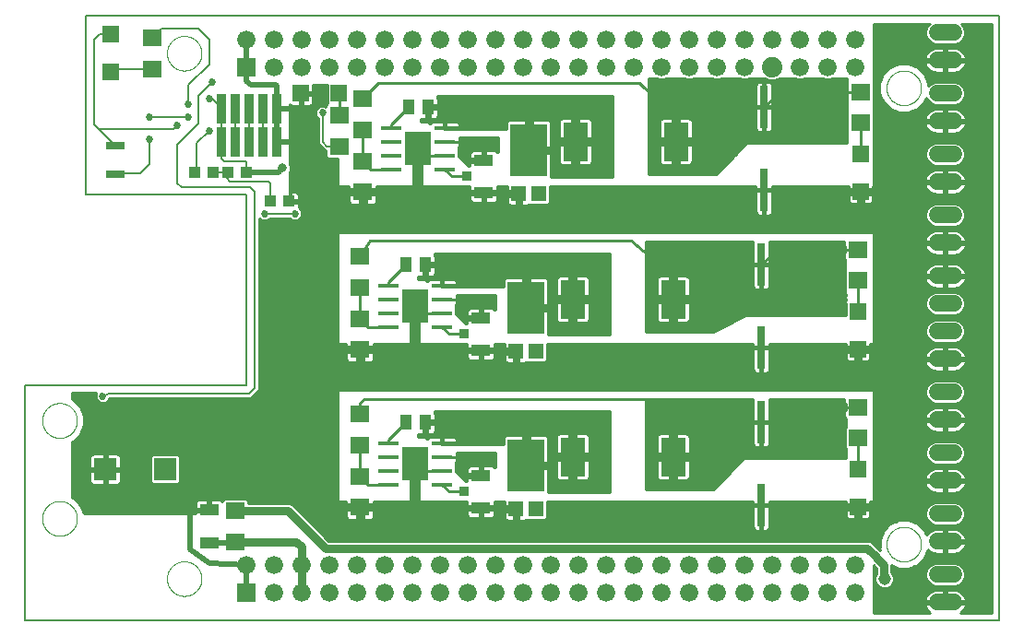
<source format=gtl>
G75*
%MOIN*%
%OFA0B0*%
%FSLAX25Y25*%
%IPPOS*%
%LPD*%
%AMOC8*
5,1,8,0,0,1.08239X$1,22.5*
%
%ADD10C,0.00500*%
%ADD11C,0.00000*%
%ADD12R,0.06600X0.06600*%
%ADD13C,0.06600*%
%ADD14C,0.07400*%
%ADD15R,0.07100X0.04400*%
%ADD16R,0.07098X0.06299*%
%ADD17R,0.04400X0.05700*%
%ADD18R,0.03100X0.15200*%
%ADD19R,0.05500X0.05500*%
%ADD20R,0.13200X0.19100*%
%ADD21R,0.05906X0.05906*%
%ADD22R,0.07800X0.01800*%
%ADD23R,0.09400X0.12200*%
%ADD24R,0.09055X0.14173*%
%ADD25C,0.06000*%
%ADD26R,0.08268X0.08268*%
%ADD27R,0.03937X0.04331*%
%ADD28R,0.04331X0.03937*%
%ADD29R,0.03500X0.10500*%
%ADD30R,0.06693X0.03150*%
%ADD31C,0.01600*%
%ADD32C,0.04000*%
%ADD33C,0.01000*%
%ADD34C,0.03562*%
%ADD35C,0.02000*%
%ADD36C,0.02700*%
%ADD37C,0.00800*%
%ADD38C,0.03000*%
%ADD39C,0.04500*%
%ADD40C,0.05906*%
%ADD41R,0.03562X0.03562*%
%ADD42C,0.03300*%
D10*
X0026831Y0007667D02*
X0026831Y0092667D01*
X0106831Y0092667D01*
X0106831Y0161667D01*
X0048831Y0161667D01*
X0048831Y0226167D01*
X0378831Y0226167D01*
X0378831Y0007667D01*
X0026831Y0007667D01*
D11*
X0078081Y0022667D02*
X0078083Y0022825D01*
X0078089Y0022982D01*
X0078099Y0023140D01*
X0078113Y0023297D01*
X0078131Y0023453D01*
X0078152Y0023610D01*
X0078178Y0023765D01*
X0078208Y0023920D01*
X0078241Y0024074D01*
X0078279Y0024227D01*
X0078320Y0024380D01*
X0078365Y0024531D01*
X0078414Y0024681D01*
X0078467Y0024829D01*
X0078523Y0024977D01*
X0078584Y0025122D01*
X0078647Y0025267D01*
X0078715Y0025409D01*
X0078786Y0025550D01*
X0078860Y0025689D01*
X0078938Y0025826D01*
X0079020Y0025961D01*
X0079104Y0026094D01*
X0079193Y0026225D01*
X0079284Y0026353D01*
X0079379Y0026480D01*
X0079476Y0026603D01*
X0079577Y0026725D01*
X0079681Y0026843D01*
X0079788Y0026959D01*
X0079898Y0027072D01*
X0080010Y0027183D01*
X0080126Y0027290D01*
X0080244Y0027395D01*
X0080364Y0027497D01*
X0080487Y0027595D01*
X0080613Y0027691D01*
X0080741Y0027783D01*
X0080871Y0027872D01*
X0081003Y0027958D01*
X0081138Y0028040D01*
X0081275Y0028119D01*
X0081413Y0028194D01*
X0081553Y0028266D01*
X0081696Y0028334D01*
X0081839Y0028399D01*
X0081985Y0028460D01*
X0082132Y0028517D01*
X0082280Y0028571D01*
X0082430Y0028621D01*
X0082580Y0028667D01*
X0082732Y0028709D01*
X0082885Y0028748D01*
X0083039Y0028782D01*
X0083194Y0028813D01*
X0083349Y0028839D01*
X0083505Y0028862D01*
X0083662Y0028881D01*
X0083819Y0028896D01*
X0083976Y0028907D01*
X0084134Y0028914D01*
X0084292Y0028917D01*
X0084449Y0028916D01*
X0084607Y0028911D01*
X0084764Y0028902D01*
X0084922Y0028889D01*
X0085078Y0028872D01*
X0085235Y0028851D01*
X0085390Y0028827D01*
X0085545Y0028798D01*
X0085700Y0028765D01*
X0085853Y0028729D01*
X0086006Y0028688D01*
X0086157Y0028644D01*
X0086307Y0028596D01*
X0086456Y0028545D01*
X0086604Y0028489D01*
X0086750Y0028430D01*
X0086895Y0028367D01*
X0087038Y0028300D01*
X0087179Y0028230D01*
X0087318Y0028157D01*
X0087456Y0028080D01*
X0087592Y0027999D01*
X0087725Y0027915D01*
X0087856Y0027828D01*
X0087985Y0027737D01*
X0088112Y0027643D01*
X0088237Y0027546D01*
X0088358Y0027446D01*
X0088478Y0027343D01*
X0088594Y0027237D01*
X0088708Y0027128D01*
X0088820Y0027016D01*
X0088928Y0026902D01*
X0089033Y0026784D01*
X0089136Y0026664D01*
X0089235Y0026542D01*
X0089331Y0026417D01*
X0089424Y0026289D01*
X0089514Y0026160D01*
X0089600Y0026028D01*
X0089684Y0025894D01*
X0089763Y0025758D01*
X0089840Y0025620D01*
X0089912Y0025480D01*
X0089981Y0025338D01*
X0090047Y0025195D01*
X0090109Y0025050D01*
X0090167Y0024903D01*
X0090222Y0024755D01*
X0090273Y0024606D01*
X0090320Y0024455D01*
X0090363Y0024304D01*
X0090402Y0024151D01*
X0090438Y0023997D01*
X0090469Y0023843D01*
X0090497Y0023688D01*
X0090521Y0023532D01*
X0090541Y0023375D01*
X0090557Y0023218D01*
X0090569Y0023061D01*
X0090577Y0022904D01*
X0090581Y0022746D01*
X0090581Y0022588D01*
X0090577Y0022430D01*
X0090569Y0022273D01*
X0090557Y0022116D01*
X0090541Y0021959D01*
X0090521Y0021802D01*
X0090497Y0021646D01*
X0090469Y0021491D01*
X0090438Y0021337D01*
X0090402Y0021183D01*
X0090363Y0021030D01*
X0090320Y0020879D01*
X0090273Y0020728D01*
X0090222Y0020579D01*
X0090167Y0020431D01*
X0090109Y0020284D01*
X0090047Y0020139D01*
X0089981Y0019996D01*
X0089912Y0019854D01*
X0089840Y0019714D01*
X0089763Y0019576D01*
X0089684Y0019440D01*
X0089600Y0019306D01*
X0089514Y0019174D01*
X0089424Y0019045D01*
X0089331Y0018917D01*
X0089235Y0018792D01*
X0089136Y0018670D01*
X0089033Y0018550D01*
X0088928Y0018432D01*
X0088820Y0018318D01*
X0088708Y0018206D01*
X0088594Y0018097D01*
X0088478Y0017991D01*
X0088358Y0017888D01*
X0088237Y0017788D01*
X0088112Y0017691D01*
X0087985Y0017597D01*
X0087856Y0017506D01*
X0087725Y0017419D01*
X0087592Y0017335D01*
X0087456Y0017254D01*
X0087318Y0017177D01*
X0087179Y0017104D01*
X0087038Y0017034D01*
X0086895Y0016967D01*
X0086750Y0016904D01*
X0086604Y0016845D01*
X0086456Y0016789D01*
X0086307Y0016738D01*
X0086157Y0016690D01*
X0086006Y0016646D01*
X0085853Y0016605D01*
X0085700Y0016569D01*
X0085545Y0016536D01*
X0085390Y0016507D01*
X0085235Y0016483D01*
X0085078Y0016462D01*
X0084922Y0016445D01*
X0084764Y0016432D01*
X0084607Y0016423D01*
X0084449Y0016418D01*
X0084292Y0016417D01*
X0084134Y0016420D01*
X0083976Y0016427D01*
X0083819Y0016438D01*
X0083662Y0016453D01*
X0083505Y0016472D01*
X0083349Y0016495D01*
X0083194Y0016521D01*
X0083039Y0016552D01*
X0082885Y0016586D01*
X0082732Y0016625D01*
X0082580Y0016667D01*
X0082430Y0016713D01*
X0082280Y0016763D01*
X0082132Y0016817D01*
X0081985Y0016874D01*
X0081839Y0016935D01*
X0081696Y0017000D01*
X0081553Y0017068D01*
X0081413Y0017140D01*
X0081275Y0017215D01*
X0081138Y0017294D01*
X0081003Y0017376D01*
X0080871Y0017462D01*
X0080741Y0017551D01*
X0080613Y0017643D01*
X0080487Y0017739D01*
X0080364Y0017837D01*
X0080244Y0017939D01*
X0080126Y0018044D01*
X0080010Y0018151D01*
X0079898Y0018262D01*
X0079788Y0018375D01*
X0079681Y0018491D01*
X0079577Y0018609D01*
X0079476Y0018731D01*
X0079379Y0018854D01*
X0079284Y0018981D01*
X0079193Y0019109D01*
X0079104Y0019240D01*
X0079020Y0019373D01*
X0078938Y0019508D01*
X0078860Y0019645D01*
X0078786Y0019784D01*
X0078715Y0019925D01*
X0078647Y0020067D01*
X0078584Y0020212D01*
X0078523Y0020357D01*
X0078467Y0020505D01*
X0078414Y0020653D01*
X0078365Y0020803D01*
X0078320Y0020954D01*
X0078279Y0021107D01*
X0078241Y0021260D01*
X0078208Y0021414D01*
X0078178Y0021569D01*
X0078152Y0021724D01*
X0078131Y0021881D01*
X0078113Y0022037D01*
X0078099Y0022194D01*
X0078089Y0022352D01*
X0078083Y0022509D01*
X0078081Y0022667D01*
X0032996Y0044450D02*
X0032998Y0044608D01*
X0033004Y0044766D01*
X0033014Y0044924D01*
X0033028Y0045082D01*
X0033046Y0045239D01*
X0033067Y0045396D01*
X0033093Y0045552D01*
X0033123Y0045708D01*
X0033156Y0045863D01*
X0033194Y0046016D01*
X0033235Y0046169D01*
X0033280Y0046321D01*
X0033329Y0046472D01*
X0033382Y0046621D01*
X0033438Y0046769D01*
X0033498Y0046915D01*
X0033562Y0047060D01*
X0033630Y0047203D01*
X0033701Y0047345D01*
X0033775Y0047485D01*
X0033853Y0047622D01*
X0033935Y0047758D01*
X0034019Y0047892D01*
X0034108Y0048023D01*
X0034199Y0048152D01*
X0034294Y0048279D01*
X0034391Y0048404D01*
X0034492Y0048526D01*
X0034596Y0048645D01*
X0034703Y0048762D01*
X0034813Y0048876D01*
X0034926Y0048987D01*
X0035041Y0049096D01*
X0035159Y0049201D01*
X0035280Y0049303D01*
X0035403Y0049403D01*
X0035529Y0049499D01*
X0035657Y0049592D01*
X0035787Y0049682D01*
X0035920Y0049768D01*
X0036055Y0049852D01*
X0036191Y0049931D01*
X0036330Y0050008D01*
X0036471Y0050080D01*
X0036613Y0050150D01*
X0036757Y0050215D01*
X0036903Y0050277D01*
X0037050Y0050335D01*
X0037199Y0050390D01*
X0037349Y0050441D01*
X0037500Y0050488D01*
X0037652Y0050531D01*
X0037805Y0050570D01*
X0037960Y0050606D01*
X0038115Y0050637D01*
X0038271Y0050665D01*
X0038427Y0050689D01*
X0038584Y0050709D01*
X0038742Y0050725D01*
X0038899Y0050737D01*
X0039058Y0050745D01*
X0039216Y0050749D01*
X0039374Y0050749D01*
X0039532Y0050745D01*
X0039691Y0050737D01*
X0039848Y0050725D01*
X0040006Y0050709D01*
X0040163Y0050689D01*
X0040319Y0050665D01*
X0040475Y0050637D01*
X0040630Y0050606D01*
X0040785Y0050570D01*
X0040938Y0050531D01*
X0041090Y0050488D01*
X0041241Y0050441D01*
X0041391Y0050390D01*
X0041540Y0050335D01*
X0041687Y0050277D01*
X0041833Y0050215D01*
X0041977Y0050150D01*
X0042119Y0050080D01*
X0042260Y0050008D01*
X0042399Y0049931D01*
X0042535Y0049852D01*
X0042670Y0049768D01*
X0042803Y0049682D01*
X0042933Y0049592D01*
X0043061Y0049499D01*
X0043187Y0049403D01*
X0043310Y0049303D01*
X0043431Y0049201D01*
X0043549Y0049096D01*
X0043664Y0048987D01*
X0043777Y0048876D01*
X0043887Y0048762D01*
X0043994Y0048645D01*
X0044098Y0048526D01*
X0044199Y0048404D01*
X0044296Y0048279D01*
X0044391Y0048152D01*
X0044482Y0048023D01*
X0044571Y0047892D01*
X0044655Y0047758D01*
X0044737Y0047622D01*
X0044815Y0047485D01*
X0044889Y0047345D01*
X0044960Y0047203D01*
X0045028Y0047060D01*
X0045092Y0046915D01*
X0045152Y0046769D01*
X0045208Y0046621D01*
X0045261Y0046472D01*
X0045310Y0046321D01*
X0045355Y0046169D01*
X0045396Y0046016D01*
X0045434Y0045863D01*
X0045467Y0045708D01*
X0045497Y0045552D01*
X0045523Y0045396D01*
X0045544Y0045239D01*
X0045562Y0045082D01*
X0045576Y0044924D01*
X0045586Y0044766D01*
X0045592Y0044608D01*
X0045594Y0044450D01*
X0045592Y0044292D01*
X0045586Y0044134D01*
X0045576Y0043976D01*
X0045562Y0043818D01*
X0045544Y0043661D01*
X0045523Y0043504D01*
X0045497Y0043348D01*
X0045467Y0043192D01*
X0045434Y0043037D01*
X0045396Y0042884D01*
X0045355Y0042731D01*
X0045310Y0042579D01*
X0045261Y0042428D01*
X0045208Y0042279D01*
X0045152Y0042131D01*
X0045092Y0041985D01*
X0045028Y0041840D01*
X0044960Y0041697D01*
X0044889Y0041555D01*
X0044815Y0041415D01*
X0044737Y0041278D01*
X0044655Y0041142D01*
X0044571Y0041008D01*
X0044482Y0040877D01*
X0044391Y0040748D01*
X0044296Y0040621D01*
X0044199Y0040496D01*
X0044098Y0040374D01*
X0043994Y0040255D01*
X0043887Y0040138D01*
X0043777Y0040024D01*
X0043664Y0039913D01*
X0043549Y0039804D01*
X0043431Y0039699D01*
X0043310Y0039597D01*
X0043187Y0039497D01*
X0043061Y0039401D01*
X0042933Y0039308D01*
X0042803Y0039218D01*
X0042670Y0039132D01*
X0042535Y0039048D01*
X0042399Y0038969D01*
X0042260Y0038892D01*
X0042119Y0038820D01*
X0041977Y0038750D01*
X0041833Y0038685D01*
X0041687Y0038623D01*
X0041540Y0038565D01*
X0041391Y0038510D01*
X0041241Y0038459D01*
X0041090Y0038412D01*
X0040938Y0038369D01*
X0040785Y0038330D01*
X0040630Y0038294D01*
X0040475Y0038263D01*
X0040319Y0038235D01*
X0040163Y0038211D01*
X0040006Y0038191D01*
X0039848Y0038175D01*
X0039691Y0038163D01*
X0039532Y0038155D01*
X0039374Y0038151D01*
X0039216Y0038151D01*
X0039058Y0038155D01*
X0038899Y0038163D01*
X0038742Y0038175D01*
X0038584Y0038191D01*
X0038427Y0038211D01*
X0038271Y0038235D01*
X0038115Y0038263D01*
X0037960Y0038294D01*
X0037805Y0038330D01*
X0037652Y0038369D01*
X0037500Y0038412D01*
X0037349Y0038459D01*
X0037199Y0038510D01*
X0037050Y0038565D01*
X0036903Y0038623D01*
X0036757Y0038685D01*
X0036613Y0038750D01*
X0036471Y0038820D01*
X0036330Y0038892D01*
X0036191Y0038969D01*
X0036055Y0039048D01*
X0035920Y0039132D01*
X0035787Y0039218D01*
X0035657Y0039308D01*
X0035529Y0039401D01*
X0035403Y0039497D01*
X0035280Y0039597D01*
X0035159Y0039699D01*
X0035041Y0039804D01*
X0034926Y0039913D01*
X0034813Y0040024D01*
X0034703Y0040138D01*
X0034596Y0040255D01*
X0034492Y0040374D01*
X0034391Y0040496D01*
X0034294Y0040621D01*
X0034199Y0040748D01*
X0034108Y0040877D01*
X0034019Y0041008D01*
X0033935Y0041142D01*
X0033853Y0041278D01*
X0033775Y0041415D01*
X0033701Y0041555D01*
X0033630Y0041697D01*
X0033562Y0041840D01*
X0033498Y0041985D01*
X0033438Y0042131D01*
X0033382Y0042279D01*
X0033329Y0042428D01*
X0033280Y0042579D01*
X0033235Y0042731D01*
X0033194Y0042884D01*
X0033156Y0043037D01*
X0033123Y0043192D01*
X0033093Y0043348D01*
X0033067Y0043504D01*
X0033046Y0043661D01*
X0033028Y0043818D01*
X0033014Y0043976D01*
X0033004Y0044134D01*
X0032998Y0044292D01*
X0032996Y0044450D01*
X0032996Y0079883D02*
X0032998Y0080041D01*
X0033004Y0080199D01*
X0033014Y0080357D01*
X0033028Y0080515D01*
X0033046Y0080672D01*
X0033067Y0080829D01*
X0033093Y0080985D01*
X0033123Y0081141D01*
X0033156Y0081296D01*
X0033194Y0081449D01*
X0033235Y0081602D01*
X0033280Y0081754D01*
X0033329Y0081905D01*
X0033382Y0082054D01*
X0033438Y0082202D01*
X0033498Y0082348D01*
X0033562Y0082493D01*
X0033630Y0082636D01*
X0033701Y0082778D01*
X0033775Y0082918D01*
X0033853Y0083055D01*
X0033935Y0083191D01*
X0034019Y0083325D01*
X0034108Y0083456D01*
X0034199Y0083585D01*
X0034294Y0083712D01*
X0034391Y0083837D01*
X0034492Y0083959D01*
X0034596Y0084078D01*
X0034703Y0084195D01*
X0034813Y0084309D01*
X0034926Y0084420D01*
X0035041Y0084529D01*
X0035159Y0084634D01*
X0035280Y0084736D01*
X0035403Y0084836D01*
X0035529Y0084932D01*
X0035657Y0085025D01*
X0035787Y0085115D01*
X0035920Y0085201D01*
X0036055Y0085285D01*
X0036191Y0085364D01*
X0036330Y0085441D01*
X0036471Y0085513D01*
X0036613Y0085583D01*
X0036757Y0085648D01*
X0036903Y0085710D01*
X0037050Y0085768D01*
X0037199Y0085823D01*
X0037349Y0085874D01*
X0037500Y0085921D01*
X0037652Y0085964D01*
X0037805Y0086003D01*
X0037960Y0086039D01*
X0038115Y0086070D01*
X0038271Y0086098D01*
X0038427Y0086122D01*
X0038584Y0086142D01*
X0038742Y0086158D01*
X0038899Y0086170D01*
X0039058Y0086178D01*
X0039216Y0086182D01*
X0039374Y0086182D01*
X0039532Y0086178D01*
X0039691Y0086170D01*
X0039848Y0086158D01*
X0040006Y0086142D01*
X0040163Y0086122D01*
X0040319Y0086098D01*
X0040475Y0086070D01*
X0040630Y0086039D01*
X0040785Y0086003D01*
X0040938Y0085964D01*
X0041090Y0085921D01*
X0041241Y0085874D01*
X0041391Y0085823D01*
X0041540Y0085768D01*
X0041687Y0085710D01*
X0041833Y0085648D01*
X0041977Y0085583D01*
X0042119Y0085513D01*
X0042260Y0085441D01*
X0042399Y0085364D01*
X0042535Y0085285D01*
X0042670Y0085201D01*
X0042803Y0085115D01*
X0042933Y0085025D01*
X0043061Y0084932D01*
X0043187Y0084836D01*
X0043310Y0084736D01*
X0043431Y0084634D01*
X0043549Y0084529D01*
X0043664Y0084420D01*
X0043777Y0084309D01*
X0043887Y0084195D01*
X0043994Y0084078D01*
X0044098Y0083959D01*
X0044199Y0083837D01*
X0044296Y0083712D01*
X0044391Y0083585D01*
X0044482Y0083456D01*
X0044571Y0083325D01*
X0044655Y0083191D01*
X0044737Y0083055D01*
X0044815Y0082918D01*
X0044889Y0082778D01*
X0044960Y0082636D01*
X0045028Y0082493D01*
X0045092Y0082348D01*
X0045152Y0082202D01*
X0045208Y0082054D01*
X0045261Y0081905D01*
X0045310Y0081754D01*
X0045355Y0081602D01*
X0045396Y0081449D01*
X0045434Y0081296D01*
X0045467Y0081141D01*
X0045497Y0080985D01*
X0045523Y0080829D01*
X0045544Y0080672D01*
X0045562Y0080515D01*
X0045576Y0080357D01*
X0045586Y0080199D01*
X0045592Y0080041D01*
X0045594Y0079883D01*
X0045592Y0079725D01*
X0045586Y0079567D01*
X0045576Y0079409D01*
X0045562Y0079251D01*
X0045544Y0079094D01*
X0045523Y0078937D01*
X0045497Y0078781D01*
X0045467Y0078625D01*
X0045434Y0078470D01*
X0045396Y0078317D01*
X0045355Y0078164D01*
X0045310Y0078012D01*
X0045261Y0077861D01*
X0045208Y0077712D01*
X0045152Y0077564D01*
X0045092Y0077418D01*
X0045028Y0077273D01*
X0044960Y0077130D01*
X0044889Y0076988D01*
X0044815Y0076848D01*
X0044737Y0076711D01*
X0044655Y0076575D01*
X0044571Y0076441D01*
X0044482Y0076310D01*
X0044391Y0076181D01*
X0044296Y0076054D01*
X0044199Y0075929D01*
X0044098Y0075807D01*
X0043994Y0075688D01*
X0043887Y0075571D01*
X0043777Y0075457D01*
X0043664Y0075346D01*
X0043549Y0075237D01*
X0043431Y0075132D01*
X0043310Y0075030D01*
X0043187Y0074930D01*
X0043061Y0074834D01*
X0042933Y0074741D01*
X0042803Y0074651D01*
X0042670Y0074565D01*
X0042535Y0074481D01*
X0042399Y0074402D01*
X0042260Y0074325D01*
X0042119Y0074253D01*
X0041977Y0074183D01*
X0041833Y0074118D01*
X0041687Y0074056D01*
X0041540Y0073998D01*
X0041391Y0073943D01*
X0041241Y0073892D01*
X0041090Y0073845D01*
X0040938Y0073802D01*
X0040785Y0073763D01*
X0040630Y0073727D01*
X0040475Y0073696D01*
X0040319Y0073668D01*
X0040163Y0073644D01*
X0040006Y0073624D01*
X0039848Y0073608D01*
X0039691Y0073596D01*
X0039532Y0073588D01*
X0039374Y0073584D01*
X0039216Y0073584D01*
X0039058Y0073588D01*
X0038899Y0073596D01*
X0038742Y0073608D01*
X0038584Y0073624D01*
X0038427Y0073644D01*
X0038271Y0073668D01*
X0038115Y0073696D01*
X0037960Y0073727D01*
X0037805Y0073763D01*
X0037652Y0073802D01*
X0037500Y0073845D01*
X0037349Y0073892D01*
X0037199Y0073943D01*
X0037050Y0073998D01*
X0036903Y0074056D01*
X0036757Y0074118D01*
X0036613Y0074183D01*
X0036471Y0074253D01*
X0036330Y0074325D01*
X0036191Y0074402D01*
X0036055Y0074481D01*
X0035920Y0074565D01*
X0035787Y0074651D01*
X0035657Y0074741D01*
X0035529Y0074834D01*
X0035403Y0074930D01*
X0035280Y0075030D01*
X0035159Y0075132D01*
X0035041Y0075237D01*
X0034926Y0075346D01*
X0034813Y0075457D01*
X0034703Y0075571D01*
X0034596Y0075688D01*
X0034492Y0075807D01*
X0034391Y0075929D01*
X0034294Y0076054D01*
X0034199Y0076181D01*
X0034108Y0076310D01*
X0034019Y0076441D01*
X0033935Y0076575D01*
X0033853Y0076711D01*
X0033775Y0076848D01*
X0033701Y0076988D01*
X0033630Y0077130D01*
X0033562Y0077273D01*
X0033498Y0077418D01*
X0033438Y0077564D01*
X0033382Y0077712D01*
X0033329Y0077861D01*
X0033280Y0078012D01*
X0033235Y0078164D01*
X0033194Y0078317D01*
X0033156Y0078470D01*
X0033123Y0078625D01*
X0033093Y0078781D01*
X0033067Y0078937D01*
X0033046Y0079094D01*
X0033028Y0079251D01*
X0033014Y0079409D01*
X0033004Y0079567D01*
X0032998Y0079725D01*
X0032996Y0079883D01*
X0078081Y0212667D02*
X0078083Y0212825D01*
X0078089Y0212982D01*
X0078099Y0213140D01*
X0078113Y0213297D01*
X0078131Y0213453D01*
X0078152Y0213610D01*
X0078178Y0213765D01*
X0078208Y0213920D01*
X0078241Y0214074D01*
X0078279Y0214227D01*
X0078320Y0214380D01*
X0078365Y0214531D01*
X0078414Y0214681D01*
X0078467Y0214829D01*
X0078523Y0214977D01*
X0078584Y0215122D01*
X0078647Y0215267D01*
X0078715Y0215409D01*
X0078786Y0215550D01*
X0078860Y0215689D01*
X0078938Y0215826D01*
X0079020Y0215961D01*
X0079104Y0216094D01*
X0079193Y0216225D01*
X0079284Y0216353D01*
X0079379Y0216480D01*
X0079476Y0216603D01*
X0079577Y0216725D01*
X0079681Y0216843D01*
X0079788Y0216959D01*
X0079898Y0217072D01*
X0080010Y0217183D01*
X0080126Y0217290D01*
X0080244Y0217395D01*
X0080364Y0217497D01*
X0080487Y0217595D01*
X0080613Y0217691D01*
X0080741Y0217783D01*
X0080871Y0217872D01*
X0081003Y0217958D01*
X0081138Y0218040D01*
X0081275Y0218119D01*
X0081413Y0218194D01*
X0081553Y0218266D01*
X0081696Y0218334D01*
X0081839Y0218399D01*
X0081985Y0218460D01*
X0082132Y0218517D01*
X0082280Y0218571D01*
X0082430Y0218621D01*
X0082580Y0218667D01*
X0082732Y0218709D01*
X0082885Y0218748D01*
X0083039Y0218782D01*
X0083194Y0218813D01*
X0083349Y0218839D01*
X0083505Y0218862D01*
X0083662Y0218881D01*
X0083819Y0218896D01*
X0083976Y0218907D01*
X0084134Y0218914D01*
X0084292Y0218917D01*
X0084449Y0218916D01*
X0084607Y0218911D01*
X0084764Y0218902D01*
X0084922Y0218889D01*
X0085078Y0218872D01*
X0085235Y0218851D01*
X0085390Y0218827D01*
X0085545Y0218798D01*
X0085700Y0218765D01*
X0085853Y0218729D01*
X0086006Y0218688D01*
X0086157Y0218644D01*
X0086307Y0218596D01*
X0086456Y0218545D01*
X0086604Y0218489D01*
X0086750Y0218430D01*
X0086895Y0218367D01*
X0087038Y0218300D01*
X0087179Y0218230D01*
X0087318Y0218157D01*
X0087456Y0218080D01*
X0087592Y0217999D01*
X0087725Y0217915D01*
X0087856Y0217828D01*
X0087985Y0217737D01*
X0088112Y0217643D01*
X0088237Y0217546D01*
X0088358Y0217446D01*
X0088478Y0217343D01*
X0088594Y0217237D01*
X0088708Y0217128D01*
X0088820Y0217016D01*
X0088928Y0216902D01*
X0089033Y0216784D01*
X0089136Y0216664D01*
X0089235Y0216542D01*
X0089331Y0216417D01*
X0089424Y0216289D01*
X0089514Y0216160D01*
X0089600Y0216028D01*
X0089684Y0215894D01*
X0089763Y0215758D01*
X0089840Y0215620D01*
X0089912Y0215480D01*
X0089981Y0215338D01*
X0090047Y0215195D01*
X0090109Y0215050D01*
X0090167Y0214903D01*
X0090222Y0214755D01*
X0090273Y0214606D01*
X0090320Y0214455D01*
X0090363Y0214304D01*
X0090402Y0214151D01*
X0090438Y0213997D01*
X0090469Y0213843D01*
X0090497Y0213688D01*
X0090521Y0213532D01*
X0090541Y0213375D01*
X0090557Y0213218D01*
X0090569Y0213061D01*
X0090577Y0212904D01*
X0090581Y0212746D01*
X0090581Y0212588D01*
X0090577Y0212430D01*
X0090569Y0212273D01*
X0090557Y0212116D01*
X0090541Y0211959D01*
X0090521Y0211802D01*
X0090497Y0211646D01*
X0090469Y0211491D01*
X0090438Y0211337D01*
X0090402Y0211183D01*
X0090363Y0211030D01*
X0090320Y0210879D01*
X0090273Y0210728D01*
X0090222Y0210579D01*
X0090167Y0210431D01*
X0090109Y0210284D01*
X0090047Y0210139D01*
X0089981Y0209996D01*
X0089912Y0209854D01*
X0089840Y0209714D01*
X0089763Y0209576D01*
X0089684Y0209440D01*
X0089600Y0209306D01*
X0089514Y0209174D01*
X0089424Y0209045D01*
X0089331Y0208917D01*
X0089235Y0208792D01*
X0089136Y0208670D01*
X0089033Y0208550D01*
X0088928Y0208432D01*
X0088820Y0208318D01*
X0088708Y0208206D01*
X0088594Y0208097D01*
X0088478Y0207991D01*
X0088358Y0207888D01*
X0088237Y0207788D01*
X0088112Y0207691D01*
X0087985Y0207597D01*
X0087856Y0207506D01*
X0087725Y0207419D01*
X0087592Y0207335D01*
X0087456Y0207254D01*
X0087318Y0207177D01*
X0087179Y0207104D01*
X0087038Y0207034D01*
X0086895Y0206967D01*
X0086750Y0206904D01*
X0086604Y0206845D01*
X0086456Y0206789D01*
X0086307Y0206738D01*
X0086157Y0206690D01*
X0086006Y0206646D01*
X0085853Y0206605D01*
X0085700Y0206569D01*
X0085545Y0206536D01*
X0085390Y0206507D01*
X0085235Y0206483D01*
X0085078Y0206462D01*
X0084922Y0206445D01*
X0084764Y0206432D01*
X0084607Y0206423D01*
X0084449Y0206418D01*
X0084292Y0206417D01*
X0084134Y0206420D01*
X0083976Y0206427D01*
X0083819Y0206438D01*
X0083662Y0206453D01*
X0083505Y0206472D01*
X0083349Y0206495D01*
X0083194Y0206521D01*
X0083039Y0206552D01*
X0082885Y0206586D01*
X0082732Y0206625D01*
X0082580Y0206667D01*
X0082430Y0206713D01*
X0082280Y0206763D01*
X0082132Y0206817D01*
X0081985Y0206874D01*
X0081839Y0206935D01*
X0081696Y0207000D01*
X0081553Y0207068D01*
X0081413Y0207140D01*
X0081275Y0207215D01*
X0081138Y0207294D01*
X0081003Y0207376D01*
X0080871Y0207462D01*
X0080741Y0207551D01*
X0080613Y0207643D01*
X0080487Y0207739D01*
X0080364Y0207837D01*
X0080244Y0207939D01*
X0080126Y0208044D01*
X0080010Y0208151D01*
X0079898Y0208262D01*
X0079788Y0208375D01*
X0079681Y0208491D01*
X0079577Y0208609D01*
X0079476Y0208731D01*
X0079379Y0208854D01*
X0079284Y0208981D01*
X0079193Y0209109D01*
X0079104Y0209240D01*
X0079020Y0209373D01*
X0078938Y0209508D01*
X0078860Y0209645D01*
X0078786Y0209784D01*
X0078715Y0209925D01*
X0078647Y0210067D01*
X0078584Y0210212D01*
X0078523Y0210357D01*
X0078467Y0210505D01*
X0078414Y0210653D01*
X0078365Y0210803D01*
X0078320Y0210954D01*
X0078279Y0211107D01*
X0078241Y0211260D01*
X0078208Y0211414D01*
X0078178Y0211569D01*
X0078152Y0211724D01*
X0078131Y0211881D01*
X0078113Y0212037D01*
X0078099Y0212194D01*
X0078089Y0212352D01*
X0078083Y0212509D01*
X0078081Y0212667D01*
X0338081Y0200167D02*
X0338083Y0200325D01*
X0338089Y0200482D01*
X0338099Y0200640D01*
X0338113Y0200797D01*
X0338131Y0200953D01*
X0338152Y0201110D01*
X0338178Y0201265D01*
X0338208Y0201420D01*
X0338241Y0201574D01*
X0338279Y0201727D01*
X0338320Y0201880D01*
X0338365Y0202031D01*
X0338414Y0202181D01*
X0338467Y0202329D01*
X0338523Y0202477D01*
X0338584Y0202622D01*
X0338647Y0202767D01*
X0338715Y0202909D01*
X0338786Y0203050D01*
X0338860Y0203189D01*
X0338938Y0203326D01*
X0339020Y0203461D01*
X0339104Y0203594D01*
X0339193Y0203725D01*
X0339284Y0203853D01*
X0339379Y0203980D01*
X0339476Y0204103D01*
X0339577Y0204225D01*
X0339681Y0204343D01*
X0339788Y0204459D01*
X0339898Y0204572D01*
X0340010Y0204683D01*
X0340126Y0204790D01*
X0340244Y0204895D01*
X0340364Y0204997D01*
X0340487Y0205095D01*
X0340613Y0205191D01*
X0340741Y0205283D01*
X0340871Y0205372D01*
X0341003Y0205458D01*
X0341138Y0205540D01*
X0341275Y0205619D01*
X0341413Y0205694D01*
X0341553Y0205766D01*
X0341696Y0205834D01*
X0341839Y0205899D01*
X0341985Y0205960D01*
X0342132Y0206017D01*
X0342280Y0206071D01*
X0342430Y0206121D01*
X0342580Y0206167D01*
X0342732Y0206209D01*
X0342885Y0206248D01*
X0343039Y0206282D01*
X0343194Y0206313D01*
X0343349Y0206339D01*
X0343505Y0206362D01*
X0343662Y0206381D01*
X0343819Y0206396D01*
X0343976Y0206407D01*
X0344134Y0206414D01*
X0344292Y0206417D01*
X0344449Y0206416D01*
X0344607Y0206411D01*
X0344764Y0206402D01*
X0344922Y0206389D01*
X0345078Y0206372D01*
X0345235Y0206351D01*
X0345390Y0206327D01*
X0345545Y0206298D01*
X0345700Y0206265D01*
X0345853Y0206229D01*
X0346006Y0206188D01*
X0346157Y0206144D01*
X0346307Y0206096D01*
X0346456Y0206045D01*
X0346604Y0205989D01*
X0346750Y0205930D01*
X0346895Y0205867D01*
X0347038Y0205800D01*
X0347179Y0205730D01*
X0347318Y0205657D01*
X0347456Y0205580D01*
X0347592Y0205499D01*
X0347725Y0205415D01*
X0347856Y0205328D01*
X0347985Y0205237D01*
X0348112Y0205143D01*
X0348237Y0205046D01*
X0348358Y0204946D01*
X0348478Y0204843D01*
X0348594Y0204737D01*
X0348708Y0204628D01*
X0348820Y0204516D01*
X0348928Y0204402D01*
X0349033Y0204284D01*
X0349136Y0204164D01*
X0349235Y0204042D01*
X0349331Y0203917D01*
X0349424Y0203789D01*
X0349514Y0203660D01*
X0349600Y0203528D01*
X0349684Y0203394D01*
X0349763Y0203258D01*
X0349840Y0203120D01*
X0349912Y0202980D01*
X0349981Y0202838D01*
X0350047Y0202695D01*
X0350109Y0202550D01*
X0350167Y0202403D01*
X0350222Y0202255D01*
X0350273Y0202106D01*
X0350320Y0201955D01*
X0350363Y0201804D01*
X0350402Y0201651D01*
X0350438Y0201497D01*
X0350469Y0201343D01*
X0350497Y0201188D01*
X0350521Y0201032D01*
X0350541Y0200875D01*
X0350557Y0200718D01*
X0350569Y0200561D01*
X0350577Y0200404D01*
X0350581Y0200246D01*
X0350581Y0200088D01*
X0350577Y0199930D01*
X0350569Y0199773D01*
X0350557Y0199616D01*
X0350541Y0199459D01*
X0350521Y0199302D01*
X0350497Y0199146D01*
X0350469Y0198991D01*
X0350438Y0198837D01*
X0350402Y0198683D01*
X0350363Y0198530D01*
X0350320Y0198379D01*
X0350273Y0198228D01*
X0350222Y0198079D01*
X0350167Y0197931D01*
X0350109Y0197784D01*
X0350047Y0197639D01*
X0349981Y0197496D01*
X0349912Y0197354D01*
X0349840Y0197214D01*
X0349763Y0197076D01*
X0349684Y0196940D01*
X0349600Y0196806D01*
X0349514Y0196674D01*
X0349424Y0196545D01*
X0349331Y0196417D01*
X0349235Y0196292D01*
X0349136Y0196170D01*
X0349033Y0196050D01*
X0348928Y0195932D01*
X0348820Y0195818D01*
X0348708Y0195706D01*
X0348594Y0195597D01*
X0348478Y0195491D01*
X0348358Y0195388D01*
X0348237Y0195288D01*
X0348112Y0195191D01*
X0347985Y0195097D01*
X0347856Y0195006D01*
X0347725Y0194919D01*
X0347592Y0194835D01*
X0347456Y0194754D01*
X0347318Y0194677D01*
X0347179Y0194604D01*
X0347038Y0194534D01*
X0346895Y0194467D01*
X0346750Y0194404D01*
X0346604Y0194345D01*
X0346456Y0194289D01*
X0346307Y0194238D01*
X0346157Y0194190D01*
X0346006Y0194146D01*
X0345853Y0194105D01*
X0345700Y0194069D01*
X0345545Y0194036D01*
X0345390Y0194007D01*
X0345235Y0193983D01*
X0345078Y0193962D01*
X0344922Y0193945D01*
X0344764Y0193932D01*
X0344607Y0193923D01*
X0344449Y0193918D01*
X0344292Y0193917D01*
X0344134Y0193920D01*
X0343976Y0193927D01*
X0343819Y0193938D01*
X0343662Y0193953D01*
X0343505Y0193972D01*
X0343349Y0193995D01*
X0343194Y0194021D01*
X0343039Y0194052D01*
X0342885Y0194086D01*
X0342732Y0194125D01*
X0342580Y0194167D01*
X0342430Y0194213D01*
X0342280Y0194263D01*
X0342132Y0194317D01*
X0341985Y0194374D01*
X0341839Y0194435D01*
X0341696Y0194500D01*
X0341553Y0194568D01*
X0341413Y0194640D01*
X0341275Y0194715D01*
X0341138Y0194794D01*
X0341003Y0194876D01*
X0340871Y0194962D01*
X0340741Y0195051D01*
X0340613Y0195143D01*
X0340487Y0195239D01*
X0340364Y0195337D01*
X0340244Y0195439D01*
X0340126Y0195544D01*
X0340010Y0195651D01*
X0339898Y0195762D01*
X0339788Y0195875D01*
X0339681Y0195991D01*
X0339577Y0196109D01*
X0339476Y0196231D01*
X0339379Y0196354D01*
X0339284Y0196481D01*
X0339193Y0196609D01*
X0339104Y0196740D01*
X0339020Y0196873D01*
X0338938Y0197008D01*
X0338860Y0197145D01*
X0338786Y0197284D01*
X0338715Y0197425D01*
X0338647Y0197567D01*
X0338584Y0197712D01*
X0338523Y0197857D01*
X0338467Y0198005D01*
X0338414Y0198153D01*
X0338365Y0198303D01*
X0338320Y0198454D01*
X0338279Y0198607D01*
X0338241Y0198760D01*
X0338208Y0198914D01*
X0338178Y0199069D01*
X0338152Y0199224D01*
X0338131Y0199381D01*
X0338113Y0199537D01*
X0338099Y0199694D01*
X0338089Y0199852D01*
X0338083Y0200009D01*
X0338081Y0200167D01*
X0338081Y0035167D02*
X0338083Y0035325D01*
X0338089Y0035482D01*
X0338099Y0035640D01*
X0338113Y0035797D01*
X0338131Y0035953D01*
X0338152Y0036110D01*
X0338178Y0036265D01*
X0338208Y0036420D01*
X0338241Y0036574D01*
X0338279Y0036727D01*
X0338320Y0036880D01*
X0338365Y0037031D01*
X0338414Y0037181D01*
X0338467Y0037329D01*
X0338523Y0037477D01*
X0338584Y0037622D01*
X0338647Y0037767D01*
X0338715Y0037909D01*
X0338786Y0038050D01*
X0338860Y0038189D01*
X0338938Y0038326D01*
X0339020Y0038461D01*
X0339104Y0038594D01*
X0339193Y0038725D01*
X0339284Y0038853D01*
X0339379Y0038980D01*
X0339476Y0039103D01*
X0339577Y0039225D01*
X0339681Y0039343D01*
X0339788Y0039459D01*
X0339898Y0039572D01*
X0340010Y0039683D01*
X0340126Y0039790D01*
X0340244Y0039895D01*
X0340364Y0039997D01*
X0340487Y0040095D01*
X0340613Y0040191D01*
X0340741Y0040283D01*
X0340871Y0040372D01*
X0341003Y0040458D01*
X0341138Y0040540D01*
X0341275Y0040619D01*
X0341413Y0040694D01*
X0341553Y0040766D01*
X0341696Y0040834D01*
X0341839Y0040899D01*
X0341985Y0040960D01*
X0342132Y0041017D01*
X0342280Y0041071D01*
X0342430Y0041121D01*
X0342580Y0041167D01*
X0342732Y0041209D01*
X0342885Y0041248D01*
X0343039Y0041282D01*
X0343194Y0041313D01*
X0343349Y0041339D01*
X0343505Y0041362D01*
X0343662Y0041381D01*
X0343819Y0041396D01*
X0343976Y0041407D01*
X0344134Y0041414D01*
X0344292Y0041417D01*
X0344449Y0041416D01*
X0344607Y0041411D01*
X0344764Y0041402D01*
X0344922Y0041389D01*
X0345078Y0041372D01*
X0345235Y0041351D01*
X0345390Y0041327D01*
X0345545Y0041298D01*
X0345700Y0041265D01*
X0345853Y0041229D01*
X0346006Y0041188D01*
X0346157Y0041144D01*
X0346307Y0041096D01*
X0346456Y0041045D01*
X0346604Y0040989D01*
X0346750Y0040930D01*
X0346895Y0040867D01*
X0347038Y0040800D01*
X0347179Y0040730D01*
X0347318Y0040657D01*
X0347456Y0040580D01*
X0347592Y0040499D01*
X0347725Y0040415D01*
X0347856Y0040328D01*
X0347985Y0040237D01*
X0348112Y0040143D01*
X0348237Y0040046D01*
X0348358Y0039946D01*
X0348478Y0039843D01*
X0348594Y0039737D01*
X0348708Y0039628D01*
X0348820Y0039516D01*
X0348928Y0039402D01*
X0349033Y0039284D01*
X0349136Y0039164D01*
X0349235Y0039042D01*
X0349331Y0038917D01*
X0349424Y0038789D01*
X0349514Y0038660D01*
X0349600Y0038528D01*
X0349684Y0038394D01*
X0349763Y0038258D01*
X0349840Y0038120D01*
X0349912Y0037980D01*
X0349981Y0037838D01*
X0350047Y0037695D01*
X0350109Y0037550D01*
X0350167Y0037403D01*
X0350222Y0037255D01*
X0350273Y0037106D01*
X0350320Y0036955D01*
X0350363Y0036804D01*
X0350402Y0036651D01*
X0350438Y0036497D01*
X0350469Y0036343D01*
X0350497Y0036188D01*
X0350521Y0036032D01*
X0350541Y0035875D01*
X0350557Y0035718D01*
X0350569Y0035561D01*
X0350577Y0035404D01*
X0350581Y0035246D01*
X0350581Y0035088D01*
X0350577Y0034930D01*
X0350569Y0034773D01*
X0350557Y0034616D01*
X0350541Y0034459D01*
X0350521Y0034302D01*
X0350497Y0034146D01*
X0350469Y0033991D01*
X0350438Y0033837D01*
X0350402Y0033683D01*
X0350363Y0033530D01*
X0350320Y0033379D01*
X0350273Y0033228D01*
X0350222Y0033079D01*
X0350167Y0032931D01*
X0350109Y0032784D01*
X0350047Y0032639D01*
X0349981Y0032496D01*
X0349912Y0032354D01*
X0349840Y0032214D01*
X0349763Y0032076D01*
X0349684Y0031940D01*
X0349600Y0031806D01*
X0349514Y0031674D01*
X0349424Y0031545D01*
X0349331Y0031417D01*
X0349235Y0031292D01*
X0349136Y0031170D01*
X0349033Y0031050D01*
X0348928Y0030932D01*
X0348820Y0030818D01*
X0348708Y0030706D01*
X0348594Y0030597D01*
X0348478Y0030491D01*
X0348358Y0030388D01*
X0348237Y0030288D01*
X0348112Y0030191D01*
X0347985Y0030097D01*
X0347856Y0030006D01*
X0347725Y0029919D01*
X0347592Y0029835D01*
X0347456Y0029754D01*
X0347318Y0029677D01*
X0347179Y0029604D01*
X0347038Y0029534D01*
X0346895Y0029467D01*
X0346750Y0029404D01*
X0346604Y0029345D01*
X0346456Y0029289D01*
X0346307Y0029238D01*
X0346157Y0029190D01*
X0346006Y0029146D01*
X0345853Y0029105D01*
X0345700Y0029069D01*
X0345545Y0029036D01*
X0345390Y0029007D01*
X0345235Y0028983D01*
X0345078Y0028962D01*
X0344922Y0028945D01*
X0344764Y0028932D01*
X0344607Y0028923D01*
X0344449Y0028918D01*
X0344292Y0028917D01*
X0344134Y0028920D01*
X0343976Y0028927D01*
X0343819Y0028938D01*
X0343662Y0028953D01*
X0343505Y0028972D01*
X0343349Y0028995D01*
X0343194Y0029021D01*
X0343039Y0029052D01*
X0342885Y0029086D01*
X0342732Y0029125D01*
X0342580Y0029167D01*
X0342430Y0029213D01*
X0342280Y0029263D01*
X0342132Y0029317D01*
X0341985Y0029374D01*
X0341839Y0029435D01*
X0341696Y0029500D01*
X0341553Y0029568D01*
X0341413Y0029640D01*
X0341275Y0029715D01*
X0341138Y0029794D01*
X0341003Y0029876D01*
X0340871Y0029962D01*
X0340741Y0030051D01*
X0340613Y0030143D01*
X0340487Y0030239D01*
X0340364Y0030337D01*
X0340244Y0030439D01*
X0340126Y0030544D01*
X0340010Y0030651D01*
X0339898Y0030762D01*
X0339788Y0030875D01*
X0339681Y0030991D01*
X0339577Y0031109D01*
X0339476Y0031231D01*
X0339379Y0031354D01*
X0339284Y0031481D01*
X0339193Y0031609D01*
X0339104Y0031740D01*
X0339020Y0031873D01*
X0338938Y0032008D01*
X0338860Y0032145D01*
X0338786Y0032284D01*
X0338715Y0032425D01*
X0338647Y0032567D01*
X0338584Y0032712D01*
X0338523Y0032857D01*
X0338467Y0033005D01*
X0338414Y0033153D01*
X0338365Y0033303D01*
X0338320Y0033454D01*
X0338279Y0033607D01*
X0338241Y0033760D01*
X0338208Y0033914D01*
X0338178Y0034069D01*
X0338152Y0034224D01*
X0338131Y0034381D01*
X0338113Y0034537D01*
X0338099Y0034694D01*
X0338089Y0034852D01*
X0338083Y0035009D01*
X0338081Y0035167D01*
D12*
X0106831Y0017667D03*
X0106831Y0207667D03*
D13*
X0116831Y0207667D03*
X0126831Y0207667D03*
X0136831Y0207667D03*
X0146831Y0207667D03*
X0156831Y0207667D03*
X0166831Y0207667D03*
X0176831Y0207667D03*
X0186831Y0207667D03*
X0196831Y0207667D03*
X0206831Y0207667D03*
X0216831Y0207667D03*
X0226831Y0207667D03*
X0236831Y0207667D03*
X0246831Y0207667D03*
X0256831Y0207667D03*
X0266831Y0207667D03*
X0276831Y0207667D03*
X0286831Y0207667D03*
X0286831Y0217667D03*
X0296831Y0217667D03*
X0306831Y0217667D03*
X0316831Y0217667D03*
X0326831Y0217667D03*
X0326831Y0207667D03*
X0316831Y0207667D03*
X0306831Y0207667D03*
X0276831Y0217667D03*
X0266831Y0217667D03*
X0256831Y0217667D03*
X0246831Y0217667D03*
X0236831Y0217667D03*
X0226831Y0217667D03*
X0216831Y0217667D03*
X0206831Y0217667D03*
X0196831Y0217667D03*
X0186831Y0217667D03*
X0176831Y0217667D03*
X0166831Y0217667D03*
X0156831Y0217667D03*
X0146831Y0217667D03*
X0136831Y0217667D03*
X0126831Y0217667D03*
X0116831Y0217667D03*
X0106831Y0217667D03*
X0106831Y0027667D03*
X0116831Y0027667D03*
X0126831Y0027667D03*
X0136831Y0027667D03*
X0146831Y0027667D03*
X0156831Y0027667D03*
X0166831Y0027667D03*
X0176831Y0027667D03*
X0186831Y0027667D03*
X0196831Y0027667D03*
X0206831Y0027667D03*
X0216831Y0027667D03*
X0226831Y0027667D03*
X0236831Y0027667D03*
X0246831Y0027667D03*
X0256831Y0027667D03*
X0266831Y0027667D03*
X0276831Y0027667D03*
X0286831Y0027667D03*
X0296831Y0027667D03*
X0306831Y0027667D03*
X0316831Y0027667D03*
X0326831Y0027667D03*
X0326831Y0017667D03*
X0316831Y0017667D03*
X0306831Y0017667D03*
X0296831Y0017667D03*
X0286831Y0017667D03*
X0276831Y0017667D03*
X0266831Y0017667D03*
X0256831Y0017667D03*
X0246831Y0017667D03*
X0236831Y0017667D03*
X0226831Y0017667D03*
X0216831Y0017667D03*
X0206831Y0017667D03*
X0196831Y0017667D03*
X0186831Y0017667D03*
X0176831Y0017667D03*
X0166831Y0017667D03*
X0156831Y0017667D03*
X0146831Y0017667D03*
X0136831Y0017667D03*
X0126831Y0017667D03*
X0116831Y0017667D03*
D14*
X0296831Y0207667D03*
D15*
X0192581Y0174067D03*
X0192581Y0162267D03*
X0191581Y0117067D03*
X0191581Y0105267D03*
X0191581Y0060067D03*
X0191581Y0048267D03*
X0093331Y0047567D03*
X0093331Y0035767D03*
D16*
X0102831Y0036068D03*
X0102831Y0047265D03*
X0147831Y0048568D03*
X0147831Y0059765D03*
X0147831Y0071068D03*
X0147831Y0082265D03*
X0147831Y0105568D03*
X0147831Y0116765D03*
X0147831Y0128068D03*
X0147831Y0139265D03*
X0148831Y0162568D03*
X0148831Y0173765D03*
X0140331Y0179068D03*
X0148831Y0185068D03*
X0140331Y0190265D03*
X0148831Y0196265D03*
X0072831Y0207068D03*
X0072831Y0218265D03*
X0328831Y0198765D03*
X0328831Y0187568D03*
X0327831Y0141765D03*
X0327831Y0130568D03*
X0327831Y0084765D03*
X0327831Y0073568D03*
D17*
X0171381Y0079167D03*
X0164281Y0079167D03*
X0164281Y0136167D03*
X0171381Y0136167D03*
X0172381Y0193167D03*
X0165281Y0193167D03*
D18*
X0293831Y0193217D03*
X0293831Y0163117D03*
X0292831Y0136217D03*
X0292831Y0106117D03*
X0292831Y0079217D03*
X0292831Y0049117D03*
D19*
X0211453Y0047917D03*
X0204209Y0047917D03*
X0204209Y0104917D03*
X0211453Y0104917D03*
X0212453Y0161917D03*
X0205209Y0161917D03*
D20*
X0208831Y0177617D03*
X0207831Y0120617D03*
X0207831Y0063617D03*
D21*
X0327831Y0062306D03*
X0327831Y0048527D03*
X0327831Y0105527D03*
X0327831Y0119306D03*
X0328831Y0162527D03*
X0328831Y0176306D03*
X0140220Y0198167D03*
X0126441Y0198167D03*
X0057831Y0205777D03*
X0057831Y0219556D03*
D22*
X0159131Y0185667D03*
X0159131Y0180667D03*
X0159131Y0175667D03*
X0159131Y0170667D03*
X0178531Y0170667D03*
X0178531Y0175667D03*
X0178531Y0180667D03*
X0178531Y0185667D03*
X0177531Y0128667D03*
X0177531Y0123667D03*
X0177531Y0118667D03*
X0177531Y0113667D03*
X0158131Y0113667D03*
X0158131Y0118667D03*
X0158131Y0123667D03*
X0158131Y0128667D03*
X0158131Y0071667D03*
X0158131Y0066667D03*
X0158131Y0061667D03*
X0158131Y0056667D03*
X0177531Y0056667D03*
X0177531Y0061667D03*
X0177531Y0066667D03*
X0177531Y0071667D03*
D23*
X0167831Y0064167D03*
X0167831Y0121167D03*
X0168831Y0178167D03*
D24*
X0225720Y0180667D03*
X0261941Y0180667D03*
X0260941Y0123667D03*
X0224720Y0123667D03*
X0224720Y0066667D03*
X0260941Y0066667D03*
D25*
X0356331Y0068167D02*
X0362331Y0068167D01*
X0362331Y0058167D02*
X0356331Y0058167D01*
X0356331Y0046167D02*
X0362331Y0046167D01*
X0362331Y0036167D02*
X0356331Y0036167D01*
X0356331Y0024167D02*
X0362331Y0024167D01*
X0362331Y0014167D02*
X0356331Y0014167D01*
X0356331Y0080167D02*
X0362331Y0080167D01*
X0362331Y0090167D02*
X0356331Y0090167D01*
X0356331Y0102167D02*
X0362331Y0102167D01*
X0362331Y0112167D02*
X0356331Y0112167D01*
X0356331Y0122167D02*
X0362331Y0122167D01*
X0362331Y0132167D02*
X0356331Y0132167D01*
X0356331Y0144167D02*
X0362331Y0144167D01*
X0362331Y0154167D02*
X0356331Y0154167D01*
X0356331Y0166167D02*
X0362331Y0166167D01*
X0362331Y0176167D02*
X0356331Y0176167D01*
X0356331Y0188167D02*
X0362331Y0188167D01*
X0362331Y0198167D02*
X0356331Y0198167D01*
X0356331Y0210167D02*
X0362331Y0210167D01*
X0362331Y0220167D02*
X0356331Y0220167D01*
D26*
X0077484Y0062167D03*
X0055831Y0062167D03*
D27*
X0087984Y0169667D03*
X0094677Y0169667D03*
X0099984Y0169667D03*
X0106677Y0169667D03*
D28*
X0115484Y0159167D03*
X0122177Y0159167D03*
D29*
X0117831Y0180667D03*
X0112831Y0180667D03*
X0107831Y0180667D03*
X0102831Y0180667D03*
X0097831Y0180667D03*
X0097831Y0192667D03*
X0102831Y0192667D03*
X0107831Y0192667D03*
X0112831Y0192667D03*
X0117831Y0192667D03*
D30*
X0059331Y0179285D03*
X0059331Y0169049D03*
D31*
X0140081Y0164417D02*
X0140081Y0148167D01*
X0343831Y0148167D01*
X0343831Y0164417D01*
X0333583Y0164417D01*
X0333583Y0163203D01*
X0329507Y0163203D01*
X0329507Y0161850D01*
X0329507Y0157774D01*
X0332020Y0157774D01*
X0332478Y0157897D01*
X0332889Y0158134D01*
X0333224Y0158469D01*
X0333461Y0158879D01*
X0333583Y0159337D01*
X0333583Y0161850D01*
X0329507Y0161850D01*
X0328154Y0161850D01*
X0328154Y0157774D01*
X0325641Y0157774D01*
X0325183Y0157897D01*
X0324773Y0158134D01*
X0324438Y0158469D01*
X0324201Y0158879D01*
X0324078Y0159337D01*
X0324078Y0161850D01*
X0328154Y0161850D01*
X0328154Y0163203D01*
X0324078Y0163203D01*
X0324078Y0164417D01*
X0297181Y0164417D01*
X0297181Y0163117D01*
X0293831Y0163117D01*
X0293831Y0163117D01*
X0297181Y0163117D01*
X0297181Y0155280D01*
X0297058Y0154822D01*
X0296821Y0154411D01*
X0296486Y0154076D01*
X0296075Y0153839D01*
X0295618Y0153717D01*
X0293831Y0153717D01*
X0293831Y0163117D01*
X0293831Y0163117D01*
X0290481Y0163117D01*
X0290481Y0164417D01*
X0216703Y0164417D01*
X0216703Y0158545D01*
X0215824Y0157667D01*
X0209081Y0157667D01*
X0209037Y0157711D01*
X0208653Y0157489D01*
X0208196Y0157367D01*
X0205784Y0157367D01*
X0205784Y0161342D01*
X0204634Y0161342D01*
X0204634Y0157367D01*
X0202222Y0157367D01*
X0201764Y0157489D01*
X0201353Y0157726D01*
X0201018Y0158061D01*
X0200781Y0158472D01*
X0200659Y0158930D01*
X0200659Y0161342D01*
X0204634Y0161342D01*
X0204634Y0162492D01*
X0200659Y0162492D01*
X0200659Y0164417D01*
X0197931Y0164417D01*
X0197931Y0162567D01*
X0192881Y0162567D01*
X0192881Y0161967D01*
X0197931Y0161967D01*
X0197931Y0159830D01*
X0197808Y0159372D01*
X0197571Y0158961D01*
X0197236Y0158626D01*
X0196825Y0158389D01*
X0196368Y0158267D01*
X0192881Y0158267D01*
X0192881Y0161967D01*
X0192281Y0161967D01*
X0192281Y0158267D01*
X0188794Y0158267D01*
X0188336Y0158389D01*
X0187925Y0158626D01*
X0187590Y0158961D01*
X0187353Y0159372D01*
X0187231Y0159830D01*
X0187231Y0161967D01*
X0192281Y0161967D01*
X0192281Y0162567D01*
X0187231Y0162567D01*
X0187231Y0164417D01*
X0154180Y0164417D01*
X0154180Y0163343D01*
X0149606Y0163343D01*
X0149606Y0161793D01*
X0154180Y0161793D01*
X0154180Y0159182D01*
X0154057Y0158724D01*
X0153820Y0158313D01*
X0153485Y0157978D01*
X0153075Y0157741D01*
X0152617Y0157619D01*
X0149606Y0157619D01*
X0149606Y0161793D01*
X0148056Y0161793D01*
X0148056Y0157619D01*
X0145045Y0157619D01*
X0144587Y0157741D01*
X0144176Y0157978D01*
X0143841Y0158313D01*
X0143604Y0158724D01*
X0143481Y0159182D01*
X0143481Y0161793D01*
X0148056Y0161793D01*
X0148056Y0163343D01*
X0143481Y0163343D01*
X0143481Y0164417D01*
X0140081Y0164417D01*
X0140081Y0163624D02*
X0143481Y0163624D01*
X0143481Y0160427D02*
X0140081Y0160427D01*
X0140081Y0162025D02*
X0148056Y0162025D01*
X0149606Y0162025D02*
X0192281Y0162025D01*
X0192881Y0162025D02*
X0204634Y0162025D01*
X0204634Y0160427D02*
X0205784Y0160427D01*
X0205784Y0158828D02*
X0204634Y0158828D01*
X0200686Y0158828D02*
X0197438Y0158828D01*
X0197931Y0160427D02*
X0200659Y0160427D01*
X0200659Y0163624D02*
X0197931Y0163624D01*
X0192881Y0160427D02*
X0192281Y0160427D01*
X0192281Y0158828D02*
X0192881Y0158828D01*
X0187724Y0158828D02*
X0154085Y0158828D01*
X0154180Y0160427D02*
X0187231Y0160427D01*
X0187231Y0163624D02*
X0154180Y0163624D01*
X0149606Y0160427D02*
X0148056Y0160427D01*
X0148056Y0158828D02*
X0149606Y0158828D01*
X0143576Y0158828D02*
X0140081Y0158828D01*
X0140081Y0157230D02*
X0290481Y0157230D01*
X0290481Y0158828D02*
X0216703Y0158828D01*
X0216703Y0160427D02*
X0290481Y0160427D01*
X0290481Y0162025D02*
X0216703Y0162025D01*
X0216703Y0163624D02*
X0290481Y0163624D01*
X0290481Y0163117D02*
X0290481Y0155280D01*
X0290603Y0154822D01*
X0290840Y0154411D01*
X0291175Y0154076D01*
X0291586Y0153839D01*
X0292044Y0153717D01*
X0293831Y0153717D01*
X0293831Y0163117D01*
X0293831Y0163117D01*
X0290481Y0163117D01*
X0293831Y0162025D02*
X0293831Y0162025D01*
X0293831Y0160427D02*
X0293831Y0160427D01*
X0293831Y0158828D02*
X0293831Y0158828D01*
X0293831Y0157230D02*
X0293831Y0157230D01*
X0293831Y0155631D02*
X0293831Y0155631D01*
X0293831Y0154033D02*
X0293831Y0154033D01*
X0296410Y0154033D02*
X0343831Y0154033D01*
X0343831Y0155631D02*
X0297181Y0155631D01*
X0297181Y0157230D02*
X0343831Y0157230D01*
X0343831Y0158828D02*
X0333431Y0158828D01*
X0333583Y0160427D02*
X0343831Y0160427D01*
X0343831Y0162025D02*
X0329507Y0162025D01*
X0328154Y0162025D02*
X0297181Y0162025D01*
X0297181Y0160427D02*
X0324078Y0160427D01*
X0324230Y0158828D02*
X0297181Y0158828D01*
X0290481Y0155631D02*
X0140081Y0155631D01*
X0140081Y0154033D02*
X0291251Y0154033D01*
X0289511Y0144167D02*
X0289481Y0144054D01*
X0289481Y0136217D01*
X0292831Y0136217D01*
X0296181Y0136217D01*
X0296181Y0144054D01*
X0296150Y0144167D01*
X0322481Y0144167D01*
X0322481Y0142540D01*
X0322612Y0142540D01*
X0322642Y0140990D01*
X0322481Y0140990D01*
X0322481Y0138378D01*
X0322604Y0137921D01*
X0322704Y0137748D01*
X0322781Y0133725D01*
X0322781Y0126797D01*
X0322917Y0126661D01*
X0323081Y0118167D01*
X0287081Y0118167D01*
X0275331Y0112417D01*
X0251581Y0112417D01*
X0251581Y0144167D01*
X0289511Y0144167D01*
X0289481Y0142843D02*
X0251581Y0142843D01*
X0251581Y0141245D02*
X0289481Y0141245D01*
X0289481Y0139646D02*
X0251581Y0139646D01*
X0251581Y0138048D02*
X0289481Y0138048D01*
X0289481Y0136449D02*
X0251581Y0136449D01*
X0251581Y0134851D02*
X0289481Y0134851D01*
X0289481Y0136217D02*
X0289481Y0128380D01*
X0289603Y0127922D01*
X0289840Y0127511D01*
X0290175Y0127176D01*
X0290586Y0126939D01*
X0291044Y0126817D01*
X0292831Y0126817D01*
X0294618Y0126817D01*
X0295075Y0126939D01*
X0295486Y0127176D01*
X0295821Y0127511D01*
X0296058Y0127922D01*
X0296181Y0128380D01*
X0296181Y0136217D01*
X0292831Y0136217D01*
X0292831Y0136217D01*
X0292831Y0136217D01*
X0292831Y0126817D01*
X0292831Y0136217D01*
X0292831Y0136217D01*
X0289481Y0136217D01*
X0289481Y0133252D02*
X0251581Y0133252D01*
X0251581Y0131654D02*
X0254855Y0131654D01*
X0254973Y0131858D02*
X0254736Y0131448D01*
X0254613Y0130990D01*
X0254613Y0124467D01*
X0260141Y0124467D01*
X0260141Y0132553D01*
X0256176Y0132553D01*
X0255719Y0132431D01*
X0255308Y0132194D01*
X0254973Y0131858D01*
X0254613Y0130055D02*
X0251581Y0130055D01*
X0251581Y0128456D02*
X0254613Y0128456D01*
X0254613Y0126858D02*
X0251581Y0126858D01*
X0251581Y0125259D02*
X0254613Y0125259D01*
X0254613Y0122867D02*
X0254613Y0116343D01*
X0254736Y0115885D01*
X0254973Y0115475D01*
X0255308Y0115140D01*
X0255719Y0114903D01*
X0256176Y0114780D01*
X0260141Y0114780D01*
X0260141Y0122867D01*
X0254613Y0122867D01*
X0254613Y0122062D02*
X0251581Y0122062D01*
X0251581Y0120464D02*
X0254613Y0120464D01*
X0254613Y0118865D02*
X0251581Y0118865D01*
X0251581Y0117267D02*
X0254613Y0117267D01*
X0254861Y0115668D02*
X0251581Y0115668D01*
X0251581Y0114070D02*
X0278709Y0114070D01*
X0275443Y0112471D02*
X0251581Y0112471D01*
X0260141Y0115668D02*
X0261741Y0115668D01*
X0261741Y0114780D02*
X0265705Y0114780D01*
X0266163Y0114903D01*
X0266574Y0115140D01*
X0266909Y0115475D01*
X0267146Y0115885D01*
X0267268Y0116343D01*
X0267268Y0122867D01*
X0261741Y0122867D01*
X0261741Y0124467D01*
X0260141Y0124467D01*
X0260141Y0122867D01*
X0261741Y0122867D01*
X0261741Y0114780D01*
X0261741Y0117267D02*
X0260141Y0117267D01*
X0260141Y0118865D02*
X0261741Y0118865D01*
X0261741Y0120464D02*
X0260141Y0120464D01*
X0260141Y0122062D02*
X0261741Y0122062D01*
X0261741Y0123661D02*
X0322975Y0123661D01*
X0322944Y0125259D02*
X0267268Y0125259D01*
X0267268Y0124467D02*
X0261741Y0124467D01*
X0261741Y0132553D01*
X0265705Y0132553D01*
X0266163Y0132431D01*
X0266574Y0132194D01*
X0266909Y0131858D01*
X0267146Y0131448D01*
X0267268Y0130990D01*
X0267268Y0124467D01*
X0267268Y0126858D02*
X0290889Y0126858D01*
X0292831Y0126858D02*
X0292831Y0126858D01*
X0292831Y0128456D02*
X0292831Y0128456D01*
X0292831Y0130055D02*
X0292831Y0130055D01*
X0292831Y0131654D02*
X0292831Y0131654D01*
X0292831Y0133252D02*
X0292831Y0133252D01*
X0292831Y0134851D02*
X0292831Y0134851D01*
X0296181Y0134851D02*
X0322760Y0134851D01*
X0322729Y0136449D02*
X0296181Y0136449D01*
X0296181Y0138048D02*
X0322570Y0138048D01*
X0322481Y0139646D02*
X0296181Y0139646D01*
X0296181Y0141245D02*
X0322637Y0141245D01*
X0322481Y0142843D02*
X0296181Y0142843D01*
X0296181Y0133252D02*
X0322781Y0133252D01*
X0322781Y0131654D02*
X0296181Y0131654D01*
X0296181Y0130055D02*
X0322781Y0130055D01*
X0322781Y0128456D02*
X0296181Y0128456D01*
X0294772Y0126858D02*
X0322781Y0126858D01*
X0323006Y0122062D02*
X0267268Y0122062D01*
X0267268Y0120464D02*
X0323037Y0120464D01*
X0323067Y0118865D02*
X0267268Y0118865D01*
X0267268Y0117267D02*
X0285242Y0117267D01*
X0281976Y0115668D02*
X0267021Y0115668D01*
X0260141Y0123661D02*
X0251581Y0123661D01*
X0260141Y0125259D02*
X0261741Y0125259D01*
X0261741Y0126858D02*
X0260141Y0126858D01*
X0260141Y0128456D02*
X0261741Y0128456D01*
X0261741Y0130055D02*
X0260141Y0130055D01*
X0260141Y0131654D02*
X0261741Y0131654D01*
X0267027Y0131654D02*
X0289481Y0131654D01*
X0289481Y0130055D02*
X0267268Y0130055D01*
X0267268Y0128456D02*
X0289481Y0128456D01*
X0289481Y0107417D02*
X0289481Y0106117D01*
X0292831Y0106117D01*
X0296181Y0106117D01*
X0296181Y0107417D01*
X0323078Y0107417D01*
X0323078Y0106203D01*
X0327154Y0106203D01*
X0327154Y0104850D01*
X0328507Y0104850D01*
X0328507Y0100774D01*
X0331020Y0100774D01*
X0331478Y0100897D01*
X0331889Y0101134D01*
X0332224Y0101469D01*
X0332461Y0101879D01*
X0332583Y0102337D01*
X0332583Y0104850D01*
X0328507Y0104850D01*
X0328507Y0106203D01*
X0332583Y0106203D01*
X0332583Y0107417D01*
X0342831Y0107417D01*
X0342831Y0091167D01*
X0139081Y0091167D01*
X0139081Y0107417D01*
X0142481Y0107417D01*
X0142481Y0106343D01*
X0147056Y0106343D01*
X0147056Y0104793D01*
X0148606Y0104793D01*
X0148606Y0106343D01*
X0153180Y0106343D01*
X0153180Y0107417D01*
X0186231Y0107417D01*
X0186231Y0105567D01*
X0191281Y0105567D01*
X0191281Y0104967D01*
X0191881Y0104967D01*
X0191881Y0105567D01*
X0196931Y0105567D01*
X0196931Y0107417D01*
X0199659Y0107417D01*
X0199659Y0105492D01*
X0203634Y0105492D01*
X0203634Y0104342D01*
X0204784Y0104342D01*
X0204784Y0100367D01*
X0207196Y0100367D01*
X0207653Y0100489D01*
X0208037Y0100711D01*
X0208081Y0100667D01*
X0214824Y0100667D01*
X0215703Y0101545D01*
X0215703Y0107417D01*
X0289481Y0107417D01*
X0289481Y0106117D02*
X0289481Y0098280D01*
X0289603Y0097822D01*
X0289840Y0097411D01*
X0290175Y0097076D01*
X0290586Y0096839D01*
X0291044Y0096717D01*
X0292831Y0096717D01*
X0294618Y0096717D01*
X0295075Y0096839D01*
X0295486Y0097076D01*
X0295821Y0097411D01*
X0296058Y0097822D01*
X0296181Y0098280D01*
X0296181Y0106117D01*
X0292831Y0106117D01*
X0292831Y0106117D01*
X0292831Y0106117D01*
X0292831Y0096717D01*
X0292831Y0106117D01*
X0292831Y0106117D01*
X0289481Y0106117D01*
X0289481Y0106077D02*
X0215703Y0106077D01*
X0215703Y0104479D02*
X0289481Y0104479D01*
X0289481Y0102880D02*
X0215703Y0102880D01*
X0215439Y0101282D02*
X0289481Y0101282D01*
X0289481Y0099683D02*
X0139081Y0099683D01*
X0139081Y0098085D02*
X0289533Y0098085D01*
X0292831Y0098085D02*
X0292831Y0098085D01*
X0292831Y0099683D02*
X0292831Y0099683D01*
X0292831Y0101282D02*
X0292831Y0101282D01*
X0292831Y0102880D02*
X0292831Y0102880D01*
X0292831Y0104479D02*
X0292831Y0104479D01*
X0292831Y0106077D02*
X0292831Y0106077D01*
X0296181Y0106077D02*
X0327154Y0106077D01*
X0327154Y0104850D02*
X0323078Y0104850D01*
X0323078Y0102337D01*
X0323201Y0101879D01*
X0323438Y0101469D01*
X0323773Y0101134D01*
X0324183Y0100897D01*
X0324641Y0100774D01*
X0327154Y0100774D01*
X0327154Y0104850D01*
X0327154Y0104479D02*
X0328507Y0104479D01*
X0328507Y0106077D02*
X0342831Y0106077D01*
X0342831Y0104479D02*
X0332583Y0104479D01*
X0332583Y0102880D02*
X0342831Y0102880D01*
X0342831Y0101282D02*
X0332037Y0101282D01*
X0328507Y0101282D02*
X0327154Y0101282D01*
X0327154Y0102880D02*
X0328507Y0102880D01*
X0323625Y0101282D02*
X0296181Y0101282D01*
X0296181Y0102880D02*
X0323078Y0102880D01*
X0323078Y0104479D02*
X0296181Y0104479D01*
X0296181Y0099683D02*
X0342831Y0099683D01*
X0342831Y0098085D02*
X0296128Y0098085D01*
X0296150Y0087167D02*
X0322481Y0087167D01*
X0322481Y0085540D01*
X0323081Y0085540D01*
X0323081Y0083990D01*
X0322481Y0083990D01*
X0322481Y0081378D01*
X0322604Y0080921D01*
X0322841Y0080510D01*
X0323081Y0080271D01*
X0323081Y0077638D01*
X0322781Y0077339D01*
X0322781Y0069797D01*
X0323081Y0069498D01*
X0323081Y0066667D01*
X0286581Y0066667D01*
X0275331Y0055417D01*
X0251581Y0055417D01*
X0251581Y0087167D01*
X0289511Y0087167D01*
X0289481Y0087054D01*
X0289481Y0079217D01*
X0292831Y0079217D01*
X0296181Y0079217D01*
X0296181Y0087054D01*
X0296150Y0087167D01*
X0296181Y0086895D02*
X0322481Y0086895D01*
X0323081Y0085297D02*
X0296181Y0085297D01*
X0296181Y0083698D02*
X0322481Y0083698D01*
X0322481Y0082100D02*
X0296181Y0082100D01*
X0296181Y0080501D02*
X0322850Y0080501D01*
X0323081Y0078903D02*
X0296181Y0078903D01*
X0296181Y0079217D02*
X0296181Y0071380D01*
X0296058Y0070922D01*
X0295821Y0070511D01*
X0295486Y0070176D01*
X0295075Y0069939D01*
X0294618Y0069817D01*
X0292831Y0069817D01*
X0292831Y0079217D01*
X0292831Y0079217D01*
X0296181Y0079217D01*
X0296181Y0077304D02*
X0322781Y0077304D01*
X0322781Y0075706D02*
X0296181Y0075706D01*
X0296181Y0074107D02*
X0322781Y0074107D01*
X0322781Y0072509D02*
X0296181Y0072509D01*
X0296051Y0070910D02*
X0322781Y0070910D01*
X0323081Y0069312D02*
X0267268Y0069312D01*
X0267268Y0070910D02*
X0289610Y0070910D01*
X0289603Y0070922D02*
X0289840Y0070511D01*
X0290175Y0070176D01*
X0290586Y0069939D01*
X0291044Y0069817D01*
X0292831Y0069817D01*
X0292831Y0079217D01*
X0292831Y0079217D01*
X0292831Y0079217D01*
X0289481Y0079217D01*
X0289481Y0071380D01*
X0289603Y0070922D01*
X0289481Y0072509D02*
X0267268Y0072509D01*
X0267268Y0073990D02*
X0267146Y0074448D01*
X0266909Y0074858D01*
X0266574Y0075194D01*
X0266163Y0075431D01*
X0265705Y0075553D01*
X0261741Y0075553D01*
X0261741Y0067467D01*
X0260141Y0067467D01*
X0260141Y0075553D01*
X0256176Y0075553D01*
X0255719Y0075431D01*
X0255308Y0075194D01*
X0254973Y0074858D01*
X0254736Y0074448D01*
X0254613Y0073990D01*
X0254613Y0067467D01*
X0260141Y0067467D01*
X0260141Y0065867D01*
X0254613Y0065867D01*
X0254613Y0059343D01*
X0254736Y0058885D01*
X0254973Y0058475D01*
X0255308Y0058140D01*
X0255719Y0057903D01*
X0256176Y0057780D01*
X0260141Y0057780D01*
X0260141Y0065867D01*
X0261741Y0065867D01*
X0261741Y0067467D01*
X0267268Y0067467D01*
X0267268Y0073990D01*
X0267237Y0074107D02*
X0289481Y0074107D01*
X0289481Y0075706D02*
X0251581Y0075706D01*
X0251581Y0077304D02*
X0289481Y0077304D01*
X0289481Y0078903D02*
X0251581Y0078903D01*
X0251581Y0080501D02*
X0289481Y0080501D01*
X0289481Y0082100D02*
X0251581Y0082100D01*
X0251581Y0083698D02*
X0289481Y0083698D01*
X0289481Y0085297D02*
X0251581Y0085297D01*
X0251581Y0086895D02*
X0289481Y0086895D01*
X0292831Y0078903D02*
X0292831Y0078903D01*
X0292831Y0077304D02*
X0292831Y0077304D01*
X0292831Y0075706D02*
X0292831Y0075706D01*
X0292831Y0074107D02*
X0292831Y0074107D01*
X0292831Y0072509D02*
X0292831Y0072509D01*
X0292831Y0070910D02*
X0292831Y0070910D01*
X0286029Y0066115D02*
X0261741Y0066115D01*
X0261741Y0065867D02*
X0267268Y0065867D01*
X0267268Y0059343D01*
X0267146Y0058885D01*
X0266909Y0058475D01*
X0266574Y0058140D01*
X0266163Y0057903D01*
X0265705Y0057780D01*
X0261741Y0057780D01*
X0261741Y0065867D01*
X0261741Y0064516D02*
X0260141Y0064516D01*
X0260141Y0062918D02*
X0261741Y0062918D01*
X0261741Y0061319D02*
X0260141Y0061319D01*
X0260141Y0059721D02*
X0261741Y0059721D01*
X0261741Y0058122D02*
X0260141Y0058122D01*
X0255339Y0058122D02*
X0251581Y0058122D01*
X0251581Y0056523D02*
X0276438Y0056523D01*
X0278036Y0058122D02*
X0266543Y0058122D01*
X0267268Y0059721D02*
X0279635Y0059721D01*
X0281233Y0061319D02*
X0267268Y0061319D01*
X0267268Y0062918D02*
X0282832Y0062918D01*
X0284430Y0064516D02*
X0267268Y0064516D01*
X0267268Y0067713D02*
X0323081Y0067713D01*
X0323078Y0050417D02*
X0296181Y0050417D01*
X0296181Y0049117D01*
X0292831Y0049117D01*
X0292831Y0049117D01*
X0296181Y0049117D01*
X0296181Y0041280D01*
X0296058Y0040822D01*
X0295821Y0040411D01*
X0295486Y0040076D01*
X0295075Y0039839D01*
X0294618Y0039717D01*
X0292831Y0039717D01*
X0292831Y0049117D01*
X0292831Y0049117D01*
X0289481Y0049117D01*
X0289481Y0050417D01*
X0215703Y0050417D01*
X0215703Y0044545D01*
X0214824Y0043667D01*
X0208081Y0043667D01*
X0208037Y0043711D01*
X0207653Y0043489D01*
X0207196Y0043367D01*
X0204784Y0043367D01*
X0204784Y0047342D01*
X0203634Y0047342D01*
X0203634Y0043367D01*
X0201222Y0043367D01*
X0200764Y0043489D01*
X0200353Y0043726D01*
X0200018Y0044061D01*
X0199781Y0044472D01*
X0199659Y0044930D01*
X0199659Y0047342D01*
X0203634Y0047342D01*
X0203634Y0048492D01*
X0199659Y0048492D01*
X0199659Y0050417D01*
X0196931Y0050417D01*
X0196931Y0048567D01*
X0191881Y0048567D01*
X0191881Y0047967D01*
X0196931Y0047967D01*
X0196931Y0045830D01*
X0196808Y0045372D01*
X0196571Y0044961D01*
X0196236Y0044626D01*
X0195825Y0044389D01*
X0195368Y0044267D01*
X0191881Y0044267D01*
X0191881Y0047967D01*
X0191281Y0047967D01*
X0191281Y0044267D01*
X0187794Y0044267D01*
X0187336Y0044389D01*
X0186925Y0044626D01*
X0186590Y0044961D01*
X0186353Y0045372D01*
X0186231Y0045830D01*
X0186231Y0047967D01*
X0191281Y0047967D01*
X0191281Y0048567D01*
X0186231Y0048567D01*
X0186231Y0050417D01*
X0153180Y0050417D01*
X0153180Y0049343D01*
X0148606Y0049343D01*
X0148606Y0047793D01*
X0153180Y0047793D01*
X0153180Y0045182D01*
X0153057Y0044724D01*
X0152820Y0044313D01*
X0152485Y0043978D01*
X0152075Y0043741D01*
X0151617Y0043619D01*
X0148606Y0043619D01*
X0148606Y0047793D01*
X0147056Y0047793D01*
X0147056Y0043619D01*
X0144045Y0043619D01*
X0143587Y0043741D01*
X0143176Y0043978D01*
X0142841Y0044313D01*
X0142604Y0044724D01*
X0142481Y0045182D01*
X0142481Y0047793D01*
X0147056Y0047793D01*
X0147056Y0049343D01*
X0142481Y0049343D01*
X0142481Y0050417D01*
X0139081Y0050417D01*
X0139081Y0036667D01*
X0331754Y0036667D01*
X0332856Y0036210D01*
X0334900Y0034167D01*
X0335281Y0034167D01*
X0335281Y0036967D01*
X0336658Y0040293D01*
X0339204Y0042839D01*
X0342531Y0044217D01*
X0342831Y0044217D01*
X0342831Y0050417D01*
X0332583Y0050417D01*
X0332583Y0049203D01*
X0328507Y0049203D01*
X0328507Y0047850D01*
X0328507Y0043774D01*
X0331020Y0043774D01*
X0331478Y0043897D01*
X0331889Y0044134D01*
X0332224Y0044469D01*
X0332461Y0044879D01*
X0332583Y0045337D01*
X0332583Y0047850D01*
X0328507Y0047850D01*
X0327154Y0047850D01*
X0327154Y0043774D01*
X0324641Y0043774D01*
X0324183Y0043897D01*
X0323773Y0044134D01*
X0323438Y0044469D01*
X0323201Y0044879D01*
X0323078Y0045337D01*
X0323078Y0047850D01*
X0327154Y0047850D01*
X0327154Y0049203D01*
X0323078Y0049203D01*
X0323078Y0050417D01*
X0323078Y0050129D02*
X0296181Y0050129D01*
X0296181Y0048531D02*
X0327154Y0048531D01*
X0328507Y0048531D02*
X0342831Y0048531D01*
X0342831Y0050129D02*
X0332583Y0050129D01*
X0332583Y0046932D02*
X0342831Y0046932D01*
X0342831Y0045334D02*
X0332583Y0045334D01*
X0328507Y0045334D02*
X0327154Y0045334D01*
X0327154Y0046932D02*
X0328507Y0046932D01*
X0323078Y0046932D02*
X0296181Y0046932D01*
X0296181Y0045334D02*
X0323079Y0045334D01*
X0333323Y0035743D02*
X0335281Y0035743D01*
X0335436Y0037341D02*
X0139081Y0037341D01*
X0139081Y0038940D02*
X0336098Y0038940D01*
X0336904Y0040538D02*
X0295894Y0040538D01*
X0296181Y0042137D02*
X0338502Y0042137D01*
X0341369Y0043735D02*
X0296181Y0043735D01*
X0292831Y0043735D02*
X0292831Y0043735D01*
X0292831Y0042137D02*
X0292831Y0042137D01*
X0292831Y0040538D02*
X0292831Y0040538D01*
X0292831Y0039717D02*
X0292831Y0049117D01*
X0292831Y0049117D01*
X0289481Y0049117D01*
X0289481Y0041280D01*
X0289603Y0040822D01*
X0289840Y0040411D01*
X0290175Y0040076D01*
X0290586Y0039839D01*
X0291044Y0039717D01*
X0292831Y0039717D01*
X0289767Y0040538D02*
X0139081Y0040538D01*
X0139081Y0042137D02*
X0289481Y0042137D01*
X0289481Y0043735D02*
X0214893Y0043735D01*
X0215703Y0045334D02*
X0289481Y0045334D01*
X0289481Y0046932D02*
X0215703Y0046932D01*
X0215703Y0048531D02*
X0289481Y0048531D01*
X0289481Y0050129D02*
X0215703Y0050129D01*
X0216231Y0054167D02*
X0216231Y0062817D01*
X0208631Y0062817D01*
X0208631Y0064417D01*
X0207031Y0064417D01*
X0207031Y0074967D01*
X0200994Y0074967D01*
X0200536Y0074844D01*
X0200125Y0074607D01*
X0199790Y0074272D01*
X0199553Y0073861D01*
X0199431Y0073404D01*
X0199431Y0071667D01*
X0177531Y0071667D01*
X0177531Y0071667D01*
X0177531Y0074367D01*
X0181668Y0074367D01*
X0182125Y0074244D01*
X0182536Y0074007D01*
X0182871Y0073672D01*
X0183108Y0073261D01*
X0183231Y0072804D01*
X0183231Y0071667D01*
X0177531Y0071667D01*
X0177531Y0071667D01*
X0177531Y0074367D01*
X0173394Y0074367D01*
X0172936Y0074244D01*
X0172525Y0074007D01*
X0172190Y0073672D01*
X0172148Y0073599D01*
X0171581Y0074167D01*
X0169081Y0074167D01*
X0169081Y0074517D01*
X0171081Y0074517D01*
X0171081Y0078867D01*
X0171681Y0078867D01*
X0171681Y0079467D01*
X0175381Y0079467D01*
X0175381Y0082254D01*
X0175258Y0082711D01*
X0175140Y0082917D01*
X0237831Y0082917D01*
X0237831Y0054167D01*
X0216231Y0054167D01*
X0216231Y0054925D02*
X0237831Y0054925D01*
X0237831Y0056523D02*
X0216231Y0056523D01*
X0216231Y0058122D02*
X0219118Y0058122D01*
X0219088Y0058140D02*
X0219498Y0057903D01*
X0219956Y0057780D01*
X0223920Y0057780D01*
X0223920Y0065867D01*
X0218393Y0065867D01*
X0218393Y0059343D01*
X0218516Y0058885D01*
X0218753Y0058475D01*
X0219088Y0058140D01*
X0218393Y0059721D02*
X0216231Y0059721D01*
X0216231Y0061319D02*
X0218393Y0061319D01*
X0218393Y0062918D02*
X0208631Y0062918D01*
X0208631Y0064417D02*
X0216231Y0064417D01*
X0216231Y0073404D01*
X0216108Y0073861D01*
X0215871Y0074272D01*
X0215536Y0074607D01*
X0215125Y0074844D01*
X0214668Y0074967D01*
X0208631Y0074967D01*
X0208631Y0064417D01*
X0208631Y0064516D02*
X0207031Y0064516D01*
X0207031Y0066115D02*
X0208631Y0066115D01*
X0208631Y0067713D02*
X0207031Y0067713D01*
X0207031Y0069312D02*
X0208631Y0069312D01*
X0208631Y0070910D02*
X0207031Y0070910D01*
X0207031Y0072509D02*
X0208631Y0072509D01*
X0208631Y0074107D02*
X0207031Y0074107D01*
X0199695Y0074107D02*
X0182363Y0074107D01*
X0183231Y0072509D02*
X0199431Y0072509D01*
X0196581Y0067917D02*
X0196581Y0063355D01*
X0196571Y0063372D01*
X0196236Y0063707D01*
X0195825Y0063944D01*
X0195368Y0064067D01*
X0191881Y0064067D01*
X0191881Y0060367D01*
X0191281Y0060367D01*
X0191281Y0064067D01*
X0187794Y0064067D01*
X0187336Y0063944D01*
X0186925Y0063707D01*
X0186590Y0063372D01*
X0186353Y0062961D01*
X0186231Y0062504D01*
X0186231Y0060367D01*
X0191281Y0060367D01*
X0191281Y0059767D01*
X0186231Y0059767D01*
X0186231Y0058267D01*
X0182931Y0061567D01*
X0182931Y0063188D01*
X0182831Y0063288D01*
X0182831Y0064621D01*
X0182871Y0064661D01*
X0183108Y0065072D01*
X0183231Y0065530D01*
X0183231Y0066667D01*
X0183231Y0067804D01*
X0183200Y0067917D01*
X0196581Y0067917D01*
X0196581Y0067713D02*
X0183231Y0067713D01*
X0183231Y0066667D02*
X0182831Y0066667D01*
X0182831Y0066667D01*
X0183231Y0066667D01*
X0183231Y0066115D02*
X0196581Y0066115D01*
X0196581Y0064516D02*
X0182831Y0064516D01*
X0182931Y0062918D02*
X0186342Y0062918D01*
X0186231Y0061319D02*
X0183178Y0061319D01*
X0184777Y0059721D02*
X0186231Y0059721D01*
X0191281Y0061319D02*
X0191881Y0061319D01*
X0191881Y0062918D02*
X0191281Y0062918D01*
X0177531Y0072509D02*
X0177531Y0072509D01*
X0177531Y0074107D02*
X0177531Y0074107D01*
X0175258Y0075622D02*
X0175021Y0075211D01*
X0174686Y0074876D01*
X0174275Y0074639D01*
X0173818Y0074517D01*
X0171681Y0074517D01*
X0171681Y0078867D01*
X0175381Y0078867D01*
X0175381Y0076080D01*
X0175258Y0075622D01*
X0175280Y0075706D02*
X0237831Y0075706D01*
X0237831Y0077304D02*
X0175381Y0077304D01*
X0171681Y0077304D02*
X0171081Y0077304D01*
X0171081Y0075706D02*
X0171681Y0075706D01*
X0171640Y0074107D02*
X0172699Y0074107D01*
X0171681Y0078903D02*
X0237831Y0078903D01*
X0237831Y0080501D02*
X0175381Y0080501D01*
X0175381Y0082100D02*
X0237831Y0082100D01*
X0230353Y0075194D02*
X0229943Y0075431D01*
X0229485Y0075553D01*
X0225520Y0075553D01*
X0225520Y0067467D01*
X0223920Y0067467D01*
X0223920Y0065867D01*
X0225520Y0065867D01*
X0225520Y0057780D01*
X0229485Y0057780D01*
X0229943Y0057903D01*
X0230353Y0058140D01*
X0230688Y0058475D01*
X0230925Y0058885D01*
X0231048Y0059343D01*
X0231048Y0065867D01*
X0225521Y0065867D01*
X0225521Y0067467D01*
X0231048Y0067467D01*
X0231048Y0073990D01*
X0230925Y0074448D01*
X0230688Y0074858D01*
X0230353Y0075194D01*
X0231017Y0074107D02*
X0237831Y0074107D01*
X0237831Y0072509D02*
X0231048Y0072509D01*
X0231048Y0070910D02*
X0237831Y0070910D01*
X0237831Y0069312D02*
X0231048Y0069312D01*
X0231048Y0067713D02*
X0237831Y0067713D01*
X0237831Y0066115D02*
X0225521Y0066115D01*
X0225520Y0067713D02*
X0223920Y0067713D01*
X0223920Y0067467D02*
X0223920Y0075553D01*
X0219956Y0075553D01*
X0219498Y0075431D01*
X0219088Y0075194D01*
X0218753Y0074858D01*
X0218516Y0074448D01*
X0218393Y0073990D01*
X0218393Y0067467D01*
X0223920Y0067467D01*
X0223920Y0066115D02*
X0216231Y0066115D01*
X0216231Y0067713D02*
X0218393Y0067713D01*
X0218393Y0069312D02*
X0216231Y0069312D01*
X0216231Y0070910D02*
X0218393Y0070910D01*
X0218393Y0072509D02*
X0216231Y0072509D01*
X0215966Y0074107D02*
X0218424Y0074107D01*
X0223920Y0074107D02*
X0225520Y0074107D01*
X0225520Y0072509D02*
X0223920Y0072509D01*
X0223920Y0070910D02*
X0225520Y0070910D01*
X0225520Y0069312D02*
X0223920Y0069312D01*
X0223920Y0064516D02*
X0225520Y0064516D01*
X0225520Y0062918D02*
X0223920Y0062918D01*
X0223920Y0061319D02*
X0225520Y0061319D01*
X0225520Y0059721D02*
X0223920Y0059721D01*
X0223920Y0058122D02*
X0225520Y0058122D01*
X0230323Y0058122D02*
X0237831Y0058122D01*
X0237831Y0059721D02*
X0231048Y0059721D01*
X0231048Y0061319D02*
X0237831Y0061319D01*
X0237831Y0062918D02*
X0231048Y0062918D01*
X0231048Y0064516D02*
X0237831Y0064516D01*
X0251581Y0064516D02*
X0254613Y0064516D01*
X0254613Y0062918D02*
X0251581Y0062918D01*
X0251581Y0061319D02*
X0254613Y0061319D01*
X0254613Y0059721D02*
X0251581Y0059721D01*
X0251581Y0066115D02*
X0260141Y0066115D01*
X0260141Y0067713D02*
X0261741Y0067713D01*
X0261741Y0069312D02*
X0260141Y0069312D01*
X0260141Y0070910D02*
X0261741Y0070910D01*
X0261741Y0072509D02*
X0260141Y0072509D01*
X0260141Y0074107D02*
X0261741Y0074107D01*
X0254645Y0074107D02*
X0251581Y0074107D01*
X0251581Y0072509D02*
X0254613Y0072509D01*
X0254613Y0070910D02*
X0251581Y0070910D01*
X0251581Y0069312D02*
X0254613Y0069312D01*
X0254613Y0067713D02*
X0251581Y0067713D01*
X0218393Y0064516D02*
X0216231Y0064516D01*
X0199659Y0050129D02*
X0196931Y0050129D01*
X0199659Y0048531D02*
X0191881Y0048531D01*
X0191281Y0048531D02*
X0148606Y0048531D01*
X0147056Y0048531D02*
X0139081Y0048531D01*
X0139081Y0050129D02*
X0142481Y0050129D01*
X0142481Y0046932D02*
X0139081Y0046932D01*
X0139081Y0045334D02*
X0142481Y0045334D01*
X0143609Y0043735D02*
X0139081Y0043735D01*
X0147056Y0043735D02*
X0148606Y0043735D01*
X0148606Y0045334D02*
X0147056Y0045334D01*
X0147056Y0046932D02*
X0148606Y0046932D01*
X0153180Y0046932D02*
X0186231Y0046932D01*
X0186375Y0045334D02*
X0153180Y0045334D01*
X0152053Y0043735D02*
X0200344Y0043735D01*
X0199659Y0045334D02*
X0196786Y0045334D01*
X0196931Y0046932D02*
X0199659Y0046932D01*
X0203634Y0046932D02*
X0204784Y0046932D01*
X0204784Y0045334D02*
X0203634Y0045334D01*
X0203634Y0043735D02*
X0204784Y0043735D01*
X0191881Y0045334D02*
X0191281Y0045334D01*
X0191281Y0046932D02*
X0191881Y0046932D01*
X0186231Y0050129D02*
X0153180Y0050129D01*
X0139081Y0091691D02*
X0342831Y0091691D01*
X0342831Y0093289D02*
X0139081Y0093289D01*
X0139081Y0094888D02*
X0342831Y0094888D01*
X0342831Y0096486D02*
X0139081Y0096486D01*
X0143176Y0100978D02*
X0143587Y0100741D01*
X0144045Y0100619D01*
X0147056Y0100619D01*
X0147056Y0104793D01*
X0142481Y0104793D01*
X0142481Y0102182D01*
X0142604Y0101724D01*
X0142841Y0101313D01*
X0143176Y0100978D01*
X0142873Y0101282D02*
X0139081Y0101282D01*
X0139081Y0102880D02*
X0142481Y0102880D01*
X0142481Y0104479D02*
X0139081Y0104479D01*
X0139081Y0106077D02*
X0147056Y0106077D01*
X0148606Y0106077D02*
X0186231Y0106077D01*
X0186231Y0104967D02*
X0186231Y0102830D01*
X0186353Y0102372D01*
X0186590Y0101961D01*
X0186925Y0101626D01*
X0187336Y0101389D01*
X0187794Y0101267D01*
X0191281Y0101267D01*
X0191281Y0104967D01*
X0186231Y0104967D01*
X0186231Y0104479D02*
X0153180Y0104479D01*
X0153180Y0104793D02*
X0148606Y0104793D01*
X0148606Y0100619D01*
X0151617Y0100619D01*
X0152075Y0100741D01*
X0152485Y0100978D01*
X0152820Y0101313D01*
X0153057Y0101724D01*
X0153180Y0102182D01*
X0153180Y0104793D01*
X0153180Y0102880D02*
X0186231Y0102880D01*
X0187737Y0101282D02*
X0152789Y0101282D01*
X0148606Y0101282D02*
X0147056Y0101282D01*
X0147056Y0102880D02*
X0148606Y0102880D01*
X0148606Y0104479D02*
X0147056Y0104479D01*
X0182931Y0118567D02*
X0186231Y0115267D01*
X0186231Y0116767D01*
X0191281Y0116767D01*
X0191281Y0117367D01*
X0191281Y0121067D01*
X0187794Y0121067D01*
X0187336Y0120944D01*
X0186925Y0120707D01*
X0186590Y0120372D01*
X0186353Y0119961D01*
X0186231Y0119504D01*
X0186231Y0117367D01*
X0191281Y0117367D01*
X0191881Y0117367D01*
X0191881Y0121067D01*
X0195368Y0121067D01*
X0195825Y0120944D01*
X0196236Y0120707D01*
X0196571Y0120372D01*
X0196581Y0120355D01*
X0196581Y0124917D01*
X0183200Y0124917D01*
X0183231Y0124804D01*
X0183231Y0123667D01*
X0182831Y0123667D01*
X0182831Y0123667D01*
X0183231Y0123667D01*
X0183231Y0122530D01*
X0183108Y0122072D01*
X0182871Y0121661D01*
X0182831Y0121621D01*
X0182831Y0120288D01*
X0182931Y0120188D01*
X0182931Y0118567D01*
X0182931Y0118865D02*
X0186231Y0118865D01*
X0186682Y0120464D02*
X0182831Y0120464D01*
X0183103Y0122062D02*
X0196581Y0122062D01*
X0196581Y0120464D02*
X0196479Y0120464D01*
X0196581Y0123661D02*
X0183231Y0123661D01*
X0183231Y0128667D02*
X0177531Y0128667D01*
X0177531Y0128667D01*
X0177531Y0131367D01*
X0181668Y0131367D01*
X0182125Y0131244D01*
X0182536Y0131007D01*
X0182871Y0130672D01*
X0183108Y0130261D01*
X0183231Y0129804D01*
X0183231Y0128667D01*
X0183163Y0130055D02*
X0199431Y0130055D01*
X0199431Y0130404D02*
X0199431Y0128667D01*
X0177531Y0128667D01*
X0177531Y0128667D01*
X0177531Y0131367D01*
X0173394Y0131367D01*
X0172936Y0131244D01*
X0172525Y0131007D01*
X0172190Y0130672D01*
X0172148Y0130599D01*
X0171581Y0131167D01*
X0169081Y0131167D01*
X0169081Y0131517D01*
X0171081Y0131517D01*
X0171081Y0135867D01*
X0171681Y0135867D01*
X0171681Y0136467D01*
X0175381Y0136467D01*
X0175381Y0139254D01*
X0175258Y0139711D01*
X0175140Y0139917D01*
X0237831Y0139917D01*
X0237831Y0111167D01*
X0216231Y0111167D01*
X0216231Y0119817D01*
X0208631Y0119817D01*
X0208631Y0121417D01*
X0207031Y0121417D01*
X0207031Y0131967D01*
X0200994Y0131967D01*
X0200536Y0131844D01*
X0200125Y0131607D01*
X0199790Y0131272D01*
X0199553Y0130861D01*
X0199431Y0130404D01*
X0200206Y0131654D02*
X0174300Y0131654D01*
X0174275Y0131639D02*
X0174686Y0131876D01*
X0175021Y0132211D01*
X0175258Y0132622D01*
X0175381Y0133080D01*
X0175381Y0135867D01*
X0171681Y0135867D01*
X0171681Y0131517D01*
X0173818Y0131517D01*
X0174275Y0131639D01*
X0175381Y0133252D02*
X0237831Y0133252D01*
X0237831Y0131654D02*
X0230807Y0131654D01*
X0230688Y0131858D02*
X0230925Y0131448D01*
X0231048Y0130990D01*
X0231048Y0124467D01*
X0225521Y0124467D01*
X0225521Y0122867D01*
X0231048Y0122867D01*
X0231048Y0116343D01*
X0230925Y0115885D01*
X0230688Y0115475D01*
X0230353Y0115140D01*
X0229943Y0114903D01*
X0229485Y0114780D01*
X0225520Y0114780D01*
X0225520Y0122867D01*
X0223920Y0122867D01*
X0218393Y0122867D01*
X0218393Y0116343D01*
X0218516Y0115885D01*
X0218753Y0115475D01*
X0219088Y0115140D01*
X0219498Y0114903D01*
X0219956Y0114780D01*
X0223920Y0114780D01*
X0223920Y0122867D01*
X0223920Y0124467D01*
X0218393Y0124467D01*
X0218393Y0130990D01*
X0218516Y0131448D01*
X0218753Y0131858D01*
X0219088Y0132194D01*
X0219498Y0132431D01*
X0219956Y0132553D01*
X0223920Y0132553D01*
X0223920Y0124467D01*
X0225520Y0124467D01*
X0225520Y0132553D01*
X0229485Y0132553D01*
X0229943Y0132431D01*
X0230353Y0132194D01*
X0230688Y0131858D01*
X0231048Y0130055D02*
X0237831Y0130055D01*
X0237831Y0128456D02*
X0231048Y0128456D01*
X0231048Y0126858D02*
X0237831Y0126858D01*
X0237831Y0125259D02*
X0231048Y0125259D01*
X0225520Y0125259D02*
X0223920Y0125259D01*
X0223920Y0123661D02*
X0216231Y0123661D01*
X0216231Y0125259D02*
X0218393Y0125259D01*
X0218393Y0126858D02*
X0216231Y0126858D01*
X0216231Y0128456D02*
X0218393Y0128456D01*
X0218393Y0130055D02*
X0216231Y0130055D01*
X0216231Y0130404D02*
X0216108Y0130861D01*
X0215871Y0131272D01*
X0215536Y0131607D01*
X0215125Y0131844D01*
X0214668Y0131967D01*
X0208631Y0131967D01*
X0208631Y0121417D01*
X0216231Y0121417D01*
X0216231Y0130404D01*
X0215455Y0131654D02*
X0218634Y0131654D01*
X0223920Y0131654D02*
X0225520Y0131654D01*
X0225520Y0130055D02*
X0223920Y0130055D01*
X0223920Y0128456D02*
X0225520Y0128456D01*
X0225520Y0126858D02*
X0223920Y0126858D01*
X0225521Y0123661D02*
X0237831Y0123661D01*
X0237831Y0122062D02*
X0231048Y0122062D01*
X0231048Y0120464D02*
X0237831Y0120464D01*
X0237831Y0118865D02*
X0231048Y0118865D01*
X0231048Y0117267D02*
X0237831Y0117267D01*
X0237831Y0115668D02*
X0230800Y0115668D01*
X0225520Y0115668D02*
X0223920Y0115668D01*
X0223920Y0117267D02*
X0225520Y0117267D01*
X0225520Y0118865D02*
X0223920Y0118865D01*
X0223920Y0120464D02*
X0225520Y0120464D01*
X0225520Y0122062D02*
X0223920Y0122062D01*
X0218393Y0122062D02*
X0216231Y0122062D01*
X0218393Y0120464D02*
X0208631Y0120464D01*
X0208631Y0122062D02*
X0207031Y0122062D01*
X0207031Y0123661D02*
X0208631Y0123661D01*
X0208631Y0125259D02*
X0207031Y0125259D01*
X0207031Y0126858D02*
X0208631Y0126858D01*
X0208631Y0128456D02*
X0207031Y0128456D01*
X0207031Y0130055D02*
X0208631Y0130055D01*
X0208631Y0131654D02*
X0207031Y0131654D01*
X0191881Y0120464D02*
X0191281Y0120464D01*
X0191281Y0118865D02*
X0191881Y0118865D01*
X0191281Y0117267D02*
X0184230Y0117267D01*
X0185829Y0115668D02*
X0186231Y0115668D01*
X0196931Y0106077D02*
X0199659Y0106077D01*
X0199659Y0104342D02*
X0199659Y0101930D01*
X0199781Y0101472D01*
X0200018Y0101061D01*
X0200353Y0100726D01*
X0200764Y0100489D01*
X0201222Y0100367D01*
X0203634Y0100367D01*
X0203634Y0104342D01*
X0199659Y0104342D01*
X0199659Y0102880D02*
X0196931Y0102880D01*
X0196931Y0102830D02*
X0196931Y0104967D01*
X0191881Y0104967D01*
X0191881Y0101267D01*
X0195368Y0101267D01*
X0195825Y0101389D01*
X0196236Y0101626D01*
X0196571Y0101961D01*
X0196808Y0102372D01*
X0196931Y0102830D01*
X0196931Y0104479D02*
X0203634Y0104479D01*
X0203634Y0102880D02*
X0204784Y0102880D01*
X0204784Y0101282D02*
X0203634Y0101282D01*
X0199891Y0101282D02*
X0195424Y0101282D01*
X0191881Y0101282D02*
X0191281Y0101282D01*
X0191281Y0102880D02*
X0191881Y0102880D01*
X0191881Y0104479D02*
X0191281Y0104479D01*
X0216231Y0112471D02*
X0237831Y0112471D01*
X0237831Y0114070D02*
X0216231Y0114070D01*
X0216231Y0115668D02*
X0218641Y0115668D01*
X0218393Y0117267D02*
X0216231Y0117267D01*
X0216231Y0118865D02*
X0218393Y0118865D01*
X0237831Y0134851D02*
X0175381Y0134851D01*
X0175381Y0138048D02*
X0237831Y0138048D01*
X0237831Y0139646D02*
X0175276Y0139646D01*
X0171681Y0136449D02*
X0237831Y0136449D01*
X0238831Y0168167D02*
X0217231Y0168167D01*
X0217231Y0176817D01*
X0209631Y0176817D01*
X0209631Y0178417D01*
X0208031Y0178417D01*
X0208031Y0188967D01*
X0201994Y0188967D01*
X0201536Y0188844D01*
X0201125Y0188607D01*
X0200790Y0188272D01*
X0200553Y0187861D01*
X0200431Y0187404D01*
X0200431Y0185667D01*
X0178531Y0185667D01*
X0178531Y0185667D01*
X0178531Y0188367D01*
X0182668Y0188367D01*
X0183125Y0188244D01*
X0183536Y0188007D01*
X0183871Y0187672D01*
X0184108Y0187261D01*
X0184231Y0186804D01*
X0184231Y0185667D01*
X0178531Y0185667D01*
X0178531Y0185667D01*
X0178531Y0188367D01*
X0174394Y0188367D01*
X0173936Y0188244D01*
X0173525Y0188007D01*
X0173190Y0187672D01*
X0173148Y0187599D01*
X0172581Y0188167D01*
X0170081Y0188167D01*
X0170081Y0188517D01*
X0172081Y0188517D01*
X0172081Y0192867D01*
X0172681Y0192867D01*
X0172681Y0193467D01*
X0176381Y0193467D01*
X0176381Y0196254D01*
X0176258Y0196711D01*
X0176140Y0196917D01*
X0238831Y0196917D01*
X0238831Y0168167D01*
X0238831Y0168419D02*
X0217231Y0168419D01*
X0217231Y0170018D02*
X0238831Y0170018D01*
X0238831Y0171616D02*
X0217231Y0171616D01*
X0217231Y0173215D02*
X0219427Y0173215D01*
X0219393Y0173343D02*
X0219516Y0172885D01*
X0219753Y0172475D01*
X0220088Y0172140D01*
X0220498Y0171903D01*
X0220956Y0171780D01*
X0224920Y0171780D01*
X0224920Y0179867D01*
X0219393Y0179867D01*
X0219393Y0173343D01*
X0219393Y0174813D02*
X0217231Y0174813D01*
X0217231Y0176412D02*
X0219393Y0176412D01*
X0219393Y0178010D02*
X0209631Y0178010D01*
X0209631Y0178417D02*
X0217231Y0178417D01*
X0217231Y0187404D01*
X0217108Y0187861D01*
X0216871Y0188272D01*
X0216536Y0188607D01*
X0216125Y0188844D01*
X0215668Y0188967D01*
X0209631Y0188967D01*
X0209631Y0178417D01*
X0209631Y0179609D02*
X0208031Y0179609D01*
X0208031Y0181207D02*
X0209631Y0181207D01*
X0209631Y0182806D02*
X0208031Y0182806D01*
X0208031Y0184404D02*
X0209631Y0184404D01*
X0209631Y0186003D02*
X0208031Y0186003D01*
X0208031Y0187601D02*
X0209631Y0187601D01*
X0217178Y0187601D02*
X0219393Y0187601D01*
X0219393Y0187990D02*
X0219393Y0181467D01*
X0224920Y0181467D01*
X0224920Y0179867D01*
X0226520Y0179867D01*
X0226520Y0171780D01*
X0230485Y0171780D01*
X0230943Y0171903D01*
X0231353Y0172140D01*
X0231688Y0172475D01*
X0231925Y0172885D01*
X0232048Y0173343D01*
X0232048Y0179867D01*
X0226521Y0179867D01*
X0226521Y0181467D01*
X0232048Y0181467D01*
X0232048Y0187990D01*
X0231925Y0188448D01*
X0231688Y0188858D01*
X0231353Y0189194D01*
X0230943Y0189431D01*
X0230485Y0189553D01*
X0226520Y0189553D01*
X0226520Y0181467D01*
X0224920Y0181467D01*
X0224920Y0189553D01*
X0220956Y0189553D01*
X0220498Y0189431D01*
X0220088Y0189194D01*
X0219753Y0188858D01*
X0219516Y0188448D01*
X0219393Y0187990D01*
X0220099Y0189200D02*
X0176010Y0189200D01*
X0176021Y0189211D02*
X0176258Y0189622D01*
X0176381Y0190080D01*
X0176381Y0192867D01*
X0172681Y0192867D01*
X0172681Y0188517D01*
X0174818Y0188517D01*
X0175275Y0188639D01*
X0175686Y0188876D01*
X0176021Y0189211D01*
X0176381Y0190798D02*
X0238831Y0190798D01*
X0238831Y0189200D02*
X0231342Y0189200D01*
X0232048Y0187601D02*
X0238831Y0187601D01*
X0238831Y0186003D02*
X0232048Y0186003D01*
X0232048Y0184404D02*
X0238831Y0184404D01*
X0238831Y0182806D02*
X0232048Y0182806D01*
X0232048Y0179609D02*
X0238831Y0179609D01*
X0238831Y0181207D02*
X0226521Y0181207D01*
X0226520Y0179609D02*
X0224920Y0179609D01*
X0224920Y0181207D02*
X0217231Y0181207D01*
X0217231Y0179609D02*
X0219393Y0179609D01*
X0219393Y0182806D02*
X0217231Y0182806D01*
X0217231Y0184404D02*
X0219393Y0184404D01*
X0219393Y0186003D02*
X0217231Y0186003D01*
X0224920Y0186003D02*
X0226520Y0186003D01*
X0226520Y0187601D02*
X0224920Y0187601D01*
X0224920Y0189200D02*
X0226520Y0189200D01*
X0226520Y0184404D02*
X0224920Y0184404D01*
X0224920Y0182806D02*
X0226520Y0182806D01*
X0226520Y0178010D02*
X0224920Y0178010D01*
X0224920Y0176412D02*
X0226520Y0176412D01*
X0226520Y0174813D02*
X0224920Y0174813D01*
X0224920Y0173215D02*
X0226520Y0173215D01*
X0232014Y0173215D02*
X0238831Y0173215D01*
X0238831Y0174813D02*
X0232048Y0174813D01*
X0232048Y0176412D02*
X0238831Y0176412D01*
X0238831Y0178010D02*
X0232048Y0178010D01*
X0252581Y0178010D02*
X0255613Y0178010D01*
X0255613Y0176412D02*
X0252581Y0176412D01*
X0252581Y0174813D02*
X0255613Y0174813D01*
X0255613Y0173343D02*
X0255736Y0172885D01*
X0255973Y0172475D01*
X0256308Y0172140D01*
X0256719Y0171903D01*
X0257176Y0171780D01*
X0261141Y0171780D01*
X0261141Y0179867D01*
X0255613Y0179867D01*
X0255613Y0173343D01*
X0255648Y0173215D02*
X0252581Y0173215D01*
X0252581Y0171616D02*
X0278530Y0171616D01*
X0276932Y0170018D02*
X0252581Y0170018D01*
X0252581Y0169417D02*
X0252581Y0203167D01*
X0255152Y0203167D01*
X0255876Y0202867D01*
X0257785Y0202867D01*
X0258510Y0203167D01*
X0265152Y0203167D01*
X0265876Y0202867D01*
X0267785Y0202867D01*
X0268510Y0203167D01*
X0275152Y0203167D01*
X0275876Y0202867D01*
X0277785Y0202867D01*
X0278510Y0203167D01*
X0285152Y0203167D01*
X0285876Y0202867D01*
X0287785Y0202867D01*
X0288510Y0203167D01*
X0294106Y0203167D01*
X0295434Y0202617D01*
X0293831Y0202617D01*
X0293831Y0193217D01*
X0293831Y0193217D01*
X0297181Y0193217D01*
X0297181Y0201054D01*
X0297058Y0201511D01*
X0296821Y0201922D01*
X0296486Y0202257D01*
X0296123Y0202467D01*
X0297865Y0202467D01*
X0299555Y0203167D01*
X0305152Y0203167D01*
X0305876Y0202867D01*
X0307785Y0202867D01*
X0308510Y0203167D01*
X0315152Y0203167D01*
X0315876Y0202867D01*
X0317785Y0202867D01*
X0318510Y0203167D01*
X0323581Y0203167D01*
X0323581Y0202522D01*
X0323481Y0202152D01*
X0323481Y0199540D01*
X0323581Y0199540D01*
X0323581Y0197990D01*
X0323481Y0197990D01*
X0323481Y0195378D01*
X0323581Y0195008D01*
X0323581Y0180667D01*
X0287581Y0180667D01*
X0276331Y0169417D01*
X0252581Y0169417D01*
X0261141Y0173215D02*
X0262741Y0173215D01*
X0262741Y0171780D02*
X0266705Y0171780D01*
X0267163Y0171903D01*
X0267574Y0172140D01*
X0267909Y0172475D01*
X0268146Y0172885D01*
X0268268Y0173343D01*
X0268268Y0179867D01*
X0262741Y0179867D01*
X0262741Y0181467D01*
X0261141Y0181467D01*
X0261141Y0189553D01*
X0257176Y0189553D01*
X0256719Y0189431D01*
X0256308Y0189194D01*
X0255973Y0188858D01*
X0255736Y0188448D01*
X0255613Y0187990D01*
X0255613Y0181467D01*
X0261141Y0181467D01*
X0261141Y0179867D01*
X0262741Y0179867D01*
X0262741Y0171780D01*
X0268234Y0173215D02*
X0280129Y0173215D01*
X0281727Y0174813D02*
X0268268Y0174813D01*
X0268268Y0176412D02*
X0283326Y0176412D01*
X0284924Y0178010D02*
X0268268Y0178010D01*
X0268268Y0179609D02*
X0286523Y0179609D01*
X0291175Y0184176D02*
X0291586Y0183939D01*
X0292044Y0183817D01*
X0293831Y0183817D01*
X0295618Y0183817D01*
X0296075Y0183939D01*
X0296486Y0184176D01*
X0296821Y0184511D01*
X0297058Y0184922D01*
X0297181Y0185380D01*
X0297181Y0193217D01*
X0293831Y0193217D01*
X0293831Y0193217D01*
X0293831Y0202617D01*
X0292044Y0202617D01*
X0291586Y0202494D01*
X0291175Y0202257D01*
X0290840Y0201922D01*
X0290603Y0201511D01*
X0290481Y0201054D01*
X0290481Y0193217D01*
X0293831Y0193217D01*
X0293831Y0193217D01*
X0293831Y0183817D01*
X0293831Y0193217D01*
X0293831Y0193217D01*
X0290481Y0193217D01*
X0290481Y0185380D01*
X0290603Y0184922D01*
X0290840Y0184511D01*
X0291175Y0184176D01*
X0290947Y0184404D02*
X0268268Y0184404D01*
X0268268Y0182806D02*
X0323581Y0182806D01*
X0323581Y0184404D02*
X0296714Y0184404D01*
X0297181Y0186003D02*
X0323581Y0186003D01*
X0323581Y0187601D02*
X0297181Y0187601D01*
X0297181Y0189200D02*
X0323581Y0189200D01*
X0323581Y0190798D02*
X0297181Y0190798D01*
X0297181Y0192397D02*
X0323581Y0192397D01*
X0323581Y0193995D02*
X0297181Y0193995D01*
X0297181Y0195594D02*
X0323481Y0195594D01*
X0323481Y0197192D02*
X0297181Y0197192D01*
X0297181Y0198791D02*
X0323581Y0198791D01*
X0323481Y0200390D02*
X0297181Y0200390D01*
X0296755Y0201988D02*
X0323481Y0201988D01*
X0293831Y0201988D02*
X0293831Y0201988D01*
X0293831Y0200390D02*
X0293831Y0200390D01*
X0293831Y0198791D02*
X0293831Y0198791D01*
X0293831Y0197192D02*
X0293831Y0197192D01*
X0293831Y0195594D02*
X0293831Y0195594D01*
X0293831Y0193995D02*
X0293831Y0193995D01*
X0293831Y0192397D02*
X0293831Y0192397D01*
X0293831Y0190798D02*
X0293831Y0190798D01*
X0293831Y0189200D02*
X0293831Y0189200D01*
X0293831Y0187601D02*
X0293831Y0187601D01*
X0293831Y0186003D02*
X0293831Y0186003D01*
X0293831Y0184404D02*
X0293831Y0184404D01*
X0290481Y0186003D02*
X0268268Y0186003D01*
X0268268Y0187601D02*
X0290481Y0187601D01*
X0290481Y0189200D02*
X0267563Y0189200D01*
X0267574Y0189194D02*
X0267163Y0189431D01*
X0266705Y0189553D01*
X0262741Y0189553D01*
X0262741Y0181467D01*
X0268268Y0181467D01*
X0268268Y0187990D01*
X0268146Y0188448D01*
X0267909Y0188858D01*
X0267574Y0189194D01*
X0262741Y0189200D02*
X0261141Y0189200D01*
X0261141Y0187601D02*
X0262741Y0187601D01*
X0262741Y0186003D02*
X0261141Y0186003D01*
X0261141Y0184404D02*
X0262741Y0184404D01*
X0262741Y0182806D02*
X0261141Y0182806D01*
X0261141Y0181207D02*
X0252581Y0181207D01*
X0252581Y0179609D02*
X0255613Y0179609D01*
X0255613Y0182806D02*
X0252581Y0182806D01*
X0252581Y0184404D02*
X0255613Y0184404D01*
X0255613Y0186003D02*
X0252581Y0186003D01*
X0252581Y0187601D02*
X0255613Y0187601D01*
X0256319Y0189200D02*
X0252581Y0189200D01*
X0252581Y0190798D02*
X0290481Y0190798D01*
X0290481Y0192397D02*
X0252581Y0192397D01*
X0252581Y0193995D02*
X0290481Y0193995D01*
X0290481Y0195594D02*
X0252581Y0195594D01*
X0252581Y0197192D02*
X0290481Y0197192D01*
X0290481Y0198791D02*
X0252581Y0198791D01*
X0252581Y0200390D02*
X0290481Y0200390D01*
X0290906Y0201988D02*
X0252581Y0201988D01*
X0238831Y0195594D02*
X0176381Y0195594D01*
X0176381Y0193995D02*
X0238831Y0193995D01*
X0238831Y0192397D02*
X0176381Y0192397D01*
X0172681Y0192397D02*
X0172081Y0192397D01*
X0172081Y0190798D02*
X0172681Y0190798D01*
X0172681Y0189200D02*
X0172081Y0189200D01*
X0173146Y0187601D02*
X0173150Y0187601D01*
X0178531Y0187601D02*
X0178531Y0187601D01*
X0178531Y0186003D02*
X0178531Y0186003D01*
X0183912Y0187601D02*
X0200484Y0187601D01*
X0200431Y0186003D02*
X0184231Y0186003D01*
X0184200Y0181917D02*
X0197581Y0181917D01*
X0197581Y0177355D01*
X0197571Y0177372D01*
X0197236Y0177707D01*
X0196825Y0177944D01*
X0196368Y0178067D01*
X0192881Y0178067D01*
X0192881Y0174367D01*
X0192281Y0174367D01*
X0192281Y0178067D01*
X0188794Y0178067D01*
X0188336Y0177944D01*
X0187925Y0177707D01*
X0187590Y0177372D01*
X0187353Y0176961D01*
X0187231Y0176504D01*
X0187231Y0174367D01*
X0192281Y0174367D01*
X0192281Y0173767D01*
X0187231Y0173767D01*
X0187231Y0172267D01*
X0183931Y0175567D01*
X0183931Y0177188D01*
X0183831Y0177288D01*
X0183831Y0178621D01*
X0183871Y0178661D01*
X0184108Y0179072D01*
X0184231Y0179530D01*
X0184231Y0180667D01*
X0184231Y0181804D01*
X0184200Y0181917D01*
X0184231Y0181207D02*
X0197581Y0181207D01*
X0197581Y0179609D02*
X0184231Y0179609D01*
X0184231Y0180667D02*
X0183831Y0180667D01*
X0184231Y0180667D01*
X0183831Y0180667D02*
X0183831Y0180667D01*
X0183831Y0178010D02*
X0188584Y0178010D01*
X0187231Y0176412D02*
X0183931Y0176412D01*
X0184684Y0174813D02*
X0187231Y0174813D01*
X0187231Y0173215D02*
X0186283Y0173215D01*
X0192281Y0174813D02*
X0192881Y0174813D01*
X0192881Y0176412D02*
X0192281Y0176412D01*
X0192281Y0178010D02*
X0192881Y0178010D01*
X0196578Y0178010D02*
X0197581Y0178010D01*
X0140081Y0152434D02*
X0343831Y0152434D01*
X0343831Y0150836D02*
X0140081Y0150836D01*
X0140081Y0149237D02*
X0343831Y0149237D01*
X0329507Y0158828D02*
X0328154Y0158828D01*
X0328154Y0160427D02*
X0329507Y0160427D01*
X0333583Y0163624D02*
X0343831Y0163624D01*
X0324078Y0163624D02*
X0297181Y0163624D01*
X0323581Y0181207D02*
X0262741Y0181207D01*
X0262741Y0179609D02*
X0261141Y0179609D01*
X0261141Y0178010D02*
X0262741Y0178010D01*
X0262741Y0176412D02*
X0261141Y0176412D01*
X0261141Y0174813D02*
X0262741Y0174813D01*
X0177531Y0130055D02*
X0177531Y0130055D01*
X0171681Y0131654D02*
X0171081Y0131654D01*
X0171081Y0133252D02*
X0171681Y0133252D01*
X0171681Y0134851D02*
X0171081Y0134851D01*
X0292831Y0048531D02*
X0292831Y0048531D01*
X0292831Y0046932D02*
X0292831Y0046932D01*
X0292831Y0045334D02*
X0292831Y0045334D01*
D32*
X0167831Y0047917D02*
X0166581Y0046667D01*
X0167831Y0047917D02*
X0167831Y0061667D01*
X0167831Y0064167D01*
X0166581Y0103667D02*
X0167831Y0104917D01*
X0167831Y0118667D01*
X0167831Y0121167D01*
X0167581Y0160667D02*
X0168831Y0161917D01*
X0168831Y0175667D01*
X0168831Y0178167D01*
D33*
X0168831Y0175667D02*
X0178531Y0175667D01*
X0178531Y0180667D02*
X0186331Y0180667D01*
X0187581Y0179417D01*
X0178531Y0170667D02*
X0181031Y0168167D01*
X0186331Y0168167D01*
X0159131Y0170667D02*
X0151929Y0170667D01*
X0148831Y0173765D01*
X0148831Y0185068D01*
X0140331Y0190265D02*
X0140331Y0198056D01*
X0140220Y0198167D01*
X0136068Y0197887D02*
X0126941Y0197887D01*
X0126941Y0197667D02*
X0126941Y0198667D01*
X0130894Y0198667D01*
X0130894Y0201167D01*
X0136068Y0201167D01*
X0136068Y0194717D01*
X0136227Y0194557D01*
X0135581Y0193912D01*
X0135581Y0193409D01*
X0134838Y0193717D01*
X0133823Y0193717D01*
X0132886Y0193328D01*
X0132169Y0192611D01*
X0131781Y0191674D01*
X0131781Y0190659D01*
X0132169Y0189722D01*
X0132731Y0189160D01*
X0132731Y0180004D01*
X0133668Y0179067D01*
X0135266Y0177468D01*
X0135581Y0177468D01*
X0135581Y0175422D01*
X0136284Y0174719D01*
X0139831Y0174719D01*
X0139831Y0036367D01*
X0136449Y0036367D01*
X0124021Y0048794D01*
X0124021Y0048795D01*
X0123262Y0049554D01*
X0122269Y0049965D01*
X0107580Y0049965D01*
X0107580Y0050912D01*
X0106877Y0051615D01*
X0098784Y0051615D01*
X0098081Y0050912D01*
X0098081Y0050687D01*
X0098081Y0050688D01*
X0097802Y0050967D01*
X0097460Y0051164D01*
X0097078Y0051267D01*
X0093831Y0051267D01*
X0093831Y0048067D01*
X0092831Y0048067D01*
X0092831Y0051267D01*
X0089583Y0051267D01*
X0089202Y0051164D01*
X0088860Y0050967D01*
X0088580Y0050688D01*
X0088383Y0050346D01*
X0088281Y0049964D01*
X0088281Y0048067D01*
X0092831Y0048067D01*
X0092831Y0047067D01*
X0088281Y0047067D01*
X0088281Y0046167D01*
X0048094Y0046167D01*
X0048094Y0046200D01*
X0046755Y0049434D01*
X0044280Y0051910D01*
X0043831Y0052096D01*
X0043831Y0072238D01*
X0044280Y0072424D01*
X0046755Y0074899D01*
X0048094Y0078133D01*
X0048094Y0081633D01*
X0046755Y0084868D01*
X0044280Y0087343D01*
X0043831Y0087529D01*
X0043831Y0089917D01*
X0052588Y0089917D01*
X0052281Y0089174D01*
X0052281Y0088159D01*
X0052669Y0087222D01*
X0053386Y0086505D01*
X0054323Y0086117D01*
X0055338Y0086117D01*
X0056275Y0086505D01*
X0056992Y0087222D01*
X0057222Y0087777D01*
X0057465Y0087858D01*
X0057570Y0088067D01*
X0108493Y0088067D01*
X0110493Y0090067D01*
X0111431Y0091004D01*
X0111431Y0152960D01*
X0111886Y0152505D01*
X0112823Y0152117D01*
X0113838Y0152117D01*
X0114775Y0152505D01*
X0115337Y0153067D01*
X0122324Y0153067D01*
X0122886Y0152505D01*
X0123823Y0152117D01*
X0124838Y0152117D01*
X0125775Y0152505D01*
X0126492Y0153222D01*
X0126881Y0154159D01*
X0126881Y0155174D01*
X0126492Y0156111D01*
X0125792Y0156812D01*
X0125843Y0157001D01*
X0125843Y0158682D01*
X0122661Y0158682D01*
X0122661Y0159651D01*
X0122331Y0159651D01*
X0122331Y0169755D01*
X0122681Y0170600D01*
X0122681Y0171734D01*
X0122331Y0172579D01*
X0122331Y0194250D01*
X0122567Y0194014D01*
X0122909Y0193816D01*
X0123291Y0193714D01*
X0125941Y0193714D01*
X0125941Y0197667D01*
X0126941Y0197667D01*
X0130894Y0197667D01*
X0130894Y0195016D01*
X0130791Y0194635D01*
X0130594Y0194293D01*
X0130315Y0194014D01*
X0129973Y0193816D01*
X0129591Y0193714D01*
X0126941Y0193714D01*
X0126941Y0197667D01*
X0126941Y0196888D02*
X0125941Y0196888D01*
X0125941Y0195890D02*
X0126941Y0195890D01*
X0126941Y0194891D02*
X0125941Y0194891D01*
X0125941Y0193893D02*
X0126941Y0193893D01*
X0130105Y0193893D02*
X0135581Y0193893D01*
X0136068Y0194891D02*
X0130860Y0194891D01*
X0130894Y0195890D02*
X0136068Y0195890D01*
X0136068Y0196888D02*
X0130894Y0196888D01*
X0130894Y0198885D02*
X0136068Y0198885D01*
X0136068Y0199884D02*
X0130894Y0199884D01*
X0130894Y0200882D02*
X0136068Y0200882D01*
X0148831Y0196265D02*
X0154482Y0201917D01*
X0248831Y0201917D01*
X0261941Y0188806D01*
X0261941Y0180667D01*
X0293831Y0193217D02*
X0299379Y0198765D01*
X0328831Y0198765D01*
X0333580Y0198885D02*
X0335581Y0198885D01*
X0335581Y0198426D02*
X0336913Y0195210D01*
X0339374Y0192749D01*
X0342590Y0191417D01*
X0346071Y0191417D01*
X0349287Y0192749D01*
X0351749Y0195210D01*
X0352379Y0196732D01*
X0352770Y0195788D01*
X0353952Y0194606D01*
X0355495Y0193967D01*
X0363166Y0193967D01*
X0364710Y0194606D01*
X0365891Y0195788D01*
X0366531Y0197331D01*
X0366531Y0199002D01*
X0365891Y0200546D01*
X0364710Y0201727D01*
X0363166Y0202367D01*
X0355495Y0202367D01*
X0353952Y0201727D01*
X0353081Y0200856D01*
X0353081Y0201907D01*
X0351749Y0205123D01*
X0349287Y0207585D01*
X0346071Y0208917D01*
X0342590Y0208917D01*
X0339374Y0207585D01*
X0336913Y0205123D01*
X0335581Y0201907D01*
X0335581Y0198426D01*
X0335804Y0197887D02*
X0333580Y0197887D01*
X0333580Y0196888D02*
X0336218Y0196888D01*
X0336631Y0195890D02*
X0333580Y0195890D01*
X0333580Y0195118D02*
X0333580Y0202412D01*
X0333331Y0202661D01*
X0333331Y0223417D01*
X0353641Y0223417D01*
X0352770Y0222546D01*
X0352131Y0221002D01*
X0352131Y0219331D01*
X0352770Y0217788D01*
X0353952Y0216606D01*
X0355495Y0215967D01*
X0363166Y0215967D01*
X0364710Y0216606D01*
X0365891Y0217788D01*
X0366531Y0219331D01*
X0366531Y0221002D01*
X0365891Y0222546D01*
X0365020Y0223417D01*
X0376081Y0223417D01*
X0376081Y0010417D01*
X0364825Y0010417D01*
X0365262Y0010734D01*
X0365763Y0011235D01*
X0366179Y0011808D01*
X0366501Y0012439D01*
X0366720Y0013113D01*
X0366808Y0013667D01*
X0359831Y0013667D01*
X0359831Y0014667D01*
X0358831Y0014667D01*
X0358831Y0018667D01*
X0355977Y0018667D01*
X0355277Y0018556D01*
X0354603Y0018337D01*
X0353972Y0018015D01*
X0353399Y0017599D01*
X0352898Y0017098D01*
X0352482Y0016525D01*
X0352160Y0015894D01*
X0351942Y0015220D01*
X0351854Y0014667D01*
X0358831Y0014667D01*
X0358831Y0013667D01*
X0351854Y0013667D01*
X0351942Y0013113D01*
X0352160Y0012439D01*
X0352482Y0011808D01*
X0352898Y0011235D01*
X0353399Y0010734D01*
X0353836Y0010417D01*
X0333331Y0010417D01*
X0333331Y0027504D01*
X0334482Y0026353D01*
X0334482Y0024697D01*
X0334406Y0024621D01*
X0333881Y0023353D01*
X0333881Y0021980D01*
X0334406Y0020712D01*
X0335376Y0019742D01*
X0336644Y0019217D01*
X0338017Y0019217D01*
X0339285Y0019742D01*
X0340255Y0020712D01*
X0340781Y0021980D01*
X0340781Y0023353D01*
X0340255Y0024621D01*
X0339882Y0024994D01*
X0339882Y0027538D01*
X0342590Y0026417D01*
X0346071Y0026417D01*
X0349287Y0027749D01*
X0351749Y0030210D01*
X0352971Y0033162D01*
X0353399Y0032734D01*
X0353972Y0032318D01*
X0354603Y0031996D01*
X0355277Y0031777D01*
X0355977Y0031667D01*
X0358831Y0031667D01*
X0358831Y0035667D01*
X0359831Y0035667D01*
X0359831Y0036667D01*
X0358831Y0036667D01*
X0358831Y0040667D01*
X0355977Y0040667D01*
X0355277Y0040556D01*
X0354603Y0040337D01*
X0353972Y0040015D01*
X0353399Y0039599D01*
X0352898Y0039098D01*
X0352482Y0038525D01*
X0352443Y0038448D01*
X0351749Y0040123D01*
X0349287Y0042585D01*
X0346071Y0043917D01*
X0342590Y0043917D01*
X0339374Y0042585D01*
X0336913Y0040123D01*
X0335581Y0036907D01*
X0335581Y0033426D01*
X0335839Y0032803D01*
X0333331Y0035311D01*
X0333331Y0183672D01*
X0333580Y0183922D01*
X0333580Y0191215D01*
X0333331Y0191464D01*
X0333331Y0194869D01*
X0333580Y0195118D01*
X0333353Y0194891D02*
X0337232Y0194891D01*
X0338230Y0193893D02*
X0333331Y0193893D01*
X0333331Y0192894D02*
X0339229Y0192894D01*
X0341434Y0191896D02*
X0333331Y0191896D01*
X0333580Y0190897D02*
X0352752Y0190897D01*
X0352898Y0191098D02*
X0352482Y0190525D01*
X0352160Y0189894D01*
X0351942Y0189220D01*
X0351854Y0188667D01*
X0358831Y0188667D01*
X0358831Y0192667D01*
X0355977Y0192667D01*
X0355277Y0192556D01*
X0354603Y0192337D01*
X0353972Y0192015D01*
X0353399Y0191599D01*
X0352898Y0191098D01*
X0353807Y0191896D02*
X0347228Y0191896D01*
X0349433Y0192894D02*
X0376081Y0192894D01*
X0376081Y0191896D02*
X0364854Y0191896D01*
X0364689Y0192015D02*
X0364058Y0192337D01*
X0363384Y0192556D01*
X0362685Y0192667D01*
X0359831Y0192667D01*
X0359831Y0188667D01*
X0358831Y0188667D01*
X0358831Y0187667D01*
X0359831Y0187667D01*
X0359831Y0188667D01*
X0366808Y0188667D01*
X0366720Y0189220D01*
X0366501Y0189894D01*
X0366179Y0190525D01*
X0365763Y0191098D01*
X0365262Y0191599D01*
X0364689Y0192015D01*
X0365909Y0190897D02*
X0376081Y0190897D01*
X0376081Y0189899D02*
X0366499Y0189899D01*
X0366771Y0188900D02*
X0376081Y0188900D01*
X0376081Y0187902D02*
X0359831Y0187902D01*
X0359831Y0187667D02*
X0366808Y0187667D01*
X0366720Y0187113D01*
X0366501Y0186439D01*
X0366179Y0185808D01*
X0365763Y0185235D01*
X0365262Y0184734D01*
X0364689Y0184318D01*
X0364058Y0183996D01*
X0363384Y0183777D01*
X0362685Y0183667D01*
X0359831Y0183667D01*
X0359831Y0187667D01*
X0359831Y0186903D02*
X0358831Y0186903D01*
X0358831Y0187667D02*
X0358831Y0183667D01*
X0355977Y0183667D01*
X0355277Y0183777D01*
X0354603Y0183996D01*
X0353972Y0184318D01*
X0353399Y0184734D01*
X0352898Y0185235D01*
X0352482Y0185808D01*
X0352160Y0186439D01*
X0351942Y0187113D01*
X0351854Y0187667D01*
X0358831Y0187667D01*
X0358831Y0187902D02*
X0333580Y0187902D01*
X0333580Y0188900D02*
X0351891Y0188900D01*
X0352163Y0189899D02*
X0333580Y0189899D01*
X0333580Y0186903D02*
X0352010Y0186903D01*
X0352433Y0185905D02*
X0333580Y0185905D01*
X0333580Y0184906D02*
X0353227Y0184906D01*
X0354876Y0183908D02*
X0333566Y0183908D01*
X0333331Y0182909D02*
X0376081Y0182909D01*
X0376081Y0181911D02*
X0333331Y0181911D01*
X0333331Y0180912D02*
X0376081Y0180912D01*
X0376081Y0179914D02*
X0364260Y0179914D01*
X0364710Y0179727D02*
X0363166Y0180367D01*
X0355495Y0180367D01*
X0353952Y0179727D01*
X0352770Y0178546D01*
X0352131Y0177002D01*
X0352131Y0175331D01*
X0352770Y0173788D01*
X0353952Y0172606D01*
X0355495Y0171967D01*
X0363166Y0171967D01*
X0364710Y0172606D01*
X0365891Y0173788D01*
X0366531Y0175331D01*
X0366531Y0177002D01*
X0365891Y0178546D01*
X0364710Y0179727D01*
X0365522Y0178915D02*
X0376081Y0178915D01*
X0376081Y0177917D02*
X0366152Y0177917D01*
X0366531Y0176918D02*
X0376081Y0176918D01*
X0376081Y0175920D02*
X0366531Y0175920D01*
X0366361Y0174921D02*
X0376081Y0174921D01*
X0376081Y0173923D02*
X0365947Y0173923D01*
X0365028Y0172924D02*
X0376081Y0172924D01*
X0376081Y0171925D02*
X0333331Y0171925D01*
X0333331Y0170927D02*
X0376081Y0170927D01*
X0376081Y0169928D02*
X0364809Y0169928D01*
X0364689Y0170015D02*
X0364058Y0170337D01*
X0363384Y0170556D01*
X0362685Y0170667D01*
X0359831Y0170667D01*
X0359831Y0166667D01*
X0358831Y0166667D01*
X0358831Y0170667D01*
X0355977Y0170667D01*
X0355277Y0170556D01*
X0354603Y0170337D01*
X0353972Y0170015D01*
X0353399Y0169599D01*
X0352898Y0169098D01*
X0352482Y0168525D01*
X0352160Y0167894D01*
X0351942Y0167220D01*
X0351854Y0166667D01*
X0358831Y0166667D01*
X0358831Y0165667D01*
X0359831Y0165667D01*
X0359831Y0166667D01*
X0366808Y0166667D01*
X0366720Y0167220D01*
X0366501Y0167894D01*
X0366179Y0168525D01*
X0365763Y0169098D01*
X0365262Y0169599D01*
X0364689Y0170015D01*
X0365885Y0168930D02*
X0376081Y0168930D01*
X0376081Y0167931D02*
X0366482Y0167931D01*
X0366765Y0166933D02*
X0376081Y0166933D01*
X0376081Y0165934D02*
X0359831Y0165934D01*
X0359831Y0165667D02*
X0366808Y0165667D01*
X0366720Y0165113D01*
X0366501Y0164439D01*
X0366179Y0163808D01*
X0365763Y0163235D01*
X0365262Y0162734D01*
X0364689Y0162318D01*
X0364058Y0161996D01*
X0363384Y0161777D01*
X0362685Y0161667D01*
X0359831Y0161667D01*
X0359831Y0165667D01*
X0359831Y0164936D02*
X0358831Y0164936D01*
X0358831Y0165667D02*
X0358831Y0161667D01*
X0355977Y0161667D01*
X0355277Y0161777D01*
X0354603Y0161996D01*
X0353972Y0162318D01*
X0353399Y0162734D01*
X0352898Y0163235D01*
X0352482Y0163808D01*
X0352160Y0164439D01*
X0351942Y0165113D01*
X0351854Y0165667D01*
X0358831Y0165667D01*
X0358831Y0165934D02*
X0333331Y0165934D01*
X0333331Y0164936D02*
X0351999Y0164936D01*
X0352416Y0163937D02*
X0333331Y0163937D01*
X0333331Y0162939D02*
X0353195Y0162939D01*
X0354776Y0161940D02*
X0333331Y0161940D01*
X0333331Y0160942D02*
X0376081Y0160942D01*
X0376081Y0161940D02*
X0363886Y0161940D01*
X0365467Y0162939D02*
X0376081Y0162939D01*
X0376081Y0163937D02*
X0366245Y0163937D01*
X0366662Y0164936D02*
X0376081Y0164936D01*
X0376081Y0159943D02*
X0333331Y0159943D01*
X0333331Y0158945D02*
X0376081Y0158945D01*
X0376081Y0157946D02*
X0364181Y0157946D01*
X0364710Y0157727D02*
X0363166Y0158367D01*
X0355495Y0158367D01*
X0353952Y0157727D01*
X0352770Y0156546D01*
X0352131Y0155002D01*
X0352131Y0153331D01*
X0352770Y0151788D01*
X0353952Y0150606D01*
X0355495Y0149967D01*
X0363166Y0149967D01*
X0364710Y0150606D01*
X0365891Y0151788D01*
X0366531Y0153331D01*
X0366531Y0155002D01*
X0365891Y0156546D01*
X0364710Y0157727D01*
X0365489Y0156948D02*
X0376081Y0156948D01*
X0376081Y0155949D02*
X0366138Y0155949D01*
X0366531Y0154951D02*
X0376081Y0154951D01*
X0376081Y0153952D02*
X0366531Y0153952D01*
X0366374Y0152954D02*
X0376081Y0152954D01*
X0376081Y0151955D02*
X0365961Y0151955D01*
X0365060Y0150957D02*
X0376081Y0150957D01*
X0376081Y0149958D02*
X0333331Y0149958D01*
X0333331Y0148960D02*
X0376081Y0148960D01*
X0376081Y0147961D02*
X0364764Y0147961D01*
X0364689Y0148015D02*
X0364058Y0148337D01*
X0363384Y0148556D01*
X0362685Y0148667D01*
X0359831Y0148667D01*
X0359831Y0144667D01*
X0358831Y0144667D01*
X0358831Y0148667D01*
X0355977Y0148667D01*
X0355277Y0148556D01*
X0354603Y0148337D01*
X0353972Y0148015D01*
X0353399Y0147599D01*
X0352898Y0147098D01*
X0352482Y0146525D01*
X0352160Y0145894D01*
X0351942Y0145220D01*
X0351854Y0144667D01*
X0358831Y0144667D01*
X0358831Y0143667D01*
X0359831Y0143667D01*
X0359831Y0144667D01*
X0366808Y0144667D01*
X0366720Y0145220D01*
X0366501Y0145894D01*
X0366179Y0146525D01*
X0365763Y0147098D01*
X0365262Y0147599D01*
X0364689Y0148015D01*
X0365862Y0146963D02*
X0376081Y0146963D01*
X0376081Y0145964D02*
X0366465Y0145964D01*
X0366760Y0144966D02*
X0376081Y0144966D01*
X0376081Y0143967D02*
X0359831Y0143967D01*
X0359831Y0143667D02*
X0366808Y0143667D01*
X0366720Y0143113D01*
X0366501Y0142439D01*
X0366179Y0141808D01*
X0365763Y0141235D01*
X0365262Y0140734D01*
X0364689Y0140318D01*
X0364058Y0139996D01*
X0363384Y0139777D01*
X0362685Y0139667D01*
X0359831Y0139667D01*
X0359831Y0143667D01*
X0359831Y0142969D02*
X0358831Y0142969D01*
X0358831Y0143667D02*
X0358831Y0139667D01*
X0355977Y0139667D01*
X0355277Y0139777D01*
X0354603Y0139996D01*
X0353972Y0140318D01*
X0353399Y0140734D01*
X0352898Y0141235D01*
X0352482Y0141808D01*
X0352160Y0142439D01*
X0351942Y0143113D01*
X0351854Y0143667D01*
X0358831Y0143667D01*
X0358831Y0143967D02*
X0333331Y0143967D01*
X0333331Y0142969D02*
X0351988Y0142969D01*
X0352399Y0141970D02*
X0333331Y0141970D01*
X0333331Y0140972D02*
X0353162Y0140972D01*
X0354675Y0139973D02*
X0333331Y0139973D01*
X0333331Y0138975D02*
X0376081Y0138975D01*
X0376081Y0139973D02*
X0363987Y0139973D01*
X0365500Y0140972D02*
X0376081Y0140972D01*
X0376081Y0141970D02*
X0366262Y0141970D01*
X0366673Y0142969D02*
X0376081Y0142969D01*
X0376081Y0137976D02*
X0333331Y0137976D01*
X0333331Y0136978D02*
X0376081Y0136978D01*
X0376081Y0135979D02*
X0364739Y0135979D01*
X0364689Y0136015D02*
X0364058Y0136337D01*
X0363384Y0136556D01*
X0362685Y0136667D01*
X0359831Y0136667D01*
X0359831Y0132667D01*
X0358831Y0132667D01*
X0358831Y0136667D01*
X0355977Y0136667D01*
X0355277Y0136556D01*
X0354603Y0136337D01*
X0353972Y0136015D01*
X0353399Y0135599D01*
X0352898Y0135098D01*
X0352482Y0134525D01*
X0352160Y0133894D01*
X0351942Y0133220D01*
X0351854Y0132667D01*
X0358831Y0132667D01*
X0358831Y0131667D01*
X0359831Y0131667D01*
X0359831Y0132667D01*
X0366808Y0132667D01*
X0366720Y0133220D01*
X0366501Y0133894D01*
X0366179Y0134525D01*
X0365763Y0135098D01*
X0365262Y0135599D01*
X0364689Y0136015D01*
X0365849Y0134981D02*
X0376081Y0134981D01*
X0376081Y0133982D02*
X0366456Y0133982D01*
X0366757Y0132984D02*
X0376081Y0132984D01*
X0376081Y0131985D02*
X0359831Y0131985D01*
X0359831Y0131667D02*
X0366808Y0131667D01*
X0366720Y0131113D01*
X0366501Y0130439D01*
X0366179Y0129808D01*
X0365763Y0129235D01*
X0365262Y0128734D01*
X0364689Y0128318D01*
X0364058Y0127996D01*
X0363384Y0127777D01*
X0362685Y0127667D01*
X0359831Y0127667D01*
X0359831Y0131667D01*
X0359831Y0130987D02*
X0358831Y0130987D01*
X0358831Y0131667D02*
X0358831Y0127667D01*
X0355977Y0127667D01*
X0355277Y0127777D01*
X0354603Y0127996D01*
X0353972Y0128318D01*
X0353399Y0128734D01*
X0352898Y0129235D01*
X0352482Y0129808D01*
X0352160Y0130439D01*
X0351942Y0131113D01*
X0351854Y0131667D01*
X0358831Y0131667D01*
X0358831Y0131985D02*
X0333331Y0131985D01*
X0333331Y0130987D02*
X0351983Y0130987D01*
X0352390Y0129988D02*
X0333331Y0129988D01*
X0333331Y0128990D02*
X0353144Y0128990D01*
X0354620Y0127991D02*
X0333331Y0127991D01*
X0333331Y0126992D02*
X0376081Y0126992D01*
X0376081Y0125994D02*
X0364066Y0125994D01*
X0364710Y0125727D02*
X0363166Y0126367D01*
X0355495Y0126367D01*
X0353952Y0125727D01*
X0352770Y0124546D01*
X0352131Y0123002D01*
X0352131Y0121331D01*
X0352770Y0119788D01*
X0353952Y0118606D01*
X0355495Y0117967D01*
X0363166Y0117967D01*
X0364710Y0118606D01*
X0365891Y0119788D01*
X0366531Y0121331D01*
X0366531Y0123002D01*
X0365891Y0124546D01*
X0364710Y0125727D01*
X0365442Y0124995D02*
X0376081Y0124995D01*
X0376081Y0123997D02*
X0366119Y0123997D01*
X0366531Y0122998D02*
X0376081Y0122998D01*
X0376081Y0122000D02*
X0366531Y0122000D01*
X0366394Y0121001D02*
X0376081Y0121001D01*
X0376081Y0120003D02*
X0365980Y0120003D01*
X0365108Y0119004D02*
X0376081Y0119004D01*
X0376081Y0118006D02*
X0363261Y0118006D01*
X0363166Y0116367D02*
X0355495Y0116367D01*
X0353952Y0115727D01*
X0352770Y0114546D01*
X0352131Y0113002D01*
X0352131Y0111331D01*
X0352770Y0109788D01*
X0353952Y0108606D01*
X0355495Y0107967D01*
X0363166Y0107967D01*
X0364710Y0108606D01*
X0365891Y0109788D01*
X0366531Y0111331D01*
X0366531Y0113002D01*
X0365891Y0114546D01*
X0364710Y0115727D01*
X0363166Y0116367D01*
X0364030Y0116009D02*
X0376081Y0116009D01*
X0376081Y0117007D02*
X0333331Y0117007D01*
X0333331Y0116009D02*
X0354631Y0116009D01*
X0353235Y0115010D02*
X0333331Y0115010D01*
X0333331Y0114012D02*
X0352549Y0114012D01*
X0352135Y0113013D02*
X0333331Y0113013D01*
X0333331Y0112015D02*
X0352131Y0112015D01*
X0352261Y0111016D02*
X0333331Y0111016D01*
X0333331Y0110018D02*
X0352675Y0110018D01*
X0353538Y0109019D02*
X0333331Y0109019D01*
X0333331Y0108021D02*
X0355365Y0108021D01*
X0355277Y0106556D02*
X0354603Y0106337D01*
X0353972Y0106015D01*
X0353399Y0105599D01*
X0352898Y0105098D01*
X0352482Y0104525D01*
X0352160Y0103894D01*
X0351942Y0103220D01*
X0351854Y0102667D01*
X0358831Y0102667D01*
X0358831Y0106667D01*
X0355977Y0106667D01*
X0355277Y0106556D01*
X0353989Y0106024D02*
X0333331Y0106024D01*
X0333331Y0107022D02*
X0376081Y0107022D01*
X0376081Y0106024D02*
X0364673Y0106024D01*
X0364689Y0106015D02*
X0364058Y0106337D01*
X0363384Y0106556D01*
X0362685Y0106667D01*
X0359831Y0106667D01*
X0359831Y0102667D01*
X0358831Y0102667D01*
X0358831Y0101667D01*
X0359831Y0101667D01*
X0359831Y0102667D01*
X0366808Y0102667D01*
X0366720Y0103220D01*
X0366501Y0103894D01*
X0366179Y0104525D01*
X0365763Y0105098D01*
X0365262Y0105599D01*
X0364689Y0106015D01*
X0365816Y0105025D02*
X0376081Y0105025D01*
X0376081Y0104027D02*
X0366433Y0104027D01*
X0366750Y0103028D02*
X0376081Y0103028D01*
X0376081Y0102030D02*
X0359831Y0102030D01*
X0359831Y0101667D02*
X0366808Y0101667D01*
X0366720Y0101113D01*
X0366501Y0100439D01*
X0366179Y0099808D01*
X0365763Y0099235D01*
X0365262Y0098734D01*
X0364689Y0098318D01*
X0364058Y0097996D01*
X0363384Y0097777D01*
X0362685Y0097667D01*
X0359831Y0097667D01*
X0359831Y0101667D01*
X0359831Y0101031D02*
X0358831Y0101031D01*
X0358831Y0101667D02*
X0358831Y0097667D01*
X0355977Y0097667D01*
X0355277Y0097777D01*
X0354603Y0097996D01*
X0353972Y0098318D01*
X0353399Y0098734D01*
X0352898Y0099235D01*
X0352482Y0099808D01*
X0352160Y0100439D01*
X0351942Y0101113D01*
X0351854Y0101667D01*
X0358831Y0101667D01*
X0358831Y0102030D02*
X0333331Y0102030D01*
X0333331Y0103028D02*
X0351911Y0103028D01*
X0352228Y0104027D02*
X0333331Y0104027D01*
X0333331Y0105025D02*
X0352845Y0105025D01*
X0358831Y0105025D02*
X0359831Y0105025D01*
X0359831Y0104027D02*
X0358831Y0104027D01*
X0358831Y0103028D02*
X0359831Y0103028D01*
X0359831Y0100033D02*
X0358831Y0100033D01*
X0358831Y0099034D02*
X0359831Y0099034D01*
X0359831Y0098036D02*
X0358831Y0098036D01*
X0354526Y0098036D02*
X0333331Y0098036D01*
X0333331Y0099034D02*
X0353099Y0099034D01*
X0352368Y0100033D02*
X0333331Y0100033D01*
X0333331Y0101031D02*
X0351968Y0101031D01*
X0355495Y0094367D02*
X0353952Y0093727D01*
X0352770Y0092546D01*
X0352131Y0091002D01*
X0352131Y0089331D01*
X0352770Y0087788D01*
X0353952Y0086606D01*
X0355495Y0085967D01*
X0363166Y0085967D01*
X0364710Y0086606D01*
X0365891Y0087788D01*
X0366531Y0089331D01*
X0366531Y0091002D01*
X0365891Y0092546D01*
X0364710Y0093727D01*
X0363166Y0094367D01*
X0355495Y0094367D01*
X0354711Y0094042D02*
X0333331Y0094042D01*
X0333331Y0095040D02*
X0376081Y0095040D01*
X0376081Y0094042D02*
X0363951Y0094042D01*
X0365394Y0093043D02*
X0376081Y0093043D01*
X0376081Y0092045D02*
X0366099Y0092045D01*
X0366512Y0091046D02*
X0376081Y0091046D01*
X0376081Y0090048D02*
X0366531Y0090048D01*
X0366414Y0089049D02*
X0376081Y0089049D01*
X0376081Y0088051D02*
X0366000Y0088051D01*
X0365156Y0087052D02*
X0376081Y0087052D01*
X0376081Y0086054D02*
X0363376Y0086054D01*
X0363384Y0084556D02*
X0362685Y0084667D01*
X0359831Y0084667D01*
X0359831Y0080667D01*
X0358831Y0080667D01*
X0358831Y0084667D01*
X0355977Y0084667D01*
X0355277Y0084556D01*
X0354603Y0084337D01*
X0353972Y0084015D01*
X0353399Y0083599D01*
X0352898Y0083098D01*
X0352482Y0082525D01*
X0352160Y0081894D01*
X0351942Y0081220D01*
X0351854Y0080667D01*
X0358831Y0080667D01*
X0358831Y0079667D01*
X0359831Y0079667D01*
X0359831Y0080667D01*
X0366808Y0080667D01*
X0366720Y0081220D01*
X0366501Y0081894D01*
X0366179Y0082525D01*
X0365763Y0083098D01*
X0365262Y0083599D01*
X0364689Y0084015D01*
X0364058Y0084337D01*
X0363384Y0084556D01*
X0364609Y0084056D02*
X0376081Y0084056D01*
X0376081Y0083058D02*
X0365792Y0083058D01*
X0366417Y0082059D02*
X0376081Y0082059D01*
X0376081Y0081061D02*
X0366745Y0081061D01*
X0366808Y0079667D02*
X0359831Y0079667D01*
X0359831Y0075667D01*
X0362685Y0075667D01*
X0363384Y0075777D01*
X0364058Y0075996D01*
X0364689Y0076318D01*
X0365262Y0076734D01*
X0365763Y0077235D01*
X0366179Y0077808D01*
X0366501Y0078439D01*
X0366720Y0079113D01*
X0366808Y0079667D01*
X0366704Y0079064D02*
X0376081Y0079064D01*
X0376081Y0080062D02*
X0359831Y0080062D01*
X0359831Y0079064D02*
X0358831Y0079064D01*
X0358831Y0079667D02*
X0358831Y0075667D01*
X0355977Y0075667D01*
X0355277Y0075777D01*
X0354603Y0075996D01*
X0353972Y0076318D01*
X0353399Y0076734D01*
X0352898Y0077235D01*
X0352482Y0077808D01*
X0352160Y0078439D01*
X0351942Y0079113D01*
X0351854Y0079667D01*
X0358831Y0079667D01*
X0358831Y0080062D02*
X0333331Y0080062D01*
X0333331Y0079064D02*
X0351957Y0079064D01*
X0352351Y0078065D02*
X0333331Y0078065D01*
X0333331Y0077067D02*
X0353066Y0077067D01*
X0354462Y0076068D02*
X0333331Y0076068D01*
X0333331Y0075070D02*
X0376081Y0075070D01*
X0376081Y0076068D02*
X0364200Y0076068D01*
X0365595Y0077067D02*
X0376081Y0077067D01*
X0376081Y0078065D02*
X0366311Y0078065D01*
X0359831Y0078065D02*
X0358831Y0078065D01*
X0358831Y0077067D02*
X0359831Y0077067D01*
X0359831Y0076068D02*
X0358831Y0076068D01*
X0355495Y0072367D02*
X0353952Y0071727D01*
X0352770Y0070546D01*
X0352131Y0069002D01*
X0352131Y0067331D01*
X0352770Y0065788D01*
X0353952Y0064606D01*
X0355495Y0063967D01*
X0363166Y0063967D01*
X0364710Y0064606D01*
X0365891Y0065788D01*
X0366531Y0067331D01*
X0366531Y0069002D01*
X0365891Y0070546D01*
X0364710Y0071727D01*
X0363166Y0072367D01*
X0355495Y0072367D01*
X0354790Y0072074D02*
X0333331Y0072074D01*
X0333331Y0071076D02*
X0353300Y0071076D01*
X0352576Y0070077D02*
X0333331Y0070077D01*
X0333331Y0069079D02*
X0352162Y0069079D01*
X0352131Y0068080D02*
X0333331Y0068080D01*
X0333331Y0067082D02*
X0352234Y0067082D01*
X0352648Y0066083D02*
X0333331Y0066083D01*
X0333331Y0065085D02*
X0353473Y0065085D01*
X0355206Y0064086D02*
X0333331Y0064086D01*
X0333331Y0063088D02*
X0376081Y0063088D01*
X0376081Y0064086D02*
X0363455Y0064086D01*
X0363384Y0062556D02*
X0362685Y0062667D01*
X0359831Y0062667D01*
X0359831Y0058667D01*
X0358831Y0058667D01*
X0358831Y0062667D01*
X0355977Y0062667D01*
X0355277Y0062556D01*
X0354603Y0062337D01*
X0353972Y0062015D01*
X0353399Y0061599D01*
X0352898Y0061098D01*
X0352482Y0060525D01*
X0352160Y0059894D01*
X0351942Y0059220D01*
X0351854Y0058667D01*
X0358831Y0058667D01*
X0358831Y0057667D01*
X0359831Y0057667D01*
X0359831Y0058667D01*
X0366808Y0058667D01*
X0366720Y0059220D01*
X0366501Y0059894D01*
X0366179Y0060525D01*
X0365763Y0061098D01*
X0365262Y0061599D01*
X0364689Y0062015D01*
X0364058Y0062337D01*
X0363384Y0062556D01*
X0364544Y0062089D02*
X0376081Y0062089D01*
X0376081Y0061091D02*
X0365769Y0061091D01*
X0366400Y0060092D02*
X0376081Y0060092D01*
X0376081Y0059094D02*
X0366740Y0059094D01*
X0366808Y0057667D02*
X0359831Y0057667D01*
X0359831Y0053667D01*
X0362685Y0053667D01*
X0363384Y0053777D01*
X0364058Y0053996D01*
X0364689Y0054318D01*
X0365262Y0054734D01*
X0365763Y0055235D01*
X0366179Y0055808D01*
X0366501Y0056439D01*
X0366720Y0057113D01*
X0366808Y0057667D01*
X0366715Y0057097D02*
X0376081Y0057097D01*
X0376081Y0058095D02*
X0359831Y0058095D01*
X0359831Y0057097D02*
X0358831Y0057097D01*
X0358831Y0057667D02*
X0358831Y0053667D01*
X0355977Y0053667D01*
X0355277Y0053777D01*
X0354603Y0053996D01*
X0353972Y0054318D01*
X0353399Y0054734D01*
X0352898Y0055235D01*
X0352482Y0055808D01*
X0352160Y0056439D01*
X0351942Y0057113D01*
X0351854Y0057667D01*
X0358831Y0057667D01*
X0358831Y0058095D02*
X0333331Y0058095D01*
X0333331Y0057097D02*
X0351947Y0057097D01*
X0352334Y0056098D02*
X0333331Y0056098D01*
X0333331Y0055100D02*
X0353034Y0055100D01*
X0354398Y0054101D02*
X0333331Y0054101D01*
X0333331Y0053103D02*
X0376081Y0053103D01*
X0376081Y0054101D02*
X0364264Y0054101D01*
X0365628Y0055100D02*
X0376081Y0055100D01*
X0376081Y0056098D02*
X0366327Y0056098D01*
X0359831Y0056098D02*
X0358831Y0056098D01*
X0358831Y0055100D02*
X0359831Y0055100D01*
X0359831Y0054101D02*
X0358831Y0054101D01*
X0355495Y0050367D02*
X0353952Y0049727D01*
X0352770Y0048546D01*
X0352131Y0047002D01*
X0352131Y0045331D01*
X0352770Y0043788D01*
X0353952Y0042606D01*
X0355495Y0041967D01*
X0363166Y0041967D01*
X0364710Y0042606D01*
X0365891Y0043788D01*
X0366531Y0045331D01*
X0366531Y0047002D01*
X0365891Y0048546D01*
X0364710Y0049727D01*
X0363166Y0050367D01*
X0355495Y0050367D01*
X0354869Y0050107D02*
X0333331Y0050107D01*
X0333331Y0049109D02*
X0353333Y0049109D01*
X0352590Y0048110D02*
X0333331Y0048110D01*
X0333331Y0047112D02*
X0352176Y0047112D01*
X0352131Y0046113D02*
X0333331Y0046113D01*
X0333331Y0045115D02*
X0352220Y0045115D01*
X0352634Y0044116D02*
X0333331Y0044116D01*
X0333331Y0043118D02*
X0340661Y0043118D01*
X0338909Y0042119D02*
X0333331Y0042119D01*
X0333331Y0041121D02*
X0337910Y0041121D01*
X0336912Y0040122D02*
X0333331Y0040122D01*
X0333331Y0039123D02*
X0336499Y0039123D01*
X0336085Y0038125D02*
X0333331Y0038125D01*
X0333331Y0037126D02*
X0335672Y0037126D01*
X0335581Y0036128D02*
X0333331Y0036128D01*
X0333513Y0035129D02*
X0335581Y0035129D01*
X0335581Y0034131D02*
X0334511Y0034131D01*
X0335510Y0033132D02*
X0335702Y0033132D01*
X0333693Y0027141D02*
X0333331Y0027141D01*
X0333331Y0026143D02*
X0334482Y0026143D01*
X0334482Y0025144D02*
X0333331Y0025144D01*
X0333331Y0024146D02*
X0334209Y0024146D01*
X0333881Y0023147D02*
X0333331Y0023147D01*
X0333331Y0022149D02*
X0333881Y0022149D01*
X0334225Y0021150D02*
X0333331Y0021150D01*
X0333331Y0020152D02*
X0334967Y0020152D01*
X0333331Y0019153D02*
X0376081Y0019153D01*
X0376081Y0018155D02*
X0364416Y0018155D01*
X0364689Y0018015D02*
X0364058Y0018337D01*
X0363384Y0018556D01*
X0362685Y0018667D01*
X0359831Y0018667D01*
X0359831Y0014667D01*
X0366808Y0014667D01*
X0366720Y0015220D01*
X0366501Y0015894D01*
X0366179Y0016525D01*
X0365763Y0017098D01*
X0365262Y0017599D01*
X0364689Y0018015D01*
X0365705Y0017156D02*
X0376081Y0017156D01*
X0376081Y0016158D02*
X0366367Y0016158D01*
X0366730Y0015159D02*
X0376081Y0015159D01*
X0376081Y0014161D02*
X0359831Y0014161D01*
X0359831Y0015159D02*
X0358831Y0015159D01*
X0358831Y0014161D02*
X0333331Y0014161D01*
X0333331Y0015159D02*
X0351932Y0015159D01*
X0352295Y0016158D02*
X0333331Y0016158D01*
X0333331Y0017156D02*
X0352956Y0017156D01*
X0354246Y0018155D02*
X0333331Y0018155D01*
X0339695Y0020152D02*
X0355048Y0020152D01*
X0355495Y0019967D02*
X0353952Y0020606D01*
X0352770Y0021788D01*
X0352131Y0023331D01*
X0352131Y0025002D01*
X0352770Y0026546D01*
X0353952Y0027727D01*
X0355495Y0028367D01*
X0363166Y0028367D01*
X0364710Y0027727D01*
X0365891Y0026546D01*
X0366531Y0025002D01*
X0366531Y0023331D01*
X0365891Y0021788D01*
X0364710Y0020606D01*
X0363166Y0019967D01*
X0355495Y0019967D01*
X0353407Y0021150D02*
X0340437Y0021150D01*
X0340781Y0022149D02*
X0352620Y0022149D01*
X0352207Y0023147D02*
X0340781Y0023147D01*
X0340452Y0024146D02*
X0352131Y0024146D01*
X0352190Y0025144D02*
X0339882Y0025144D01*
X0339882Y0026143D02*
X0352603Y0026143D01*
X0353366Y0027141D02*
X0347821Y0027141D01*
X0349678Y0028140D02*
X0354948Y0028140D01*
X0351675Y0030137D02*
X0376081Y0030137D01*
X0376081Y0031135D02*
X0352132Y0031135D01*
X0352545Y0032134D02*
X0354333Y0032134D01*
X0353001Y0033132D02*
X0352959Y0033132D01*
X0358831Y0033132D02*
X0359831Y0033132D01*
X0359831Y0032134D02*
X0358831Y0032134D01*
X0359831Y0031667D02*
X0362685Y0031667D01*
X0363384Y0031777D01*
X0364058Y0031996D01*
X0364689Y0032318D01*
X0365262Y0032734D01*
X0365763Y0033235D01*
X0366179Y0033808D01*
X0366501Y0034439D01*
X0366720Y0035113D01*
X0366808Y0035667D01*
X0359831Y0035667D01*
X0359831Y0031667D01*
X0359831Y0034131D02*
X0358831Y0034131D01*
X0358831Y0035129D02*
X0359831Y0035129D01*
X0359831Y0036128D02*
X0376081Y0036128D01*
X0376081Y0037126D02*
X0366735Y0037126D01*
X0366720Y0037220D02*
X0366501Y0037894D01*
X0366179Y0038525D01*
X0365763Y0039098D01*
X0365262Y0039599D01*
X0364689Y0040015D01*
X0364058Y0040337D01*
X0363384Y0040556D01*
X0362685Y0040667D01*
X0359831Y0040667D01*
X0359831Y0036667D01*
X0366808Y0036667D01*
X0366720Y0037220D01*
X0366383Y0038125D02*
X0376081Y0038125D01*
X0376081Y0039123D02*
X0365738Y0039123D01*
X0364480Y0040122D02*
X0376081Y0040122D01*
X0376081Y0041121D02*
X0350751Y0041121D01*
X0349753Y0042119D02*
X0355127Y0042119D01*
X0353440Y0043118D02*
X0348000Y0043118D01*
X0351749Y0040122D02*
X0354181Y0040122D01*
X0352924Y0039123D02*
X0352163Y0039123D01*
X0358831Y0039123D02*
X0359831Y0039123D01*
X0359831Y0038125D02*
X0358831Y0038125D01*
X0358831Y0037126D02*
X0359831Y0037126D01*
X0359831Y0040122D02*
X0358831Y0040122D01*
X0363534Y0042119D02*
X0376081Y0042119D01*
X0376081Y0043118D02*
X0365221Y0043118D01*
X0366027Y0044116D02*
X0376081Y0044116D01*
X0376081Y0045115D02*
X0366441Y0045115D01*
X0366531Y0046113D02*
X0376081Y0046113D01*
X0376081Y0047112D02*
X0366485Y0047112D01*
X0366072Y0048110D02*
X0376081Y0048110D01*
X0376081Y0049109D02*
X0365328Y0049109D01*
X0363793Y0050107D02*
X0376081Y0050107D01*
X0376081Y0051106D02*
X0333331Y0051106D01*
X0333331Y0052104D02*
X0376081Y0052104D01*
X0359831Y0059094D02*
X0358831Y0059094D01*
X0358831Y0060092D02*
X0359831Y0060092D01*
X0359831Y0061091D02*
X0358831Y0061091D01*
X0358831Y0062089D02*
X0359831Y0062089D01*
X0354117Y0062089D02*
X0333331Y0062089D01*
X0333331Y0061091D02*
X0352893Y0061091D01*
X0352261Y0060092D02*
X0333331Y0060092D01*
X0333331Y0059094D02*
X0351921Y0059094D01*
X0365189Y0065085D02*
X0376081Y0065085D01*
X0376081Y0066083D02*
X0366014Y0066083D01*
X0366427Y0067082D02*
X0376081Y0067082D01*
X0376081Y0068080D02*
X0366531Y0068080D01*
X0366499Y0069079D02*
X0376081Y0069079D01*
X0376081Y0070077D02*
X0366085Y0070077D01*
X0365361Y0071076D02*
X0376081Y0071076D01*
X0376081Y0072074D02*
X0363872Y0072074D01*
X0376081Y0073073D02*
X0333331Y0073073D01*
X0333331Y0074071D02*
X0376081Y0074071D01*
X0359831Y0081061D02*
X0358831Y0081061D01*
X0358831Y0082059D02*
X0359831Y0082059D01*
X0359831Y0083058D02*
X0358831Y0083058D01*
X0358831Y0084056D02*
X0359831Y0084056D01*
X0355286Y0086054D02*
X0333331Y0086054D01*
X0333331Y0087052D02*
X0353506Y0087052D01*
X0352661Y0088051D02*
X0333331Y0088051D01*
X0333331Y0089049D02*
X0352248Y0089049D01*
X0352131Y0090048D02*
X0333331Y0090048D01*
X0333331Y0091046D02*
X0352149Y0091046D01*
X0352563Y0092045D02*
X0333331Y0092045D01*
X0333331Y0093043D02*
X0353267Y0093043D01*
X0364135Y0098036D02*
X0376081Y0098036D01*
X0376081Y0099034D02*
X0365562Y0099034D01*
X0366294Y0100033D02*
X0376081Y0100033D01*
X0376081Y0101031D02*
X0366693Y0101031D01*
X0376081Y0097037D02*
X0333331Y0097037D01*
X0333331Y0096039D02*
X0376081Y0096039D01*
X0376081Y0085055D02*
X0333331Y0085055D01*
X0333331Y0084056D02*
X0354053Y0084056D01*
X0352869Y0083058D02*
X0333331Y0083058D01*
X0333331Y0082059D02*
X0352245Y0082059D01*
X0351916Y0081061D02*
X0333331Y0081061D01*
X0327831Y0084765D02*
X0321429Y0084765D01*
X0318831Y0084167D01*
X0327831Y0073568D02*
X0327831Y0062306D01*
X0366723Y0035129D02*
X0376081Y0035129D01*
X0376081Y0034131D02*
X0366344Y0034131D01*
X0365660Y0033132D02*
X0376081Y0033132D01*
X0376081Y0032134D02*
X0364328Y0032134D01*
X0363714Y0028140D02*
X0376081Y0028140D01*
X0376081Y0029138D02*
X0350677Y0029138D01*
X0340841Y0027141D02*
X0339882Y0027141D01*
X0358831Y0018155D02*
X0359831Y0018155D01*
X0359831Y0017156D02*
X0358831Y0017156D01*
X0358831Y0016158D02*
X0359831Y0016158D01*
X0352301Y0012164D02*
X0333331Y0012164D01*
X0333331Y0013162D02*
X0351934Y0013162D01*
X0352968Y0011165D02*
X0333331Y0011165D01*
X0363613Y0020152D02*
X0376081Y0020152D01*
X0376081Y0021150D02*
X0365254Y0021150D01*
X0366041Y0022149D02*
X0376081Y0022149D01*
X0376081Y0023147D02*
X0366455Y0023147D01*
X0366531Y0024146D02*
X0376081Y0024146D01*
X0376081Y0025144D02*
X0366472Y0025144D01*
X0366058Y0026143D02*
X0376081Y0026143D01*
X0376081Y0027141D02*
X0365296Y0027141D01*
X0366728Y0013162D02*
X0376081Y0013162D01*
X0376081Y0012164D02*
X0366361Y0012164D01*
X0365693Y0011165D02*
X0376081Y0011165D01*
X0260941Y0066667D02*
X0260831Y0066777D01*
X0260831Y0076667D01*
X0253831Y0083667D01*
X0253831Y0085667D01*
X0251831Y0087667D01*
X0149331Y0087667D01*
X0147831Y0086167D01*
X0147831Y0082265D01*
X0139831Y0082059D02*
X0047918Y0082059D01*
X0048094Y0081061D02*
X0139831Y0081061D01*
X0139831Y0080062D02*
X0048094Y0080062D01*
X0048094Y0079064D02*
X0139831Y0079064D01*
X0139831Y0078065D02*
X0048067Y0078065D01*
X0047653Y0077067D02*
X0139831Y0077067D01*
X0139831Y0076068D02*
X0047239Y0076068D01*
X0046826Y0075070D02*
X0139831Y0075070D01*
X0139831Y0074071D02*
X0045927Y0074071D01*
X0044929Y0073073D02*
X0139831Y0073073D01*
X0139831Y0072074D02*
X0043831Y0072074D01*
X0043831Y0071076D02*
X0139831Y0071076D01*
X0139831Y0070077D02*
X0043831Y0070077D01*
X0043831Y0069079D02*
X0139831Y0069079D01*
X0139831Y0068080D02*
X0043831Y0068080D01*
X0043831Y0067082D02*
X0050416Y0067082D01*
X0050497Y0067222D02*
X0050299Y0066879D01*
X0050197Y0066498D01*
X0050197Y0062667D01*
X0055331Y0062667D01*
X0055331Y0067801D01*
X0051499Y0067801D01*
X0051118Y0067698D01*
X0050776Y0067501D01*
X0050497Y0067222D01*
X0050197Y0066083D02*
X0043831Y0066083D01*
X0043831Y0065085D02*
X0050197Y0065085D01*
X0050197Y0064086D02*
X0043831Y0064086D01*
X0043831Y0063088D02*
X0050197Y0063088D01*
X0050197Y0061667D02*
X0050197Y0057835D01*
X0050299Y0057454D01*
X0050497Y0057112D01*
X0050776Y0056833D01*
X0051118Y0056635D01*
X0051499Y0056533D01*
X0055331Y0056533D01*
X0055331Y0061667D01*
X0055831Y0062167D01*
X0056331Y0062089D02*
X0072150Y0062089D01*
X0072150Y0061091D02*
X0061465Y0061091D01*
X0061465Y0061667D02*
X0056331Y0061667D01*
X0056331Y0062667D01*
X0055331Y0062667D01*
X0055331Y0061667D01*
X0056331Y0061667D01*
X0056331Y0056533D01*
X0060162Y0056533D01*
X0060544Y0056635D01*
X0060886Y0056833D01*
X0061165Y0057112D01*
X0061362Y0057454D01*
X0061465Y0057835D01*
X0061465Y0061667D01*
X0061465Y0062667D02*
X0061465Y0066498D01*
X0061362Y0066879D01*
X0061165Y0067222D01*
X0060886Y0067501D01*
X0060544Y0067698D01*
X0060162Y0067801D01*
X0056331Y0067801D01*
X0056331Y0062667D01*
X0061465Y0062667D01*
X0061465Y0063088D02*
X0072150Y0063088D01*
X0072150Y0064086D02*
X0061465Y0064086D01*
X0061465Y0065085D02*
X0072150Y0065085D01*
X0072150Y0066083D02*
X0061465Y0066083D01*
X0061246Y0067082D02*
X0072435Y0067082D01*
X0072150Y0066798D02*
X0072150Y0057536D01*
X0072853Y0056833D01*
X0082115Y0056833D01*
X0082818Y0057536D01*
X0082818Y0066798D01*
X0082115Y0067501D01*
X0072853Y0067501D01*
X0072150Y0066798D01*
X0082534Y0067082D02*
X0139831Y0067082D01*
X0139831Y0066083D02*
X0082818Y0066083D01*
X0082818Y0065085D02*
X0139831Y0065085D01*
X0139831Y0064086D02*
X0082818Y0064086D01*
X0082818Y0063088D02*
X0139831Y0063088D01*
X0139831Y0062089D02*
X0082818Y0062089D01*
X0082818Y0061091D02*
X0139831Y0061091D01*
X0139831Y0060092D02*
X0082818Y0060092D01*
X0082818Y0059094D02*
X0139831Y0059094D01*
X0139831Y0058095D02*
X0082818Y0058095D01*
X0082379Y0057097D02*
X0139831Y0057097D01*
X0139831Y0056098D02*
X0043831Y0056098D01*
X0043831Y0055100D02*
X0139831Y0055100D01*
X0139831Y0054101D02*
X0043831Y0054101D01*
X0043831Y0053103D02*
X0139831Y0053103D01*
X0139831Y0052104D02*
X0043831Y0052104D01*
X0045084Y0051106D02*
X0089100Y0051106D01*
X0088319Y0050107D02*
X0046082Y0050107D01*
X0046890Y0049109D02*
X0088281Y0049109D01*
X0088281Y0048110D02*
X0047303Y0048110D01*
X0047717Y0047112D02*
X0092831Y0047112D01*
X0092831Y0048110D02*
X0093831Y0048110D01*
X0093831Y0049109D02*
X0092831Y0049109D01*
X0092831Y0050107D02*
X0093831Y0050107D01*
X0093831Y0051106D02*
X0092831Y0051106D01*
X0097562Y0051106D02*
X0098275Y0051106D01*
X0107386Y0051106D02*
X0139831Y0051106D01*
X0139831Y0050107D02*
X0107580Y0050107D01*
X0123707Y0049109D02*
X0139831Y0049109D01*
X0139831Y0048110D02*
X0124706Y0048110D01*
X0125704Y0047112D02*
X0139831Y0047112D01*
X0139831Y0046113D02*
X0126703Y0046113D01*
X0127701Y0045115D02*
X0139831Y0045115D01*
X0139831Y0044116D02*
X0128700Y0044116D01*
X0129698Y0043118D02*
X0139831Y0043118D01*
X0139831Y0042119D02*
X0130697Y0042119D01*
X0131695Y0041121D02*
X0139831Y0041121D01*
X0139831Y0040122D02*
X0132694Y0040122D01*
X0133692Y0039123D02*
X0139831Y0039123D01*
X0139831Y0038125D02*
X0134691Y0038125D01*
X0135689Y0037126D02*
X0139831Y0037126D01*
X0150929Y0056667D02*
X0147831Y0059765D01*
X0147831Y0071068D01*
X0158131Y0071667D02*
X0158131Y0073017D01*
X0164281Y0079167D01*
X0177531Y0066667D02*
X0185331Y0066667D01*
X0186581Y0065417D01*
X0177531Y0061667D02*
X0167831Y0061667D01*
X0177531Y0056667D02*
X0180031Y0054167D01*
X0185331Y0054167D01*
X0158131Y0056667D02*
X0150929Y0056667D01*
X0139831Y0083058D02*
X0047504Y0083058D01*
X0047091Y0084056D02*
X0139831Y0084056D01*
X0139831Y0085055D02*
X0046567Y0085055D01*
X0045569Y0086054D02*
X0139831Y0086054D01*
X0139831Y0087052D02*
X0056822Y0087052D01*
X0057561Y0088051D02*
X0139831Y0088051D01*
X0139831Y0089049D02*
X0109476Y0089049D01*
X0110474Y0090048D02*
X0139831Y0090048D01*
X0139831Y0091046D02*
X0111431Y0091046D01*
X0111431Y0092045D02*
X0139831Y0092045D01*
X0139831Y0093043D02*
X0111431Y0093043D01*
X0111431Y0094042D02*
X0139831Y0094042D01*
X0139831Y0095040D02*
X0111431Y0095040D01*
X0111431Y0096039D02*
X0139831Y0096039D01*
X0139831Y0097037D02*
X0111431Y0097037D01*
X0111431Y0098036D02*
X0139831Y0098036D01*
X0139831Y0099034D02*
X0111431Y0099034D01*
X0111431Y0100033D02*
X0139831Y0100033D01*
X0139831Y0101031D02*
X0111431Y0101031D01*
X0111431Y0102030D02*
X0139831Y0102030D01*
X0139831Y0103028D02*
X0111431Y0103028D01*
X0111431Y0104027D02*
X0139831Y0104027D01*
X0139831Y0105025D02*
X0111431Y0105025D01*
X0111431Y0106024D02*
X0139831Y0106024D01*
X0139831Y0107022D02*
X0111431Y0107022D01*
X0111431Y0108021D02*
X0139831Y0108021D01*
X0139831Y0109019D02*
X0111431Y0109019D01*
X0111431Y0110018D02*
X0139831Y0110018D01*
X0139831Y0111016D02*
X0111431Y0111016D01*
X0111431Y0112015D02*
X0139831Y0112015D01*
X0139831Y0113013D02*
X0111431Y0113013D01*
X0111431Y0114012D02*
X0139831Y0114012D01*
X0139831Y0115010D02*
X0111431Y0115010D01*
X0111431Y0116009D02*
X0139831Y0116009D01*
X0139831Y0117007D02*
X0111431Y0117007D01*
X0111431Y0118006D02*
X0139831Y0118006D01*
X0139831Y0119004D02*
X0111431Y0119004D01*
X0111431Y0120003D02*
X0139831Y0120003D01*
X0139831Y0121001D02*
X0111431Y0121001D01*
X0111431Y0122000D02*
X0139831Y0122000D01*
X0139831Y0122998D02*
X0111431Y0122998D01*
X0111431Y0123997D02*
X0139831Y0123997D01*
X0139831Y0124995D02*
X0111431Y0124995D01*
X0111431Y0125994D02*
X0139831Y0125994D01*
X0139831Y0126992D02*
X0111431Y0126992D01*
X0111431Y0127991D02*
X0139831Y0127991D01*
X0139831Y0128990D02*
X0111431Y0128990D01*
X0111431Y0129988D02*
X0139831Y0129988D01*
X0139831Y0130987D02*
X0111431Y0130987D01*
X0111431Y0131985D02*
X0139831Y0131985D01*
X0139831Y0132984D02*
X0111431Y0132984D01*
X0111431Y0133982D02*
X0139831Y0133982D01*
X0139831Y0134981D02*
X0111431Y0134981D01*
X0111431Y0135979D02*
X0139831Y0135979D01*
X0139831Y0136978D02*
X0111431Y0136978D01*
X0111431Y0137976D02*
X0139831Y0137976D01*
X0139831Y0138975D02*
X0111431Y0138975D01*
X0111431Y0139973D02*
X0139831Y0139973D01*
X0139831Y0140972D02*
X0111431Y0140972D01*
X0111431Y0141970D02*
X0139831Y0141970D01*
X0139831Y0142969D02*
X0111431Y0142969D01*
X0111431Y0143967D02*
X0139831Y0143967D01*
X0139831Y0144966D02*
X0111431Y0144966D01*
X0111431Y0145964D02*
X0139831Y0145964D01*
X0139831Y0146963D02*
X0111431Y0146963D01*
X0111431Y0147961D02*
X0139831Y0147961D01*
X0139831Y0148960D02*
X0111431Y0148960D01*
X0111431Y0149958D02*
X0139831Y0149958D01*
X0139831Y0150957D02*
X0111431Y0150957D01*
X0111431Y0151955D02*
X0139831Y0151955D01*
X0139831Y0152954D02*
X0126224Y0152954D01*
X0126795Y0153952D02*
X0139831Y0153952D01*
X0139831Y0154951D02*
X0126881Y0154951D01*
X0126560Y0155949D02*
X0139831Y0155949D01*
X0139831Y0156948D02*
X0125828Y0156948D01*
X0125843Y0157946D02*
X0139831Y0157946D01*
X0139831Y0158945D02*
X0122661Y0158945D01*
X0122661Y0159651D02*
X0125843Y0159651D01*
X0125843Y0161333D01*
X0125740Y0161714D01*
X0125543Y0162056D01*
X0125264Y0162335D01*
X0124921Y0162533D01*
X0124540Y0162635D01*
X0122661Y0162635D01*
X0122661Y0159651D01*
X0122661Y0159943D02*
X0122331Y0159943D01*
X0122331Y0160942D02*
X0122661Y0160942D01*
X0122661Y0161940D02*
X0122331Y0161940D01*
X0122331Y0162939D02*
X0139831Y0162939D01*
X0139831Y0163937D02*
X0122331Y0163937D01*
X0122331Y0164936D02*
X0139831Y0164936D01*
X0139831Y0165934D02*
X0122331Y0165934D01*
X0122331Y0166933D02*
X0139831Y0166933D01*
X0139831Y0167931D02*
X0122331Y0167931D01*
X0122331Y0168930D02*
X0139831Y0168930D01*
X0139831Y0169928D02*
X0122403Y0169928D01*
X0122681Y0170927D02*
X0139831Y0170927D01*
X0139831Y0171925D02*
X0122601Y0171925D01*
X0122331Y0172924D02*
X0139831Y0172924D01*
X0139831Y0173923D02*
X0122331Y0173923D01*
X0122331Y0174921D02*
X0136082Y0174921D01*
X0135581Y0175920D02*
X0122331Y0175920D01*
X0122331Y0176918D02*
X0135581Y0176918D01*
X0134818Y0177917D02*
X0122331Y0177917D01*
X0122331Y0178915D02*
X0133820Y0178915D01*
X0132821Y0179914D02*
X0122331Y0179914D01*
X0122331Y0180912D02*
X0132731Y0180912D01*
X0132731Y0181911D02*
X0122331Y0181911D01*
X0122331Y0182909D02*
X0132731Y0182909D01*
X0132731Y0183908D02*
X0122331Y0183908D01*
X0122331Y0184906D02*
X0132731Y0184906D01*
X0132731Y0185905D02*
X0122331Y0185905D01*
X0122331Y0186903D02*
X0132731Y0186903D01*
X0132731Y0187902D02*
X0122331Y0187902D01*
X0122331Y0188900D02*
X0132731Y0188900D01*
X0132096Y0189899D02*
X0122331Y0189899D01*
X0122331Y0190897D02*
X0131781Y0190897D01*
X0131873Y0191896D02*
X0122331Y0191896D01*
X0122331Y0192894D02*
X0132452Y0192894D01*
X0122777Y0193893D02*
X0122331Y0193893D01*
X0159131Y0187017D02*
X0159131Y0185667D01*
X0159131Y0187017D02*
X0165281Y0193167D01*
X0148732Y0162667D02*
X0143831Y0162667D01*
X0140831Y0159667D01*
X0139831Y0159943D02*
X0125843Y0159943D01*
X0125843Y0160942D02*
X0139831Y0160942D01*
X0139831Y0161940D02*
X0125610Y0161940D01*
X0122437Y0152954D02*
X0115224Y0152954D01*
X0111437Y0152954D02*
X0111431Y0152954D01*
X0114331Y0142167D02*
X0114831Y0142167D01*
X0114831Y0141167D01*
X0115331Y0140667D01*
X0147831Y0139265D02*
X0151482Y0144917D01*
X0245831Y0144917D01*
X0260941Y0131806D01*
X0260941Y0123667D01*
X0292831Y0136217D02*
X0298379Y0141765D01*
X0327831Y0141765D01*
X0333331Y0144966D02*
X0351901Y0144966D01*
X0352196Y0145964D02*
X0333331Y0145964D01*
X0333331Y0146963D02*
X0352800Y0146963D01*
X0353898Y0147961D02*
X0333331Y0147961D01*
X0333331Y0150957D02*
X0353601Y0150957D01*
X0352701Y0151955D02*
X0333331Y0151955D01*
X0333331Y0152954D02*
X0352287Y0152954D01*
X0352131Y0153952D02*
X0333331Y0153952D01*
X0333331Y0154951D02*
X0352131Y0154951D01*
X0352523Y0155949D02*
X0333331Y0155949D01*
X0333331Y0156948D02*
X0353172Y0156948D01*
X0354481Y0157946D02*
X0333331Y0157946D01*
X0333331Y0166933D02*
X0351896Y0166933D01*
X0352179Y0167931D02*
X0333331Y0167931D01*
X0333331Y0168930D02*
X0352776Y0168930D01*
X0353853Y0169928D02*
X0333331Y0169928D01*
X0333331Y0172924D02*
X0353634Y0172924D01*
X0352714Y0173923D02*
X0333331Y0173923D01*
X0333331Y0174921D02*
X0352301Y0174921D01*
X0352131Y0175920D02*
X0333331Y0175920D01*
X0333331Y0176918D02*
X0352131Y0176918D01*
X0352509Y0177917D02*
X0333331Y0177917D01*
X0333331Y0178915D02*
X0353139Y0178915D01*
X0354401Y0179914D02*
X0333331Y0179914D01*
X0328831Y0176306D02*
X0328831Y0187568D01*
X0333580Y0199884D02*
X0335581Y0199884D01*
X0335581Y0200882D02*
X0333580Y0200882D01*
X0333580Y0201881D02*
X0335581Y0201881D01*
X0335983Y0202879D02*
X0333331Y0202879D01*
X0333331Y0203878D02*
X0336397Y0203878D01*
X0336811Y0204876D02*
X0333331Y0204876D01*
X0333331Y0205875D02*
X0337665Y0205875D01*
X0338663Y0206873D02*
X0333331Y0206873D01*
X0333331Y0207872D02*
X0340068Y0207872D01*
X0342479Y0208870D02*
X0333331Y0208870D01*
X0333331Y0209869D02*
X0358831Y0209869D01*
X0358831Y0209667D02*
X0351854Y0209667D01*
X0351942Y0209113D01*
X0352160Y0208439D01*
X0352482Y0207808D01*
X0352898Y0207235D01*
X0353399Y0206734D01*
X0353972Y0206318D01*
X0354603Y0205996D01*
X0355277Y0205777D01*
X0355977Y0205667D01*
X0358831Y0205667D01*
X0358831Y0209667D01*
X0359831Y0209667D01*
X0359831Y0210667D01*
X0358831Y0210667D01*
X0358831Y0214667D01*
X0355977Y0214667D01*
X0355277Y0214556D01*
X0354603Y0214337D01*
X0353972Y0214015D01*
X0353399Y0213599D01*
X0352898Y0213098D01*
X0352482Y0212525D01*
X0352160Y0211894D01*
X0351942Y0211220D01*
X0351854Y0210667D01*
X0358831Y0210667D01*
X0358831Y0209667D01*
X0358831Y0208870D02*
X0359831Y0208870D01*
X0359831Y0209667D02*
X0359831Y0205667D01*
X0362685Y0205667D01*
X0363384Y0205777D01*
X0364058Y0205996D01*
X0364689Y0206318D01*
X0365262Y0206734D01*
X0365763Y0207235D01*
X0366179Y0207808D01*
X0366501Y0208439D01*
X0366720Y0209113D01*
X0366808Y0209667D01*
X0359831Y0209667D01*
X0359831Y0209869D02*
X0376081Y0209869D01*
X0376081Y0210867D02*
X0366776Y0210867D01*
X0366808Y0210667D02*
X0366720Y0211220D01*
X0366501Y0211894D01*
X0366179Y0212525D01*
X0365763Y0213098D01*
X0365262Y0213599D01*
X0364689Y0214015D01*
X0364058Y0214337D01*
X0363384Y0214556D01*
X0362685Y0214667D01*
X0359831Y0214667D01*
X0359831Y0210667D01*
X0366808Y0210667D01*
X0366510Y0211866D02*
X0376081Y0211866D01*
X0376081Y0212864D02*
X0365933Y0212864D01*
X0364899Y0213863D02*
X0376081Y0213863D01*
X0376081Y0214861D02*
X0333331Y0214861D01*
X0333331Y0213863D02*
X0353762Y0213863D01*
X0352728Y0212864D02*
X0333331Y0212864D01*
X0333331Y0211866D02*
X0352151Y0211866D01*
X0351886Y0210867D02*
X0333331Y0210867D01*
X0333331Y0215860D02*
X0376081Y0215860D01*
X0376081Y0216859D02*
X0364962Y0216859D01*
X0365920Y0217857D02*
X0376081Y0217857D01*
X0376081Y0218856D02*
X0366334Y0218856D01*
X0366531Y0219854D02*
X0376081Y0219854D01*
X0376081Y0220853D02*
X0366531Y0220853D01*
X0366179Y0221851D02*
X0376081Y0221851D01*
X0376081Y0222850D02*
X0365587Y0222850D01*
X0353074Y0222850D02*
X0333331Y0222850D01*
X0333331Y0221851D02*
X0352482Y0221851D01*
X0352131Y0220853D02*
X0333331Y0220853D01*
X0333331Y0219854D02*
X0352131Y0219854D01*
X0352328Y0218856D02*
X0333331Y0218856D01*
X0333331Y0217857D02*
X0352741Y0217857D01*
X0353699Y0216859D02*
X0333331Y0216859D01*
X0346183Y0208870D02*
X0352020Y0208870D01*
X0352449Y0207872D02*
X0348593Y0207872D01*
X0349998Y0206873D02*
X0353260Y0206873D01*
X0354977Y0205875D02*
X0350997Y0205875D01*
X0351851Y0204876D02*
X0376081Y0204876D01*
X0376081Y0203878D02*
X0352264Y0203878D01*
X0352678Y0202879D02*
X0376081Y0202879D01*
X0376081Y0201881D02*
X0364339Y0201881D01*
X0365555Y0200882D02*
X0376081Y0200882D01*
X0376081Y0199884D02*
X0366165Y0199884D01*
X0366531Y0198885D02*
X0376081Y0198885D01*
X0376081Y0197887D02*
X0366531Y0197887D01*
X0366347Y0196888D02*
X0376081Y0196888D01*
X0376081Y0195890D02*
X0365934Y0195890D01*
X0364995Y0194891D02*
X0376081Y0194891D01*
X0376081Y0193893D02*
X0350431Y0193893D01*
X0351430Y0194891D02*
X0353666Y0194891D01*
X0352728Y0195890D02*
X0352030Y0195890D01*
X0353081Y0200882D02*
X0353107Y0200882D01*
X0353081Y0201881D02*
X0354322Y0201881D01*
X0358831Y0205875D02*
X0359831Y0205875D01*
X0359831Y0206873D02*
X0358831Y0206873D01*
X0358831Y0207872D02*
X0359831Y0207872D01*
X0359831Y0210867D02*
X0358831Y0210867D01*
X0358831Y0211866D02*
X0359831Y0211866D01*
X0359831Y0212864D02*
X0358831Y0212864D01*
X0358831Y0213863D02*
X0359831Y0213863D01*
X0366641Y0208870D02*
X0376081Y0208870D01*
X0376081Y0207872D02*
X0366212Y0207872D01*
X0365401Y0206873D02*
X0376081Y0206873D01*
X0376081Y0205875D02*
X0363684Y0205875D01*
X0359831Y0191896D02*
X0358831Y0191896D01*
X0358831Y0190897D02*
X0359831Y0190897D01*
X0359831Y0189899D02*
X0358831Y0189899D01*
X0358831Y0188900D02*
X0359831Y0188900D01*
X0359831Y0185905D02*
X0358831Y0185905D01*
X0358831Y0184906D02*
X0359831Y0184906D01*
X0359831Y0183908D02*
X0358831Y0183908D01*
X0363785Y0183908D02*
X0376081Y0183908D01*
X0376081Y0184906D02*
X0365434Y0184906D01*
X0366229Y0185905D02*
X0376081Y0185905D01*
X0376081Y0186903D02*
X0366652Y0186903D01*
X0359831Y0169928D02*
X0358831Y0169928D01*
X0358831Y0168930D02*
X0359831Y0168930D01*
X0359831Y0167931D02*
X0358831Y0167931D01*
X0358831Y0166933D02*
X0359831Y0166933D01*
X0359831Y0163937D02*
X0358831Y0163937D01*
X0358831Y0162939D02*
X0359831Y0162939D01*
X0359831Y0161940D02*
X0358831Y0161940D01*
X0358831Y0147961D02*
X0359831Y0147961D01*
X0359831Y0146963D02*
X0358831Y0146963D01*
X0358831Y0145964D02*
X0359831Y0145964D01*
X0359831Y0144966D02*
X0358831Y0144966D01*
X0358831Y0141970D02*
X0359831Y0141970D01*
X0359831Y0140972D02*
X0358831Y0140972D01*
X0358831Y0139973D02*
X0359831Y0139973D01*
X0359831Y0135979D02*
X0358831Y0135979D01*
X0358831Y0134981D02*
X0359831Y0134981D01*
X0359831Y0133982D02*
X0358831Y0133982D01*
X0358831Y0132984D02*
X0359831Y0132984D01*
X0359831Y0129988D02*
X0358831Y0129988D01*
X0358831Y0128990D02*
X0359831Y0128990D01*
X0359831Y0127991D02*
X0358831Y0127991D01*
X0354596Y0125994D02*
X0333331Y0125994D01*
X0333331Y0124995D02*
X0353220Y0124995D01*
X0352543Y0123997D02*
X0333331Y0123997D01*
X0333331Y0122998D02*
X0352131Y0122998D01*
X0352131Y0122000D02*
X0333331Y0122000D01*
X0333331Y0121001D02*
X0352267Y0121001D01*
X0352681Y0120003D02*
X0333331Y0120003D01*
X0333331Y0119004D02*
X0353553Y0119004D01*
X0355401Y0118006D02*
X0333331Y0118006D01*
X0327831Y0119306D02*
X0327831Y0130568D01*
X0333331Y0132984D02*
X0351904Y0132984D01*
X0352205Y0133982D02*
X0333331Y0133982D01*
X0333331Y0134981D02*
X0352813Y0134981D01*
X0353922Y0135979D02*
X0333331Y0135979D01*
X0364042Y0127991D02*
X0376081Y0127991D01*
X0376081Y0128990D02*
X0365518Y0128990D01*
X0366271Y0129988D02*
X0376081Y0129988D01*
X0376081Y0130987D02*
X0366679Y0130987D01*
X0365427Y0115010D02*
X0376081Y0115010D01*
X0376081Y0114012D02*
X0366112Y0114012D01*
X0366526Y0113013D02*
X0376081Y0113013D01*
X0376081Y0112015D02*
X0366531Y0112015D01*
X0366400Y0111016D02*
X0376081Y0111016D01*
X0376081Y0110018D02*
X0365987Y0110018D01*
X0365123Y0109019D02*
X0376081Y0109019D01*
X0376081Y0108021D02*
X0363297Y0108021D01*
X0359831Y0106024D02*
X0358831Y0106024D01*
X0186581Y0122417D02*
X0185331Y0123667D01*
X0177531Y0123667D01*
X0177531Y0118667D02*
X0167831Y0118667D01*
X0177531Y0113667D02*
X0180031Y0111167D01*
X0185331Y0111167D01*
X0158131Y0113667D02*
X0150929Y0113667D01*
X0147831Y0116765D01*
X0147831Y0128068D01*
X0158131Y0128667D02*
X0158131Y0130017D01*
X0164281Y0136167D01*
X0148831Y0162568D02*
X0148732Y0162667D01*
X0115331Y0111667D02*
X0114331Y0111667D01*
X0052281Y0089049D02*
X0043831Y0089049D01*
X0043831Y0088051D02*
X0052326Y0088051D01*
X0052839Y0087052D02*
X0044570Y0087052D01*
X0055331Y0067082D02*
X0056331Y0067082D01*
X0056331Y0066083D02*
X0055331Y0066083D01*
X0055331Y0065085D02*
X0056331Y0065085D01*
X0056331Y0064086D02*
X0055331Y0064086D01*
X0055331Y0063088D02*
X0056331Y0063088D01*
X0055331Y0062089D02*
X0043831Y0062089D01*
X0043831Y0061091D02*
X0050197Y0061091D01*
X0050197Y0061667D02*
X0055331Y0061667D01*
X0055331Y0061091D02*
X0056331Y0061091D01*
X0056331Y0060092D02*
X0055331Y0060092D01*
X0055331Y0059094D02*
X0056331Y0059094D01*
X0056331Y0058095D02*
X0055331Y0058095D01*
X0055331Y0057097D02*
X0056331Y0057097D01*
X0061150Y0057097D02*
X0072589Y0057097D01*
X0072150Y0058095D02*
X0061465Y0058095D01*
X0061465Y0059094D02*
X0072150Y0059094D01*
X0072150Y0060092D02*
X0061465Y0060092D01*
X0050197Y0060092D02*
X0043831Y0060092D01*
X0043831Y0059094D02*
X0050197Y0059094D01*
X0050197Y0058095D02*
X0043831Y0058095D01*
X0043831Y0057097D02*
X0050512Y0057097D01*
D34*
X0157831Y0044167D03*
X0182831Y0044167D03*
X0222831Y0044167D03*
X0281581Y0044167D03*
X0306581Y0044167D03*
X0306581Y0101167D03*
X0281581Y0101167D03*
X0222831Y0101167D03*
X0182831Y0101167D03*
X0157831Y0101167D03*
X0204831Y0154667D03*
X0223831Y0158167D03*
X0234831Y0158167D03*
X0282581Y0158167D03*
X0307581Y0158167D03*
X0183831Y0158167D03*
X0158831Y0158167D03*
D35*
X0124331Y0180667D02*
X0117831Y0180667D01*
X0117831Y0192667D01*
X0125331Y0192667D01*
X0117831Y0192667D02*
X0117831Y0200667D01*
X0117331Y0201167D01*
X0108331Y0201167D01*
X0106831Y0202667D01*
X0106831Y0207667D01*
X0106831Y0217667D01*
X0106677Y0169667D02*
X0118331Y0169667D01*
X0119831Y0171167D01*
X0086331Y0049667D02*
X0086331Y0033167D01*
X0093331Y0028167D01*
X0106831Y0027667D01*
X0106831Y0017667D01*
X0102529Y0035767D02*
X0093331Y0035767D01*
X0102529Y0035767D02*
X0102831Y0036068D01*
X0334284Y0030539D02*
X0334284Y0030369D01*
X0337182Y0022815D02*
X0337331Y0022667D01*
D36*
X0114331Y0111667D03*
X0114331Y0142167D03*
X0113331Y0154667D03*
X0124331Y0154667D03*
X0112831Y0181167D03*
X0107831Y0181167D03*
X0102831Y0180667D03*
X0093331Y0184667D03*
X0085831Y0189667D03*
X0081831Y0186667D03*
X0071831Y0189667D03*
X0071831Y0181667D03*
X0085831Y0194167D03*
X0093331Y0196167D03*
X0094331Y0202167D03*
X0134331Y0191167D03*
X0054831Y0088667D03*
D37*
X0056331Y0089167D01*
X0056831Y0089667D01*
X0107831Y0089667D01*
X0109831Y0091667D01*
X0109831Y0162667D01*
X0108181Y0164317D01*
X0083331Y0164317D01*
X0081831Y0165667D01*
X0081831Y0179667D01*
X0089331Y0187167D01*
X0089331Y0197167D01*
X0094331Y0202167D01*
X0094331Y0196167D02*
X0097831Y0192667D01*
X0097331Y0192167D01*
X0097831Y0192667D02*
X0097831Y0180667D01*
X0097831Y0174667D01*
X0098831Y0173667D01*
X0106331Y0173667D01*
X0106677Y0173320D01*
X0106677Y0169667D01*
X0099984Y0169667D02*
X0099831Y0169513D01*
X0099831Y0167667D01*
X0100831Y0166397D01*
X0114831Y0166397D01*
X0115484Y0165513D01*
X0115484Y0159167D01*
X0113331Y0154667D02*
X0124331Y0154667D01*
X0122831Y0159167D02*
X0122177Y0159167D01*
X0099984Y0169667D02*
X0094677Y0169667D01*
X0088831Y0170513D02*
X0087984Y0169667D01*
X0088831Y0170513D02*
X0088831Y0180167D01*
X0093331Y0184667D01*
X0085831Y0189667D02*
X0071831Y0189667D01*
X0080441Y0185277D02*
X0053339Y0185277D01*
X0051831Y0186785D01*
X0051831Y0217667D01*
X0053720Y0219556D01*
X0057831Y0219556D01*
X0072831Y0218265D02*
X0076232Y0221667D01*
X0089331Y0221667D01*
X0093331Y0217667D01*
X0093331Y0208667D01*
X0085831Y0201167D01*
X0085831Y0194167D01*
X0093331Y0196167D02*
X0094331Y0196167D01*
X0102831Y0192667D02*
X0102831Y0180667D01*
X0107831Y0180667D02*
X0107831Y0181167D01*
X0107831Y0192667D01*
X0112831Y0192667D02*
X0112831Y0181167D01*
X0112831Y0180667D01*
X0134331Y0180667D02*
X0134331Y0191167D01*
X0134331Y0180667D02*
X0135929Y0179068D01*
X0140331Y0179068D01*
X0081831Y0186667D02*
X0080441Y0185277D01*
X0071831Y0181667D02*
X0071831Y0172667D01*
X0068331Y0169167D01*
X0059449Y0169167D01*
X0059331Y0169049D01*
X0059331Y0179285D02*
X0053339Y0185277D01*
X0057831Y0205777D02*
X0057831Y0207068D01*
X0072831Y0207068D01*
X0072831Y0218265D02*
X0075232Y0220667D01*
D38*
X0102831Y0047265D02*
X0121732Y0047265D01*
X0135331Y0033667D01*
X0331157Y0033667D01*
X0334284Y0030539D01*
X0334284Y0030369D02*
X0337182Y0027471D01*
X0337182Y0022815D01*
X0126831Y0027667D02*
X0126831Y0017667D01*
X0126831Y0027667D02*
X0126831Y0034167D01*
X0124929Y0036068D01*
X0102831Y0036068D01*
D39*
X0318831Y0071167D03*
X0318831Y0077667D03*
X0318831Y0084167D03*
X0319331Y0121167D03*
X0319331Y0127667D03*
X0319331Y0134167D03*
X0320331Y0182667D03*
X0320331Y0189167D03*
X0320331Y0195667D03*
X0337331Y0022667D03*
D40*
X0186581Y0065417D03*
X0186581Y0122417D03*
X0187581Y0179417D03*
D41*
X0186331Y0168167D03*
X0185331Y0111167D03*
X0185331Y0054167D03*
D42*
X0119831Y0171167D03*
M02*

</source>
